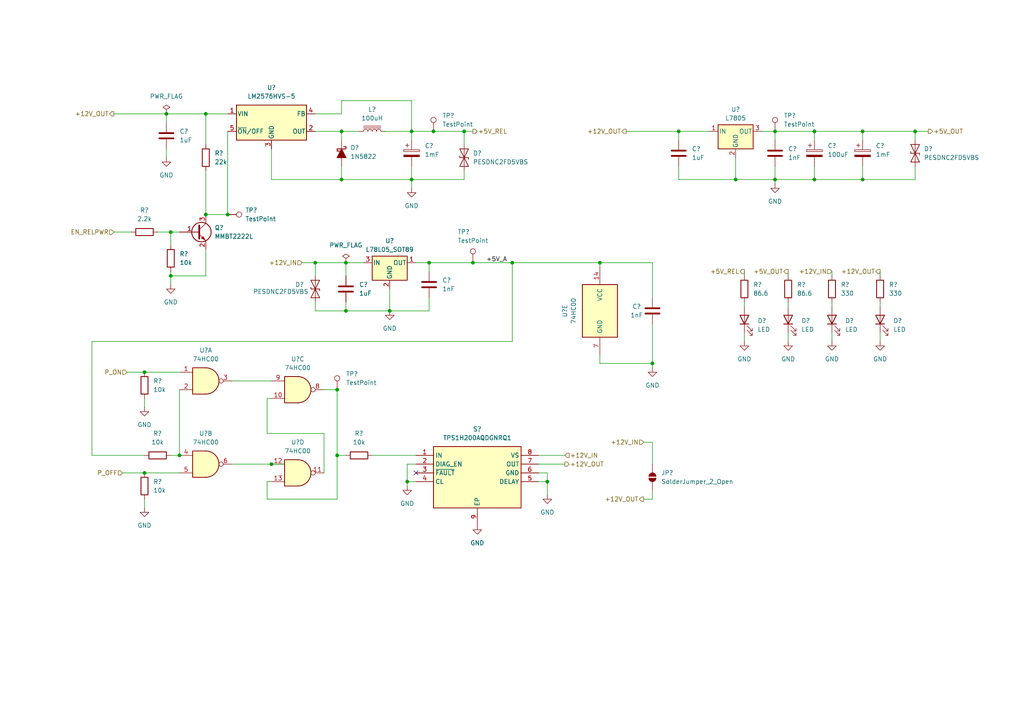
<source format=kicad_sch>
(kicad_sch
	(version 20231120)
	(generator "eeschema")
	(generator_version "8.0")
	(uuid "db0ba0d4-4c8d-4ed7-84b9-32ef3bf02305")
	(paper "A4")
	(lib_symbols
		(symbol "74xx:74HC00"
			(pin_names
				(offset 1.016)
			)
			(exclude_from_sim no)
			(in_bom yes)
			(on_board yes)
			(property "Reference" "U"
				(at 0 1.27 0)
				(effects
					(font
						(size 1.27 1.27)
					)
				)
			)
			(property "Value" "74HC00"
				(at 0 -1.27 0)
				(effects
					(font
						(size 1.27 1.27)
					)
				)
			)
			(property "Footprint" ""
				(at 0 0 0)
				(effects
					(font
						(size 1.27 1.27)
					)
					(hide yes)
				)
			)
			(property "Datasheet" "http://www.ti.com/lit/gpn/sn74hc00"
				(at 0 0 0)
				(effects
					(font
						(size 1.27 1.27)
					)
					(hide yes)
				)
			)
			(property "Description" "quad 2-input NAND gate"
				(at 0 0 0)
				(effects
					(font
						(size 1.27 1.27)
					)
					(hide yes)
				)
			)
			(property "ki_locked" ""
				(at 0 0 0)
				(effects
					(font
						(size 1.27 1.27)
					)
				)
			)
			(property "ki_keywords" "HCMOS nand 2-input"
				(at 0 0 0)
				(effects
					(font
						(size 1.27 1.27)
					)
					(hide yes)
				)
			)
			(property "ki_fp_filters" "DIP*W7.62mm* SO14*"
				(at 0 0 0)
				(effects
					(font
						(size 1.27 1.27)
					)
					(hide yes)
				)
			)
			(symbol "74HC00_1_1"
				(arc
					(start 0 -3.81)
					(mid 3.7934 0)
					(end 0 3.81)
					(stroke
						(width 0.254)
						(type default)
					)
					(fill
						(type background)
					)
				)
				(polyline
					(pts
						(xy 0 3.81) (xy -3.81 3.81) (xy -3.81 -3.81) (xy 0 -3.81)
					)
					(stroke
						(width 0.254)
						(type default)
					)
					(fill
						(type background)
					)
				)
				(pin input line
					(at -7.62 2.54 0)
					(length 3.81)
					(name "~"
						(effects
							(font
								(size 1.27 1.27)
							)
						)
					)
					(number "1"
						(effects
							(font
								(size 1.27 1.27)
							)
						)
					)
				)
				(pin input line
					(at -7.62 -2.54 0)
					(length 3.81)
					(name "~"
						(effects
							(font
								(size 1.27 1.27)
							)
						)
					)
					(number "2"
						(effects
							(font
								(size 1.27 1.27)
							)
						)
					)
				)
				(pin output inverted
					(at 7.62 0 180)
					(length 3.81)
					(name "~"
						(effects
							(font
								(size 1.27 1.27)
							)
						)
					)
					(number "3"
						(effects
							(font
								(size 1.27 1.27)
							)
						)
					)
				)
			)
			(symbol "74HC00_1_2"
				(arc
					(start -3.81 -3.81)
					(mid -2.589 0)
					(end -3.81 3.81)
					(stroke
						(width 0.254)
						(type default)
					)
					(fill
						(type none)
					)
				)
				(arc
					(start -0.6096 -3.81)
					(mid 2.1842 -2.5851)
					(end 3.81 0)
					(stroke
						(width 0.254)
						(type default)
					)
					(fill
						(type background)
					)
				)
				(polyline
					(pts
						(xy -3.81 -3.81) (xy -0.635 -3.81)
					)
					(stroke
						(width 0.254)
						(type default)
					)
					(fill
						(type background)
					)
				)
				(polyline
					(pts
						(xy -3.81 3.81) (xy -0.635 3.81)
					)
					(stroke
						(width 0.254)
						(type default)
					)
					(fill
						(type background)
					)
				)
				(polyline
					(pts
						(xy -0.635 3.81) (xy -3.81 3.81) (xy -3.81 3.81) (xy -3.556 3.4036) (xy -3.0226 2.2606) (xy -2.6924 1.0414)
						(xy -2.6162 -0.254) (xy -2.7686 -1.4986) (xy -3.175 -2.7178) (xy -3.81 -3.81) (xy -3.81 -3.81)
						(xy -0.635 -3.81)
					)
					(stroke
						(width -25.4)
						(type default)
					)
					(fill
						(type background)
					)
				)
				(arc
					(start 3.81 0)
					(mid 2.1915 2.5936)
					(end -0.6096 3.81)
					(stroke
						(width 0.254)
						(type default)
					)
					(fill
						(type background)
					)
				)
				(pin input inverted
					(at -7.62 2.54 0)
					(length 4.318)
					(name "~"
						(effects
							(font
								(size 1.27 1.27)
							)
						)
					)
					(number "1"
						(effects
							(font
								(size 1.27 1.27)
							)
						)
					)
				)
				(pin input inverted
					(at -7.62 -2.54 0)
					(length 4.318)
					(name "~"
						(effects
							(font
								(size 1.27 1.27)
							)
						)
					)
					(number "2"
						(effects
							(font
								(size 1.27 1.27)
							)
						)
					)
				)
				(pin output line
					(at 7.62 0 180)
					(length 3.81)
					(name "~"
						(effects
							(font
								(size 1.27 1.27)
							)
						)
					)
					(number "3"
						(effects
							(font
								(size 1.27 1.27)
							)
						)
					)
				)
			)
			(symbol "74HC00_2_1"
				(arc
					(start 0 -3.81)
					(mid 3.7934 0)
					(end 0 3.81)
					(stroke
						(width 0.254)
						(type default)
					)
					(fill
						(type background)
					)
				)
				(polyline
					(pts
						(xy 0 3.81) (xy -3.81 3.81) (xy -3.81 -3.81) (xy 0 -3.81)
					)
					(stroke
						(width 0.254)
						(type default)
					)
					(fill
						(type background)
					)
				)
				(pin input line
					(at -7.62 2.54 0)
					(length 3.81)
					(name "~"
						(effects
							(font
								(size 1.27 1.27)
							)
						)
					)
					(number "4"
						(effects
							(font
								(size 1.27 1.27)
							)
						)
					)
				)
				(pin input line
					(at -7.62 -2.54 0)
					(length 3.81)
					(name "~"
						(effects
							(font
								(size 1.27 1.27)
							)
						)
					)
					(number "5"
						(effects
							(font
								(size 1.27 1.27)
							)
						)
					)
				)
				(pin output inverted
					(at 7.62 0 180)
					(length 3.81)
					(name "~"
						(effects
							(font
								(size 1.27 1.27)
							)
						)
					)
					(number "6"
						(effects
							(font
								(size 1.27 1.27)
							)
						)
					)
				)
			)
			(symbol "74HC00_2_2"
				(arc
					(start -3.81 -3.81)
					(mid -2.589 0)
					(end -3.81 3.81)
					(stroke
						(width 0.254)
						(type default)
					)
					(fill
						(type none)
					)
				)
				(arc
					(start -0.6096 -3.81)
					(mid 2.1842 -2.5851)
					(end 3.81 0)
					(stroke
						(width 0.254)
						(type default)
					)
					(fill
						(type background)
					)
				)
				(polyline
					(pts
						(xy -3.81 -3.81) (xy -0.635 -3.81)
					)
					(stroke
						(width 0.254)
						(type default)
					)
					(fill
						(type background)
					)
				)
				(polyline
					(pts
						(xy -3.81 3.81) (xy -0.635 3.81)
					)
					(stroke
						(width 0.254)
						(type default)
					)
					(fill
						(type background)
					)
				)
				(polyline
					(pts
						(xy -0.635 3.81) (xy -3.81 3.81) (xy -3.81 3.81) (xy -3.556 3.4036) (xy -3.0226 2.2606) (xy -2.6924 1.0414)
						(xy -2.6162 -0.254) (xy -2.7686 -1.4986) (xy -3.175 -2.7178) (xy -3.81 -3.81) (xy -3.81 -3.81)
						(xy -0.635 -3.81)
					)
					(stroke
						(width -25.4)
						(type default)
					)
					(fill
						(type background)
					)
				)
				(arc
					(start 3.81 0)
					(mid 2.1915 2.5936)
					(end -0.6096 3.81)
					(stroke
						(width 0.254)
						(type default)
					)
					(fill
						(type background)
					)
				)
				(pin input inverted
					(at -7.62 2.54 0)
					(length 4.318)
					(name "~"
						(effects
							(font
								(size 1.27 1.27)
							)
						)
					)
					(number "4"
						(effects
							(font
								(size 1.27 1.27)
							)
						)
					)
				)
				(pin input inverted
					(at -7.62 -2.54 0)
					(length 4.318)
					(name "~"
						(effects
							(font
								(size 1.27 1.27)
							)
						)
					)
					(number "5"
						(effects
							(font
								(size 1.27 1.27)
							)
						)
					)
				)
				(pin output line
					(at 7.62 0 180)
					(length 3.81)
					(name "~"
						(effects
							(font
								(size 1.27 1.27)
							)
						)
					)
					(number "6"
						(effects
							(font
								(size 1.27 1.27)
							)
						)
					)
				)
			)
			(symbol "74HC00_3_1"
				(arc
					(start 0 -3.81)
					(mid 3.7934 0)
					(end 0 3.81)
					(stroke
						(width 0.254)
						(type default)
					)
					(fill
						(type background)
					)
				)
				(polyline
					(pts
						(xy 0 3.81) (xy -3.81 3.81) (xy -3.81 -3.81) (xy 0 -3.81)
					)
					(stroke
						(width 0.254)
						(type default)
					)
					(fill
						(type background)
					)
				)
				(pin input line
					(at -7.62 -2.54 0)
					(length 3.81)
					(name "~"
						(effects
							(font
								(size 1.27 1.27)
							)
						)
					)
					(number "10"
						(effects
							(font
								(size 1.27 1.27)
							)
						)
					)
				)
				(pin output inverted
					(at 7.62 0 180)
					(length 3.81)
					(name "~"
						(effects
							(font
								(size 1.27 1.27)
							)
						)
					)
					(number "8"
						(effects
							(font
								(size 1.27 1.27)
							)
						)
					)
				)
				(pin input line
					(at -7.62 2.54 0)
					(length 3.81)
					(name "~"
						(effects
							(font
								(size 1.27 1.27)
							)
						)
					)
					(number "9"
						(effects
							(font
								(size 1.27 1.27)
							)
						)
					)
				)
			)
			(symbol "74HC00_3_2"
				(arc
					(start -3.81 -3.81)
					(mid -2.589 0)
					(end -3.81 3.81)
					(stroke
						(width 0.254)
						(type default)
					)
					(fill
						(type none)
					)
				)
				(arc
					(start -0.6096 -3.81)
					(mid 2.1842 -2.5851)
					(end 3.81 0)
					(stroke
						(width 0.254)
						(type default)
					)
					(fill
						(type background)
					)
				)
				(polyline
					(pts
						(xy -3.81 -3.81) (xy -0.635 -3.81)
					)
					(stroke
						(width 0.254)
						(type default)
					)
					(fill
						(type background)
					)
				)
				(polyline
					(pts
						(xy -3.81 3.81) (xy -0.635 3.81)
					)
					(stroke
						(width 0.254)
						(type default)
					)
					(fill
						(type background)
					)
				)
				(polyline
					(pts
						(xy -0.635 3.81) (xy -3.81 3.81) (xy -3.81 3.81) (xy -3.556 3.4036) (xy -3.0226 2.2606) (xy -2.6924 1.0414)
						(xy -2.6162 -0.254) (xy -2.7686 -1.4986) (xy -3.175 -2.7178) (xy -3.81 -3.81) (xy -3.81 -3.81)
						(xy -0.635 -3.81)
					)
					(stroke
						(width -25.4)
						(type default)
					)
					(fill
						(type background)
					)
				)
				(arc
					(start 3.81 0)
					(mid 2.1915 2.5936)
					(end -0.6096 3.81)
					(stroke
						(width 0.254)
						(type default)
					)
					(fill
						(type background)
					)
				)
				(pin input inverted
					(at -7.62 -2.54 0)
					(length 4.318)
					(name "~"
						(effects
							(font
								(size 1.27 1.27)
							)
						)
					)
					(number "10"
						(effects
							(font
								(size 1.27 1.27)
							)
						)
					)
				)
				(pin output line
					(at 7.62 0 180)
					(length 3.81)
					(name "~"
						(effects
							(font
								(size 1.27 1.27)
							)
						)
					)
					(number "8"
						(effects
							(font
								(size 1.27 1.27)
							)
						)
					)
				)
				(pin input inverted
					(at -7.62 2.54 0)
					(length 4.318)
					(name "~"
						(effects
							(font
								(size 1.27 1.27)
							)
						)
					)
					(number "9"
						(effects
							(font
								(size 1.27 1.27)
							)
						)
					)
				)
			)
			(symbol "74HC00_4_1"
				(arc
					(start 0 -3.81)
					(mid 3.7934 0)
					(end 0 3.81)
					(stroke
						(width 0.254)
						(type default)
					)
					(fill
						(type background)
					)
				)
				(polyline
					(pts
						(xy 0 3.81) (xy -3.81 3.81) (xy -3.81 -3.81) (xy 0 -3.81)
					)
					(stroke
						(width 0.254)
						(type default)
					)
					(fill
						(type background)
					)
				)
				(pin output inverted
					(at 7.62 0 180)
					(length 3.81)
					(name "~"
						(effects
							(font
								(size 1.27 1.27)
							)
						)
					)
					(number "11"
						(effects
							(font
								(size 1.27 1.27)
							)
						)
					)
				)
				(pin input line
					(at -7.62 2.54 0)
					(length 3.81)
					(name "~"
						(effects
							(font
								(size 1.27 1.27)
							)
						)
					)
					(number "12"
						(effects
							(font
								(size 1.27 1.27)
							)
						)
					)
				)
				(pin input line
					(at -7.62 -2.54 0)
					(length 3.81)
					(name "~"
						(effects
							(font
								(size 1.27 1.27)
							)
						)
					)
					(number "13"
						(effects
							(font
								(size 1.27 1.27)
							)
						)
					)
				)
			)
			(symbol "74HC00_4_2"
				(arc
					(start -3.81 -3.81)
					(mid -2.589 0)
					(end -3.81 3.81)
					(stroke
						(width 0.254)
						(type default)
					)
					(fill
						(type none)
					)
				)
				(arc
					(start -0.6096 -3.81)
					(mid 2.1842 -2.5851)
					(end 3.81 0)
					(stroke
						(width 0.254)
						(type default)
					)
					(fill
						(type background)
					)
				)
				(polyline
					(pts
						(xy -3.81 -3.81) (xy -0.635 -3.81)
					)
					(stroke
						(width 0.254)
						(type default)
					)
					(fill
						(type background)
					)
				)
				(polyline
					(pts
						(xy -3.81 3.81) (xy -0.635 3.81)
					)
					(stroke
						(width 0.254)
						(type default)
					)
					(fill
						(type background)
					)
				)
				(polyline
					(pts
						(xy -0.635 3.81) (xy -3.81 3.81) (xy -3.81 3.81) (xy -3.556 3.4036) (xy -3.0226 2.2606) (xy -2.6924 1.0414)
						(xy -2.6162 -0.254) (xy -2.7686 -1.4986) (xy -3.175 -2.7178) (xy -3.81 -3.81) (xy -3.81 -3.81)
						(xy -0.635 -3.81)
					)
					(stroke
						(width -25.4)
						(type default)
					)
					(fill
						(type background)
					)
				)
				(arc
					(start 3.81 0)
					(mid 2.1915 2.5936)
					(end -0.6096 3.81)
					(stroke
						(width 0.254)
						(type default)
					)
					(fill
						(type background)
					)
				)
				(pin output line
					(at 7.62 0 180)
					(length 3.81)
					(name "~"
						(effects
							(font
								(size 1.27 1.27)
							)
						)
					)
					(number "11"
						(effects
							(font
								(size 1.27 1.27)
							)
						)
					)
				)
				(pin input inverted
					(at -7.62 2.54 0)
					(length 4.318)
					(name "~"
						(effects
							(font
								(size 1.27 1.27)
							)
						)
					)
					(number "12"
						(effects
							(font
								(size 1.27 1.27)
							)
						)
					)
				)
				(pin input inverted
					(at -7.62 -2.54 0)
					(length 4.318)
					(name "~"
						(effects
							(font
								(size 1.27 1.27)
							)
						)
					)
					(number "13"
						(effects
							(font
								(size 1.27 1.27)
							)
						)
					)
				)
			)
			(symbol "74HC00_5_0"
				(pin power_in line
					(at 0 12.7 270)
					(length 5.08)
					(name "VCC"
						(effects
							(font
								(size 1.27 1.27)
							)
						)
					)
					(number "14"
						(effects
							(font
								(size 1.27 1.27)
							)
						)
					)
				)
				(pin power_in line
					(at 0 -12.7 90)
					(length 5.08)
					(name "GND"
						(effects
							(font
								(size 1.27 1.27)
							)
						)
					)
					(number "7"
						(effects
							(font
								(size 1.27 1.27)
							)
						)
					)
				)
			)
			(symbol "74HC00_5_1"
				(rectangle
					(start -5.08 7.62)
					(end 5.08 -7.62)
					(stroke
						(width 0.254)
						(type default)
					)
					(fill
						(type background)
					)
				)
			)
		)
		(symbol "Connector:TestPoint"
			(pin_numbers hide)
			(pin_names
				(offset 0.762) hide)
			(exclude_from_sim no)
			(in_bom yes)
			(on_board yes)
			(property "Reference" "TP"
				(at 0 6.858 0)
				(effects
					(font
						(size 1.27 1.27)
					)
				)
			)
			(property "Value" "TestPoint"
				(at 0 5.08 0)
				(effects
					(font
						(size 1.27 1.27)
					)
				)
			)
			(property "Footprint" ""
				(at 5.08 0 0)
				(effects
					(font
						(size 1.27 1.27)
					)
					(hide yes)
				)
			)
			(property "Datasheet" "~"
				(at 5.08 0 0)
				(effects
					(font
						(size 1.27 1.27)
					)
					(hide yes)
				)
			)
			(property "Description" "test point"
				(at 0 0 0)
				(effects
					(font
						(size 1.27 1.27)
					)
					(hide yes)
				)
			)
			(property "ki_keywords" "test point tp"
				(at 0 0 0)
				(effects
					(font
						(size 1.27 1.27)
					)
					(hide yes)
				)
			)
			(property "ki_fp_filters" "Pin* Test*"
				(at 0 0 0)
				(effects
					(font
						(size 1.27 1.27)
					)
					(hide yes)
				)
			)
			(symbol "TestPoint_0_1"
				(circle
					(center 0 3.302)
					(radius 0.762)
					(stroke
						(width 0)
						(type default)
					)
					(fill
						(type none)
					)
				)
			)
			(symbol "TestPoint_1_1"
				(pin passive line
					(at 0 0 90)
					(length 2.54)
					(name "1"
						(effects
							(font
								(size 1.27 1.27)
							)
						)
					)
					(number "1"
						(effects
							(font
								(size 1.27 1.27)
							)
						)
					)
				)
			)
		)
		(symbol "Device:C"
			(pin_numbers hide)
			(pin_names
				(offset 0.254)
			)
			(exclude_from_sim no)
			(in_bom yes)
			(on_board yes)
			(property "Reference" "C"
				(at 0.635 2.54 0)
				(effects
					(font
						(size 1.27 1.27)
					)
					(justify left)
				)
			)
			(property "Value" "C"
				(at 0.635 -2.54 0)
				(effects
					(font
						(size 1.27 1.27)
					)
					(justify left)
				)
			)
			(property "Footprint" ""
				(at 0.9652 -3.81 0)
				(effects
					(font
						(size 1.27 1.27)
					)
					(hide yes)
				)
			)
			(property "Datasheet" "~"
				(at 0 0 0)
				(effects
					(font
						(size 1.27 1.27)
					)
					(hide yes)
				)
			)
			(property "Description" "Unpolarized capacitor"
				(at 0 0 0)
				(effects
					(font
						(size 1.27 1.27)
					)
					(hide yes)
				)
			)
			(property "ki_keywords" "cap capacitor"
				(at 0 0 0)
				(effects
					(font
						(size 1.27 1.27)
					)
					(hide yes)
				)
			)
			(property "ki_fp_filters" "C_*"
				(at 0 0 0)
				(effects
					(font
						(size 1.27 1.27)
					)
					(hide yes)
				)
			)
			(symbol "C_0_1"
				(polyline
					(pts
						(xy -2.032 -0.762) (xy 2.032 -0.762)
					)
					(stroke
						(width 0.508)
						(type default)
					)
					(fill
						(type none)
					)
				)
				(polyline
					(pts
						(xy -2.032 0.762) (xy 2.032 0.762)
					)
					(stroke
						(width 0.508)
						(type default)
					)
					(fill
						(type none)
					)
				)
			)
			(symbol "C_1_1"
				(pin passive line
					(at 0 3.81 270)
					(length 2.794)
					(name "~"
						(effects
							(font
								(size 1.27 1.27)
							)
						)
					)
					(number "1"
						(effects
							(font
								(size 1.27 1.27)
							)
						)
					)
				)
				(pin passive line
					(at 0 -3.81 90)
					(length 2.794)
					(name "~"
						(effects
							(font
								(size 1.27 1.27)
							)
						)
					)
					(number "2"
						(effects
							(font
								(size 1.27 1.27)
							)
						)
					)
				)
			)
		)
		(symbol "Device:C_Polarized"
			(pin_numbers hide)
			(pin_names
				(offset 0.254)
			)
			(exclude_from_sim no)
			(in_bom yes)
			(on_board yes)
			(property "Reference" "C"
				(at 0.635 2.54 0)
				(effects
					(font
						(size 1.27 1.27)
					)
					(justify left)
				)
			)
			(property "Value" "C_Polarized"
				(at 0.635 -2.54 0)
				(effects
					(font
						(size 1.27 1.27)
					)
					(justify left)
				)
			)
			(property "Footprint" ""
				(at 0.9652 -3.81 0)
				(effects
					(font
						(size 1.27 1.27)
					)
					(hide yes)
				)
			)
			(property "Datasheet" "~"
				(at 0 0 0)
				(effects
					(font
						(size 1.27 1.27)
					)
					(hide yes)
				)
			)
			(property "Description" "Polarized capacitor"
				(at 0 0 0)
				(effects
					(font
						(size 1.27 1.27)
					)
					(hide yes)
				)
			)
			(property "ki_keywords" "cap capacitor"
				(at 0 0 0)
				(effects
					(font
						(size 1.27 1.27)
					)
					(hide yes)
				)
			)
			(property "ki_fp_filters" "CP_*"
				(at 0 0 0)
				(effects
					(font
						(size 1.27 1.27)
					)
					(hide yes)
				)
			)
			(symbol "C_Polarized_0_1"
				(rectangle
					(start -2.286 0.508)
					(end 2.286 1.016)
					(stroke
						(width 0)
						(type default)
					)
					(fill
						(type none)
					)
				)
				(polyline
					(pts
						(xy -1.778 2.286) (xy -0.762 2.286)
					)
					(stroke
						(width 0)
						(type default)
					)
					(fill
						(type none)
					)
				)
				(polyline
					(pts
						(xy -1.27 2.794) (xy -1.27 1.778)
					)
					(stroke
						(width 0)
						(type default)
					)
					(fill
						(type none)
					)
				)
				(rectangle
					(start 2.286 -0.508)
					(end -2.286 -1.016)
					(stroke
						(width 0)
						(type default)
					)
					(fill
						(type outline)
					)
				)
			)
			(symbol "C_Polarized_1_1"
				(pin passive line
					(at 0 3.81 270)
					(length 2.794)
					(name "~"
						(effects
							(font
								(size 1.27 1.27)
							)
						)
					)
					(number "1"
						(effects
							(font
								(size 1.27 1.27)
							)
						)
					)
				)
				(pin passive line
					(at 0 -3.81 90)
					(length 2.794)
					(name "~"
						(effects
							(font
								(size 1.27 1.27)
							)
						)
					)
					(number "2"
						(effects
							(font
								(size 1.27 1.27)
							)
						)
					)
				)
			)
		)
		(symbol "Device:LED"
			(pin_numbers hide)
			(pin_names
				(offset 1.016) hide)
			(exclude_from_sim no)
			(in_bom yes)
			(on_board yes)
			(property "Reference" "D"
				(at 0 2.54 0)
				(effects
					(font
						(size 1.27 1.27)
					)
				)
			)
			(property "Value" "LED"
				(at 0 -2.54 0)
				(effects
					(font
						(size 1.27 1.27)
					)
				)
			)
			(property "Footprint" ""
				(at 0 0 0)
				(effects
					(font
						(size 1.27 1.27)
					)
					(hide yes)
				)
			)
			(property "Datasheet" "~"
				(at 0 0 0)
				(effects
					(font
						(size 1.27 1.27)
					)
					(hide yes)
				)
			)
			(property "Description" "Light emitting diode"
				(at 0 0 0)
				(effects
					(font
						(size 1.27 1.27)
					)
					(hide yes)
				)
			)
			(property "ki_keywords" "LED diode"
				(at 0 0 0)
				(effects
					(font
						(size 1.27 1.27)
					)
					(hide yes)
				)
			)
			(property "ki_fp_filters" "LED* LED_SMD:* LED_THT:*"
				(at 0 0 0)
				(effects
					(font
						(size 1.27 1.27)
					)
					(hide yes)
				)
			)
			(symbol "LED_0_1"
				(polyline
					(pts
						(xy -1.27 -1.27) (xy -1.27 1.27)
					)
					(stroke
						(width 0.254)
						(type default)
					)
					(fill
						(type none)
					)
				)
				(polyline
					(pts
						(xy -1.27 0) (xy 1.27 0)
					)
					(stroke
						(width 0)
						(type default)
					)
					(fill
						(type none)
					)
				)
				(polyline
					(pts
						(xy 1.27 -1.27) (xy 1.27 1.27) (xy -1.27 0) (xy 1.27 -1.27)
					)
					(stroke
						(width 0.254)
						(type default)
					)
					(fill
						(type none)
					)
				)
				(polyline
					(pts
						(xy -3.048 -0.762) (xy -4.572 -2.286) (xy -3.81 -2.286) (xy -4.572 -2.286) (xy -4.572 -1.524)
					)
					(stroke
						(width 0)
						(type default)
					)
					(fill
						(type none)
					)
				)
				(polyline
					(pts
						(xy -1.778 -0.762) (xy -3.302 -2.286) (xy -2.54 -2.286) (xy -3.302 -2.286) (xy -3.302 -1.524)
					)
					(stroke
						(width 0)
						(type default)
					)
					(fill
						(type none)
					)
				)
			)
			(symbol "LED_1_1"
				(pin passive line
					(at -3.81 0 0)
					(length 2.54)
					(name "K"
						(effects
							(font
								(size 1.27 1.27)
							)
						)
					)
					(number "1"
						(effects
							(font
								(size 1.27 1.27)
							)
						)
					)
				)
				(pin passive line
					(at 3.81 0 180)
					(length 2.54)
					(name "A"
						(effects
							(font
								(size 1.27 1.27)
							)
						)
					)
					(number "2"
						(effects
							(font
								(size 1.27 1.27)
							)
						)
					)
				)
			)
		)
		(symbol "Device:L_Iron"
			(pin_numbers hide)
			(pin_names
				(offset 1.016) hide)
			(exclude_from_sim no)
			(in_bom yes)
			(on_board yes)
			(property "Reference" "L"
				(at -1.27 0 90)
				(effects
					(font
						(size 1.27 1.27)
					)
				)
			)
			(property "Value" "L_Iron"
				(at 2.794 0 90)
				(effects
					(font
						(size 1.27 1.27)
					)
				)
			)
			(property "Footprint" ""
				(at 0 0 0)
				(effects
					(font
						(size 1.27 1.27)
					)
					(hide yes)
				)
			)
			(property "Datasheet" "~"
				(at 0 0 0)
				(effects
					(font
						(size 1.27 1.27)
					)
					(hide yes)
				)
			)
			(property "Description" "Inductor with iron core"
				(at 0 0 0)
				(effects
					(font
						(size 1.27 1.27)
					)
					(hide yes)
				)
			)
			(property "ki_keywords" "inductor choke coil reactor magnetic"
				(at 0 0 0)
				(effects
					(font
						(size 1.27 1.27)
					)
					(hide yes)
				)
			)
			(property "ki_fp_filters" "Choke_* *Coil* Inductor_* L_*"
				(at 0 0 0)
				(effects
					(font
						(size 1.27 1.27)
					)
					(hide yes)
				)
			)
			(symbol "L_Iron_0_1"
				(arc
					(start 0 -2.54)
					(mid 0.6323 -1.905)
					(end 0 -1.27)
					(stroke
						(width 0)
						(type default)
					)
					(fill
						(type none)
					)
				)
				(arc
					(start 0 -1.27)
					(mid 0.6323 -0.635)
					(end 0 0)
					(stroke
						(width 0)
						(type default)
					)
					(fill
						(type none)
					)
				)
				(polyline
					(pts
						(xy 1.016 2.54) (xy 1.016 -2.54)
					)
					(stroke
						(width 0)
						(type default)
					)
					(fill
						(type none)
					)
				)
				(polyline
					(pts
						(xy 1.524 -2.54) (xy 1.524 2.54)
					)
					(stroke
						(width 0)
						(type default)
					)
					(fill
						(type none)
					)
				)
				(arc
					(start 0 0)
					(mid 0.6323 0.635)
					(end 0 1.27)
					(stroke
						(width 0)
						(type default)
					)
					(fill
						(type none)
					)
				)
				(arc
					(start 0 1.27)
					(mid 0.6323 1.905)
					(end 0 2.54)
					(stroke
						(width 0)
						(type default)
					)
					(fill
						(type none)
					)
				)
			)
			(symbol "L_Iron_1_1"
				(pin passive line
					(at 0 3.81 270)
					(length 1.27)
					(name "1"
						(effects
							(font
								(size 1.27 1.27)
							)
						)
					)
					(number "1"
						(effects
							(font
								(size 1.27 1.27)
							)
						)
					)
				)
				(pin passive line
					(at 0 -3.81 90)
					(length 1.27)
					(name "2"
						(effects
							(font
								(size 1.27 1.27)
							)
						)
					)
					(number "2"
						(effects
							(font
								(size 1.27 1.27)
							)
						)
					)
				)
			)
		)
		(symbol "Device:R"
			(pin_numbers hide)
			(pin_names
				(offset 0)
			)
			(exclude_from_sim no)
			(in_bom yes)
			(on_board yes)
			(property "Reference" "R"
				(at 2.032 0 90)
				(effects
					(font
						(size 1.27 1.27)
					)
				)
			)
			(property "Value" "R"
				(at 0 0 90)
				(effects
					(font
						(size 1.27 1.27)
					)
				)
			)
			(property "Footprint" ""
				(at -1.778 0 90)
				(effects
					(font
						(size 1.27 1.27)
					)
					(hide yes)
				)
			)
			(property "Datasheet" "~"
				(at 0 0 0)
				(effects
					(font
						(size 1.27 1.27)
					)
					(hide yes)
				)
			)
			(property "Description" "Resistor"
				(at 0 0 0)
				(effects
					(font
						(size 1.27 1.27)
					)
					(hide yes)
				)
			)
			(property "ki_keywords" "R res resistor"
				(at 0 0 0)
				(effects
					(font
						(size 1.27 1.27)
					)
					(hide yes)
				)
			)
			(property "ki_fp_filters" "R_*"
				(at 0 0 0)
				(effects
					(font
						(size 1.27 1.27)
					)
					(hide yes)
				)
			)
			(symbol "R_0_1"
				(rectangle
					(start -1.016 -2.54)
					(end 1.016 2.54)
					(stroke
						(width 0.254)
						(type default)
					)
					(fill
						(type none)
					)
				)
			)
			(symbol "R_1_1"
				(pin passive line
					(at 0 3.81 270)
					(length 1.27)
					(name "~"
						(effects
							(font
								(size 1.27 1.27)
							)
						)
					)
					(number "1"
						(effects
							(font
								(size 1.27 1.27)
							)
						)
					)
				)
				(pin passive line
					(at 0 -3.81 90)
					(length 1.27)
					(name "~"
						(effects
							(font
								(size 1.27 1.27)
							)
						)
					)
					(number "2"
						(effects
							(font
								(size 1.27 1.27)
							)
						)
					)
				)
			)
		)
		(symbol "Diode:ESD9B3.3ST5G"
			(pin_numbers hide)
			(pin_names
				(offset 1.016) hide)
			(exclude_from_sim no)
			(in_bom yes)
			(on_board yes)
			(property "Reference" "D"
				(at 0 2.54 0)
				(effects
					(font
						(size 1.27 1.27)
					)
				)
			)
			(property "Value" "ESD9B3.3ST5G"
				(at 0 -2.54 0)
				(effects
					(font
						(size 1.27 1.27)
					)
				)
			)
			(property "Footprint" "Diode_SMD:D_SOD-923"
				(at 0 0 0)
				(effects
					(font
						(size 1.27 1.27)
					)
					(hide yes)
				)
			)
			(property "Datasheet" "https://www.onsemi.com/pub/Collateral/ESD9B-D.PDF"
				(at 0 0 0)
				(effects
					(font
						(size 1.27 1.27)
					)
					(hide yes)
				)
			)
			(property "Description" "ESD protection diode, 3.3Vrwm, SOD-923"
				(at 0 0 0)
				(effects
					(font
						(size 1.27 1.27)
					)
					(hide yes)
				)
			)
			(property "ki_keywords" "diode TVS ESD"
				(at 0 0 0)
				(effects
					(font
						(size 1.27 1.27)
					)
					(hide yes)
				)
			)
			(property "ki_fp_filters" "D*SOD?923*"
				(at 0 0 0)
				(effects
					(font
						(size 1.27 1.27)
					)
					(hide yes)
				)
			)
			(symbol "ESD9B3.3ST5G_0_1"
				(polyline
					(pts
						(xy 1.27 0) (xy -1.27 0)
					)
					(stroke
						(width 0)
						(type default)
					)
					(fill
						(type none)
					)
				)
				(polyline
					(pts
						(xy -2.54 -1.27) (xy 0 0) (xy -2.54 1.27) (xy -2.54 -1.27)
					)
					(stroke
						(width 0.2032)
						(type default)
					)
					(fill
						(type none)
					)
				)
				(polyline
					(pts
						(xy 0.508 1.27) (xy 0 1.27) (xy 0 -1.27) (xy -0.508 -1.27)
					)
					(stroke
						(width 0.2032)
						(type default)
					)
					(fill
						(type none)
					)
				)
				(polyline
					(pts
						(xy 2.54 1.27) (xy 2.54 -1.27) (xy 0 0) (xy 2.54 1.27)
					)
					(stroke
						(width 0.2032)
						(type default)
					)
					(fill
						(type none)
					)
				)
			)
			(symbol "ESD9B3.3ST5G_1_1"
				(pin passive line
					(at -3.81 0 0)
					(length 2.54)
					(name "A1"
						(effects
							(font
								(size 1.27 1.27)
							)
						)
					)
					(number "1"
						(effects
							(font
								(size 1.27 1.27)
							)
						)
					)
				)
				(pin passive line
					(at 3.81 0 180)
					(length 2.54)
					(name "A2"
						(effects
							(font
								(size 1.27 1.27)
							)
						)
					)
					(number "2"
						(effects
							(font
								(size 1.27 1.27)
							)
						)
					)
				)
			)
		)
		(symbol "Jumper:SolderJumper_2_Open"
			(pin_numbers hide)
			(pin_names
				(offset 0) hide)
			(exclude_from_sim yes)
			(in_bom no)
			(on_board yes)
			(property "Reference" "JP"
				(at 0 2.032 0)
				(effects
					(font
						(size 1.27 1.27)
					)
				)
			)
			(property "Value" "SolderJumper_2_Open"
				(at 0 -2.54 0)
				(effects
					(font
						(size 1.27 1.27)
					)
				)
			)
			(property "Footprint" ""
				(at 0 0 0)
				(effects
					(font
						(size 1.27 1.27)
					)
					(hide yes)
				)
			)
			(property "Datasheet" "~"
				(at 0 0 0)
				(effects
					(font
						(size 1.27 1.27)
					)
					(hide yes)
				)
			)
			(property "Description" "Solder Jumper, 2-pole, open"
				(at 0 0 0)
				(effects
					(font
						(size 1.27 1.27)
					)
					(hide yes)
				)
			)
			(property "ki_keywords" "solder jumper SPST"
				(at 0 0 0)
				(effects
					(font
						(size 1.27 1.27)
					)
					(hide yes)
				)
			)
			(property "ki_fp_filters" "SolderJumper*Open*"
				(at 0 0 0)
				(effects
					(font
						(size 1.27 1.27)
					)
					(hide yes)
				)
			)
			(symbol "SolderJumper_2_Open_0_1"
				(arc
					(start -0.254 1.016)
					(mid -1.2656 0)
					(end -0.254 -1.016)
					(stroke
						(width 0)
						(type default)
					)
					(fill
						(type none)
					)
				)
				(arc
					(start -0.254 1.016)
					(mid -1.2656 0)
					(end -0.254 -1.016)
					(stroke
						(width 0)
						(type default)
					)
					(fill
						(type outline)
					)
				)
				(polyline
					(pts
						(xy -0.254 1.016) (xy -0.254 -1.016)
					)
					(stroke
						(width 0)
						(type default)
					)
					(fill
						(type none)
					)
				)
				(polyline
					(pts
						(xy 0.254 1.016) (xy 0.254 -1.016)
					)
					(stroke
						(width 0)
						(type default)
					)
					(fill
						(type none)
					)
				)
				(arc
					(start 0.254 -1.016)
					(mid 1.2656 0)
					(end 0.254 1.016)
					(stroke
						(width 0)
						(type default)
					)
					(fill
						(type none)
					)
				)
				(arc
					(start 0.254 -1.016)
					(mid 1.2656 0)
					(end 0.254 1.016)
					(stroke
						(width 0)
						(type default)
					)
					(fill
						(type outline)
					)
				)
			)
			(symbol "SolderJumper_2_Open_1_1"
				(pin passive line
					(at -3.81 0 0)
					(length 2.54)
					(name "A"
						(effects
							(font
								(size 1.27 1.27)
							)
						)
					)
					(number "1"
						(effects
							(font
								(size 1.27 1.27)
							)
						)
					)
				)
				(pin passive line
					(at 3.81 0 180)
					(length 2.54)
					(name "B"
						(effects
							(font
								(size 1.27 1.27)
							)
						)
					)
					(number "2"
						(effects
							(font
								(size 1.27 1.27)
							)
						)
					)
				)
			)
		)
		(symbol "PCM_Diode_Schottky_AKL:1N5822"
			(pin_numbers hide)
			(pin_names
				(offset 1.016) hide)
			(exclude_from_sim no)
			(in_bom yes)
			(on_board yes)
			(property "Reference" "D"
				(at 0 5.08 0)
				(effects
					(font
						(size 1.27 1.27)
					)
				)
			)
			(property "Value" "1N5822"
				(at 0 2.54 0)
				(effects
					(font
						(size 1.27 1.27)
					)
				)
			)
			(property "Footprint" "Diode_THT_AKL:D_DO-201AD_P12.70mm_Horizontal"
				(at 0 0 0)
				(effects
					(font
						(size 1.27 1.27)
					)
					(hide yes)
				)
			)
			(property "Datasheet" "https://www.tme.eu/Document/0e3ba29986d8cf49f92da19e697f30fa/1n5820-22.pdf"
				(at 0 0 0)
				(effects
					(font
						(size 1.27 1.27)
					)
					(hide yes)
				)
			)
			(property "Description" "DO-201AD Schottky diode, 40V, 3A, Alternate KiCAD Library"
				(at 0 0 0)
				(effects
					(font
						(size 1.27 1.27)
					)
					(hide yes)
				)
			)
			(property "ki_keywords" "diode Schottky 1N5822"
				(at 0 0 0)
				(effects
					(font
						(size 1.27 1.27)
					)
					(hide yes)
				)
			)
			(property "ki_fp_filters" "TO-???* *_Diode_* *SingleDiode* D_*"
				(at 0 0 0)
				(effects
					(font
						(size 1.27 1.27)
					)
					(hide yes)
				)
			)
			(symbol "1N5822_0_1"
				(polyline
					(pts
						(xy -1.27 0) (xy 1.27 0)
					)
					(stroke
						(width 0)
						(type default)
					)
					(fill
						(type none)
					)
				)
				(polyline
					(pts
						(xy -1.27 -1.27) (xy -1.27 1.27) (xy 1.27 0) (xy -1.27 -1.27)
					)
					(stroke
						(width 0.254)
						(type default)
					)
					(fill
						(type outline)
					)
				)
				(polyline
					(pts
						(xy 1.905 -0.635) (xy 1.905 -1.27) (xy 1.27 -1.27) (xy 1.27 1.27) (xy 0.635 1.27) (xy 0.635 0.635)
					)
					(stroke
						(width 0.254)
						(type default)
					)
					(fill
						(type none)
					)
				)
			)
			(symbol "1N5822_1_1"
				(pin passive line
					(at 3.81 0 180)
					(length 2.54)
					(name "K"
						(effects
							(font
								(size 1.27 1.27)
							)
						)
					)
					(number "1"
						(effects
							(font
								(size 1.27 1.27)
							)
						)
					)
				)
				(pin passive line
					(at -3.81 0 0)
					(length 2.54)
					(name "A"
						(effects
							(font
								(size 1.27 1.27)
							)
						)
					)
					(number "2"
						(effects
							(font
								(size 1.27 1.27)
							)
						)
					)
				)
			)
		)
		(symbol "Regulator_Linear:L7805"
			(pin_names
				(offset 0.254)
			)
			(exclude_from_sim no)
			(in_bom yes)
			(on_board yes)
			(property "Reference" "U"
				(at -3.81 3.175 0)
				(effects
					(font
						(size 1.27 1.27)
					)
				)
			)
			(property "Value" "L7805"
				(at 0 3.175 0)
				(effects
					(font
						(size 1.27 1.27)
					)
					(justify left)
				)
			)
			(property "Footprint" ""
				(at 0.635 -3.81 0)
				(effects
					(font
						(size 1.27 1.27)
						(italic yes)
					)
					(justify left)
					(hide yes)
				)
			)
			(property "Datasheet" "http://www.st.com/content/ccc/resource/technical/document/datasheet/41/4f/b3/b0/12/d4/47/88/CD00000444.pdf/files/CD00000444.pdf/jcr:content/translations/en.CD00000444.pdf"
				(at 0 -1.27 0)
				(effects
					(font
						(size 1.27 1.27)
					)
					(hide yes)
				)
			)
			(property "Description" "Positive 1.5A 35V Linear Regulator, Fixed Output 5V, TO-220/TO-263/TO-252"
				(at 0 0 0)
				(effects
					(font
						(size 1.27 1.27)
					)
					(hide yes)
				)
			)
			(property "ki_keywords" "Voltage Regulator 1.5A Positive"
				(at 0 0 0)
				(effects
					(font
						(size 1.27 1.27)
					)
					(hide yes)
				)
			)
			(property "ki_fp_filters" "TO?252* TO?263* TO?220*"
				(at 0 0 0)
				(effects
					(font
						(size 1.27 1.27)
					)
					(hide yes)
				)
			)
			(symbol "L7805_0_1"
				(rectangle
					(start -5.08 1.905)
					(end 5.08 -5.08)
					(stroke
						(width 0.254)
						(type default)
					)
					(fill
						(type background)
					)
				)
			)
			(symbol "L7805_1_1"
				(pin power_in line
					(at -7.62 0 0)
					(length 2.54)
					(name "IN"
						(effects
							(font
								(size 1.27 1.27)
							)
						)
					)
					(number "1"
						(effects
							(font
								(size 1.27 1.27)
							)
						)
					)
				)
				(pin power_in line
					(at 0 -7.62 90)
					(length 2.54)
					(name "GND"
						(effects
							(font
								(size 1.27 1.27)
							)
						)
					)
					(number "2"
						(effects
							(font
								(size 1.27 1.27)
							)
						)
					)
				)
				(pin power_out line
					(at 7.62 0 180)
					(length 2.54)
					(name "OUT"
						(effects
							(font
								(size 1.27 1.27)
							)
						)
					)
					(number "3"
						(effects
							(font
								(size 1.27 1.27)
							)
						)
					)
				)
			)
		)
		(symbol "Regulator_Linear:L78L05_SOT89"
			(pin_names
				(offset 0.254)
			)
			(exclude_from_sim no)
			(in_bom yes)
			(on_board yes)
			(property "Reference" "U"
				(at -3.81 3.175 0)
				(effects
					(font
						(size 1.27 1.27)
					)
				)
			)
			(property "Value" "L78L05_SOT89"
				(at -0.635 3.175 0)
				(effects
					(font
						(size 1.27 1.27)
					)
					(justify left)
				)
			)
			(property "Footprint" "Package_TO_SOT_SMD:SOT-89-3"
				(at 0 5.08 0)
				(effects
					(font
						(size 1.27 1.27)
						(italic yes)
					)
					(hide yes)
				)
			)
			(property "Datasheet" "http://www.st.com/content/ccc/resource/technical/document/datasheet/15/55/e5/aa/23/5b/43/fd/CD00000446.pdf/files/CD00000446.pdf/jcr:content/translations/en.CD00000446.pdf"
				(at 0 -1.27 0)
				(effects
					(font
						(size 1.27 1.27)
					)
					(hide yes)
				)
			)
			(property "Description" "Positive 100mA 30V Linear Regulator, Fixed Output 5V, SOT-89"
				(at 0 0 0)
				(effects
					(font
						(size 1.27 1.27)
					)
					(hide yes)
				)
			)
			(property "ki_keywords" "Voltage Regulator 100mA Positive"
				(at 0 0 0)
				(effects
					(font
						(size 1.27 1.27)
					)
					(hide yes)
				)
			)
			(property "ki_fp_filters" "SOT?89*"
				(at 0 0 0)
				(effects
					(font
						(size 1.27 1.27)
					)
					(hide yes)
				)
			)
			(symbol "L78L05_SOT89_0_1"
				(rectangle
					(start -5.08 1.905)
					(end 5.08 -5.08)
					(stroke
						(width 0.254)
						(type default)
					)
					(fill
						(type background)
					)
				)
			)
			(symbol "L78L05_SOT89_1_1"
				(pin power_out line
					(at 7.62 0 180)
					(length 2.54)
					(name "OUT"
						(effects
							(font
								(size 1.27 1.27)
							)
						)
					)
					(number "1"
						(effects
							(font
								(size 1.27 1.27)
							)
						)
					)
				)
				(pin power_in line
					(at 0 -7.62 90)
					(length 2.54)
					(name "GND"
						(effects
							(font
								(size 1.27 1.27)
							)
						)
					)
					(number "2"
						(effects
							(font
								(size 1.27 1.27)
							)
						)
					)
				)
				(pin power_in line
					(at -7.62 0 0)
					(length 2.54)
					(name "IN"
						(effects
							(font
								(size 1.27 1.27)
							)
						)
					)
					(number "3"
						(effects
							(font
								(size 1.27 1.27)
							)
						)
					)
				)
			)
		)
		(symbol "Regulator_Switching:LM2576HVS-5"
			(pin_names
				(offset 0.254)
			)
			(exclude_from_sim no)
			(in_bom yes)
			(on_board yes)
			(property "Reference" "U"
				(at -10.16 6.35 0)
				(effects
					(font
						(size 1.27 1.27)
					)
					(justify left)
				)
			)
			(property "Value" "LM2576HVS-5"
				(at 0 6.35 0)
				(effects
					(font
						(size 1.27 1.27)
					)
					(justify left)
				)
			)
			(property "Footprint" "Package_TO_SOT_SMD:TO-263-5_TabPin3"
				(at 0 -6.35 0)
				(effects
					(font
						(size 1.27 1.27)
						(italic yes)
					)
					(justify left)
					(hide yes)
				)
			)
			(property "Datasheet" "http://www.ti.com/lit/ds/symlink/lm2576.pdf"
				(at 0 0 0)
				(effects
					(font
						(size 1.27 1.27)
					)
					(hide yes)
				)
			)
			(property "Description" "5V 3A, SIMPLE SWITCHER® Step-Down Voltage Regulator, High Voltage Input, TO-263"
				(at 0 0 0)
				(effects
					(font
						(size 1.27 1.27)
					)
					(hide yes)
				)
			)
			(property "ki_keywords" "Step-Down Voltage Regulator 5V 3A High Voltage"
				(at 0 0 0)
				(effects
					(font
						(size 1.27 1.27)
					)
					(hide yes)
				)
			)
			(property "ki_fp_filters" "TO?263*"
				(at 0 0 0)
				(effects
					(font
						(size 1.27 1.27)
					)
					(hide yes)
				)
			)
			(symbol "LM2576HVS-5_0_1"
				(rectangle
					(start -10.16 5.08)
					(end 10.16 -5.08)
					(stroke
						(width 0.254)
						(type default)
					)
					(fill
						(type background)
					)
				)
			)
			(symbol "LM2576HVS-5_1_1"
				(pin power_in line
					(at -12.7 2.54 0)
					(length 2.54)
					(name "VIN"
						(effects
							(font
								(size 1.27 1.27)
							)
						)
					)
					(number "1"
						(effects
							(font
								(size 1.27 1.27)
							)
						)
					)
				)
				(pin output line
					(at 12.7 -2.54 180)
					(length 2.54)
					(name "OUT"
						(effects
							(font
								(size 1.27 1.27)
							)
						)
					)
					(number "2"
						(effects
							(font
								(size 1.27 1.27)
							)
						)
					)
				)
				(pin power_in line
					(at 0 -7.62 90)
					(length 2.54)
					(name "GND"
						(effects
							(font
								(size 1.27 1.27)
							)
						)
					)
					(number "3"
						(effects
							(font
								(size 1.27 1.27)
							)
						)
					)
				)
				(pin input line
					(at 12.7 2.54 180)
					(length 2.54)
					(name "FB"
						(effects
							(font
								(size 1.27 1.27)
							)
						)
					)
					(number "4"
						(effects
							(font
								(size 1.27 1.27)
							)
						)
					)
				)
				(pin input line
					(at -12.7 -2.54 0)
					(length 2.54)
					(name "~{ON}/OFF"
						(effects
							(font
								(size 1.27 1.27)
							)
						)
					)
					(number "5"
						(effects
							(font
								(size 1.27 1.27)
							)
						)
					)
				)
			)
		)
		(symbol "TPS1H200AQDGNRQ1:TPS1H200AQDGNRQ1"
			(exclude_from_sim no)
			(in_bom yes)
			(on_board yes)
			(property "Reference" "S"
				(at 31.75 7.62 0)
				(effects
					(font
						(size 1.27 1.27)
					)
					(justify left top)
				)
			)
			(property "Value" "TPS1H200AQDGNRQ1"
				(at 31.75 5.08 0)
				(effects
					(font
						(size 1.27 1.27)
					)
					(justify left top)
				)
			)
			(property "Footprint" "SOP65P490X110-9N"
				(at 31.75 -94.92 0)
				(effects
					(font
						(size 1.27 1.27)
					)
					(justify left top)
					(hide yes)
				)
			)
			(property "Datasheet" "http://www.ti.com/lit/gpn/tps1h200a-q1"
				(at 31.75 -194.92 0)
				(effects
					(font
						(size 1.27 1.27)
					)
					(justify left top)
					(hide yes)
				)
			)
			(property "Description" "40V, 200 mOhm, Single-Channel Smart High-Side Switch"
				(at 0 0 0)
				(effects
					(font
						(size 1.27 1.27)
					)
					(hide yes)
				)
			)
			(property "Height" "1.1"
				(at 31.75 -394.92 0)
				(effects
					(font
						(size 1.27 1.27)
					)
					(justify left top)
					(hide yes)
				)
			)
			(property "Mouser Part Number" "595-TPS1H200AQDGNRQ1"
				(at 31.75 -494.92 0)
				(effects
					(font
						(size 1.27 1.27)
					)
					(justify left top)
					(hide yes)
				)
			)
			(property "Mouser Price/Stock" "https://www.mouser.co.uk/ProductDetail/Texas-Instruments/TPS1H200AQDGNRQ1?qs=F5EMLAvA7IDNvXmqHu%252BVIg%3D%3D"
				(at 31.75 -594.92 0)
				(effects
					(font
						(size 1.27 1.27)
					)
					(justify left top)
					(hide yes)
				)
			)
			(property "Manufacturer_Name" "Texas Instruments"
				(at 31.75 -694.92 0)
				(effects
					(font
						(size 1.27 1.27)
					)
					(justify left top)
					(hide yes)
				)
			)
			(property "Manufacturer_Part_Number" "TPS1H200AQDGNRQ1"
				(at 31.75 -794.92 0)
				(effects
					(font
						(size 1.27 1.27)
					)
					(justify left top)
					(hide yes)
				)
			)
			(symbol "TPS1H200AQDGNRQ1_1_1"
				(rectangle
					(start 5.08 2.54)
					(end 30.48 -15.24)
					(stroke
						(width 0.254)
						(type default)
					)
					(fill
						(type background)
					)
				)
				(pin passive line
					(at 0 0 0)
					(length 5.08)
					(name "IN"
						(effects
							(font
								(size 1.27 1.27)
							)
						)
					)
					(number "1"
						(effects
							(font
								(size 1.27 1.27)
							)
						)
					)
				)
				(pin passive line
					(at 0 -2.54 0)
					(length 5.08)
					(name "DIAG_EN"
						(effects
							(font
								(size 1.27 1.27)
							)
						)
					)
					(number "2"
						(effects
							(font
								(size 1.27 1.27)
							)
						)
					)
				)
				(pin passive line
					(at 0 -5.08 0)
					(length 5.08)
					(name "~{FAULT}"
						(effects
							(font
								(size 1.27 1.27)
							)
						)
					)
					(number "3"
						(effects
							(font
								(size 1.27 1.27)
							)
						)
					)
				)
				(pin passive line
					(at 0 -7.62 0)
					(length 5.08)
					(name "CL"
						(effects
							(font
								(size 1.27 1.27)
							)
						)
					)
					(number "4"
						(effects
							(font
								(size 1.27 1.27)
							)
						)
					)
				)
				(pin passive line
					(at 35.56 -7.62 180)
					(length 5.08)
					(name "DELAY"
						(effects
							(font
								(size 1.27 1.27)
							)
						)
					)
					(number "5"
						(effects
							(font
								(size 1.27 1.27)
							)
						)
					)
				)
				(pin passive line
					(at 35.56 -5.08 180)
					(length 5.08)
					(name "GND"
						(effects
							(font
								(size 1.27 1.27)
							)
						)
					)
					(number "6"
						(effects
							(font
								(size 1.27 1.27)
							)
						)
					)
				)
				(pin passive line
					(at 35.56 -2.54 180)
					(length 5.08)
					(name "OUT"
						(effects
							(font
								(size 1.27 1.27)
							)
						)
					)
					(number "7"
						(effects
							(font
								(size 1.27 1.27)
							)
						)
					)
				)
				(pin passive line
					(at 35.56 0 180)
					(length 5.08)
					(name "VS"
						(effects
							(font
								(size 1.27 1.27)
							)
						)
					)
					(number "8"
						(effects
							(font
								(size 1.27 1.27)
							)
						)
					)
				)
				(pin passive line
					(at 17.78 -20.32 90)
					(length 5.08)
					(name "EP"
						(effects
							(font
								(size 1.27 1.27)
							)
						)
					)
					(number "9"
						(effects
							(font
								(size 1.27 1.27)
							)
						)
					)
				)
			)
		)
		(symbol "Transistor_BJT_SOT-23:2N2219"
			(pin_names
				(offset 0) hide)
			(exclude_from_sim no)
			(in_bom yes)
			(on_board yes)
			(property "Reference" "Q"
				(at 5.08 1.905 0)
				(effects
					(font
						(size 1.27 1.27)
					)
					(justify left)
				)
			)
			(property "Value" "2N2219"
				(at 5.08 0 0)
				(effects
					(font
						(size 1.27 1.27)
					)
					(justify left)
				)
			)
			(property "Footprint" "Package_TO_SOT_THT:TO-39-3"
				(at 5.08 -1.905 0)
				(effects
					(font
						(size 1.27 1.27)
						(italic yes)
					)
					(justify left)
					(hide yes)
				)
			)
			(property "Datasheet" "http://www.onsemi.com/pub_link/Collateral/2N2219-D.PDF"
				(at 0 0 0)
				(effects
					(font
						(size 1.27 1.27)
					)
					(justify left)
					(hide yes)
				)
			)
			(property "Description" "800mA Ic, 50V Vce, NPN Transistor, TO-39"
				(at 0 0 0)
				(effects
					(font
						(size 1.27 1.27)
					)
					(hide yes)
				)
			)
			(property "ki_keywords" "NPN Transistor"
				(at 0 0 0)
				(effects
					(font
						(size 1.27 1.27)
					)
					(hide yes)
				)
			)
			(property "ki_fp_filters" "TO?39*"
				(at 0 0 0)
				(effects
					(font
						(size 1.27 1.27)
					)
					(hide yes)
				)
			)
			(symbol "2N2219_0_1"
				(polyline
					(pts
						(xy 0.635 0.635) (xy 2.54 2.54)
					)
					(stroke
						(width 0)
						(type default)
					)
					(fill
						(type none)
					)
				)
				(polyline
					(pts
						(xy 0.635 -0.635) (xy 2.54 -2.54) (xy 2.54 -2.54)
					)
					(stroke
						(width 0)
						(type default)
					)
					(fill
						(type none)
					)
				)
				(polyline
					(pts
						(xy 0.635 1.905) (xy 0.635 -1.905) (xy 0.635 -1.905)
					)
					(stroke
						(width 0.508)
						(type default)
					)
					(fill
						(type none)
					)
				)
				(polyline
					(pts
						(xy 1.27 -1.778) (xy 1.778 -1.27) (xy 2.286 -2.286) (xy 1.27 -1.778) (xy 1.27 -1.778)
					)
					(stroke
						(width 0)
						(type default)
					)
					(fill
						(type outline)
					)
				)
				(circle
					(center 1.27 0)
					(radius 2.8194)
					(stroke
						(width 0.254)
						(type default)
					)
					(fill
						(type none)
					)
				)
			)
			(symbol "2N2219_1_1"
				(pin passive line
					(at -5.08 0 0)
					(length 5.715)
					(name "B"
						(effects
							(font
								(size 1.27 1.27)
							)
						)
					)
					(number "1"
						(effects
							(font
								(size 1.27 1.27)
							)
						)
					)
				)
				(pin passive line
					(at 2.54 -5.08 90)
					(length 2.54)
					(name "E"
						(effects
							(font
								(size 1.27 1.27)
							)
						)
					)
					(number "2"
						(effects
							(font
								(size 1.27 1.27)
							)
						)
					)
				)
				(pin passive line
					(at 2.54 5.08 270)
					(length 2.54)
					(name "C"
						(effects
							(font
								(size 1.27 1.27)
							)
						)
					)
					(number "3"
						(effects
							(font
								(size 1.27 1.27)
							)
						)
					)
				)
			)
		)
		(symbol "power:GND"
			(power)
			(pin_numbers hide)
			(pin_names
				(offset 0) hide)
			(exclude_from_sim no)
			(in_bom yes)
			(on_board yes)
			(property "Reference" "#PWR"
				(at 0 -6.35 0)
				(effects
					(font
						(size 1.27 1.27)
					)
					(hide yes)
				)
			)
			(property "Value" "GND"
				(at 0 -3.81 0)
				(effects
					(font
						(size 1.27 1.27)
					)
				)
			)
			(property "Footprint" ""
				(at 0 0 0)
				(effects
					(font
						(size 1.27 1.27)
					)
					(hide yes)
				)
			)
			(property "Datasheet" ""
				(at 0 0 0)
				(effects
					(font
						(size 1.27 1.27)
					)
					(hide yes)
				)
			)
			(property "Description" "Power symbol creates a global label with name \"GND\" , ground"
				(at 0 0 0)
				(effects
					(font
						(size 1.27 1.27)
					)
					(hide yes)
				)
			)
			(property "ki_keywords" "global power"
				(at 0 0 0)
				(effects
					(font
						(size 1.27 1.27)
					)
					(hide yes)
				)
			)
			(symbol "GND_0_1"
				(polyline
					(pts
						(xy 0 0) (xy 0 -1.27) (xy 1.27 -1.27) (xy 0 -2.54) (xy -1.27 -1.27) (xy 0 -1.27)
					)
					(stroke
						(width 0)
						(type default)
					)
					(fill
						(type none)
					)
				)
			)
			(symbol "GND_1_1"
				(pin power_in line
					(at 0 0 270)
					(length 0)
					(name "~"
						(effects
							(font
								(size 1.27 1.27)
							)
						)
					)
					(number "1"
						(effects
							(font
								(size 1.27 1.27)
							)
						)
					)
				)
			)
		)
		(symbol "power:PWR_FLAG"
			(power)
			(pin_numbers hide)
			(pin_names
				(offset 0) hide)
			(exclude_from_sim no)
			(in_bom yes)
			(on_board yes)
			(property "Reference" "#FLG"
				(at 0 1.905 0)
				(effects
					(font
						(size 1.27 1.27)
					)
					(hide yes)
				)
			)
			(property "Value" "PWR_FLAG"
				(at 0 3.81 0)
				(effects
					(font
						(size 1.27 1.27)
					)
				)
			)
			(property "Footprint" ""
				(at 0 0 0)
				(effects
					(font
						(size 1.27 1.27)
					)
					(hide yes)
				)
			)
			(property "Datasheet" "~"
				(at 0 0 0)
				(effects
					(font
						(size 1.27 1.27)
					)
					(hide yes)
				)
			)
			(property "Description" "Special symbol for telling ERC where power comes from"
				(at 0 0 0)
				(effects
					(font
						(size 1.27 1.27)
					)
					(hide yes)
				)
			)
			(property "ki_keywords" "flag power"
				(at 0 0 0)
				(effects
					(font
						(size 1.27 1.27)
					)
					(hide yes)
				)
			)
			(symbol "PWR_FLAG_0_0"
				(pin power_out line
					(at 0 0 90)
					(length 0)
					(name "~"
						(effects
							(font
								(size 1.27 1.27)
							)
						)
					)
					(number "1"
						(effects
							(font
								(size 1.27 1.27)
							)
						)
					)
				)
			)
			(symbol "PWR_FLAG_0_1"
				(polyline
					(pts
						(xy 0 0) (xy 0 1.27) (xy -1.016 1.905) (xy 0 2.54) (xy 1.016 1.905) (xy 0 1.27)
					)
					(stroke
						(width 0)
						(type default)
					)
					(fill
						(type none)
					)
				)
			)
		)
	)
	(junction
		(at 148.59 76.2)
		(diameter 0)
		(color 0 0 0 0)
		(uuid "0bba6e2f-faf4-42d8-ad70-0e120d4ff233")
	)
	(junction
		(at 224.79 52.07)
		(diameter 0)
		(color 0 0 0 0)
		(uuid "11780324-3e14-4de2-bccc-7e28772aa726")
	)
	(junction
		(at 118.11 139.7)
		(diameter 0)
		(color 0 0 0 0)
		(uuid "1a9ec344-dc5d-48f8-973f-8058743f7e0a")
	)
	(junction
		(at 41.91 137.16)
		(diameter 0)
		(color 0 0 0 0)
		(uuid "1dc697d8-afc6-42d3-8384-18cc053bd36d")
	)
	(junction
		(at 137.16 76.2)
		(diameter 0)
		(color 0 0 0 0)
		(uuid "20f09f39-64e7-4ff6-8995-e612941fa2f7")
	)
	(junction
		(at 158.75 139.7)
		(diameter 0)
		(color 0 0 0 0)
		(uuid "221a11e6-7365-4df3-a1db-a86d9eb9dec1")
	)
	(junction
		(at 97.79 113.03)
		(diameter 0)
		(color 0 0 0 0)
		(uuid "282f822f-cd13-4b5b-825f-ef72b51d4ef6")
	)
	(junction
		(at 119.38 38.1)
		(diameter 0)
		(color 0 0 0 0)
		(uuid "2b7cb0f1-89d1-42c8-8ff6-3fcc472a0ce6")
	)
	(junction
		(at 224.79 38.1)
		(diameter 0)
		(color 0 0 0 0)
		(uuid "2ba6a55f-f702-4fed-b77e-67b58139680b")
	)
	(junction
		(at 99.06 52.07)
		(diameter 0)
		(color 0 0 0 0)
		(uuid "2be5d096-04b6-464b-8d17-023fb253ea93")
	)
	(junction
		(at 250.19 38.1)
		(diameter 0)
		(color 0 0 0 0)
		(uuid "30ddb0e7-da37-43c4-8c06-60462b61d54e")
	)
	(junction
		(at 189.23 105.41)
		(diameter 0)
		(color 0 0 0 0)
		(uuid "31067f23-feb8-4b52-851d-e359a9187e1e")
	)
	(junction
		(at 100.33 76.2)
		(diameter 0)
		(color 0 0 0 0)
		(uuid "32196115-9b77-4368-ac59-76908e2db429")
	)
	(junction
		(at 119.38 52.07)
		(diameter 0)
		(color 0 0 0 0)
		(uuid "32f8cfa3-3a0a-490b-b3fb-d9384e5193cf")
	)
	(junction
		(at 196.85 38.1)
		(diameter 0)
		(color 0 0 0 0)
		(uuid "334a090f-5052-477c-b775-f9303bb9a4de")
	)
	(junction
		(at 125.73 38.1)
		(diameter 0)
		(color 0 0 0 0)
		(uuid "34b72c20-b60f-4dc5-806f-25a1897c6ab7")
	)
	(junction
		(at 66.04 62.23)
		(diameter 0)
		(color 0 0 0 0)
		(uuid "3575aba5-d2a7-40ee-b7cb-6b420420df37")
	)
	(junction
		(at 49.53 67.31)
		(diameter 0)
		(color 0 0 0 0)
		(uuid "37a62716-1afb-43fa-8aa3-b110687c30bc")
	)
	(junction
		(at 49.53 80.01)
		(diameter 0)
		(color 0 0 0 0)
		(uuid "432255c8-bb9c-4082-8860-c77e277c511b")
	)
	(junction
		(at 59.69 62.23)
		(diameter 0)
		(color 0 0 0 0)
		(uuid "56cd838f-2490-429b-b354-92c4bd5681b7")
	)
	(junction
		(at 52.07 132.08)
		(diameter 0)
		(color 0 0 0 0)
		(uuid "59281b35-53af-4f37-a510-a40f42598ff5")
	)
	(junction
		(at 78.74 134.62)
		(diameter 0)
		(color 0 0 0 0)
		(uuid "60de0e29-66b0-4647-8af5-936603add7a1")
	)
	(junction
		(at 134.62 38.1)
		(diameter 0)
		(color 0 0 0 0)
		(uuid "67d06726-eb0b-4496-8470-56e3a770504b")
	)
	(junction
		(at 173.99 76.2)
		(diameter 0)
		(color 0 0 0 0)
		(uuid "772259a5-e177-4ea9-b16c-8f7583d35765")
	)
	(junction
		(at 48.26 33.02)
		(diameter 0)
		(color 0 0 0 0)
		(uuid "7dfc6a1a-5420-4519-a4e3-2e597b959b96")
	)
	(junction
		(at 236.22 52.07)
		(diameter 0)
		(color 0 0 0 0)
		(uuid "8725a9fa-c4e8-4bcc-861a-3cac9334eb68")
	)
	(junction
		(at 97.79 132.08)
		(diameter 0)
		(color 0 0 0 0)
		(uuid "9a4d2164-602e-4690-a073-511c83b7b972")
	)
	(junction
		(at 213.36 52.07)
		(diameter 0)
		(color 0 0 0 0)
		(uuid "9e37f0c8-8e96-41a9-8f5c-3dbb808df9c7")
	)
	(junction
		(at 250.19 52.07)
		(diameter 0)
		(color 0 0 0 0)
		(uuid "a0047971-e209-4ada-ac63-d4e8909dd1f0")
	)
	(junction
		(at 99.06 38.1)
		(diameter 0)
		(color 0 0 0 0)
		(uuid "ab32ae3e-7752-43b2-b832-f7b84ac1bb9e")
	)
	(junction
		(at 113.03 90.17)
		(diameter 0)
		(color 0 0 0 0)
		(uuid "af1e7531-19d6-4313-b4e2-86e090483914")
	)
	(junction
		(at 236.22 38.1)
		(diameter 0)
		(color 0 0 0 0)
		(uuid "bff4a875-54ed-49c6-836a-62ed94aae328")
	)
	(junction
		(at 265.43 38.1)
		(diameter 0)
		(color 0 0 0 0)
		(uuid "cceee7c3-b842-4221-b64f-8df5c4e261f5")
	)
	(junction
		(at 124.46 76.2)
		(diameter 0)
		(color 0 0 0 0)
		(uuid "cd734c2e-a2a6-4771-be37-ab29dcab6e73")
	)
	(junction
		(at 91.44 76.2)
		(diameter 0)
		(color 0 0 0 0)
		(uuid "e779644b-22dc-476e-bd69-558174e68458")
	)
	(junction
		(at 59.69 33.02)
		(diameter 0)
		(color 0 0 0 0)
		(uuid "eb55d414-222b-452b-88f4-231b9399b03f")
	)
	(junction
		(at 41.91 107.95)
		(diameter 0)
		(color 0 0 0 0)
		(uuid "ed47d251-efb5-4ac6-a72f-0de619872565")
	)
	(junction
		(at 100.33 90.17)
		(diameter 0)
		(color 0 0 0 0)
		(uuid "f8f2b92d-2842-4372-84e1-0175b7505a25")
	)
	(no_connect
		(at 120.65 137.16)
		(uuid "3a375139-8691-4d46-bc90-53bb15d59fb4")
	)
	(wire
		(pts
			(xy 78.74 52.07) (xy 99.06 52.07)
		)
		(stroke
			(width 0)
			(type default)
		)
		(uuid "0118d76e-5dc0-459b-80b5-0a63e2e4754d")
	)
	(wire
		(pts
			(xy 134.62 52.07) (xy 119.38 52.07)
		)
		(stroke
			(width 0)
			(type default)
		)
		(uuid "06d62cc8-a4f2-4d65-a47b-07cbf9762cb6")
	)
	(wire
		(pts
			(xy 119.38 38.1) (xy 125.73 38.1)
		)
		(stroke
			(width 0)
			(type default)
		)
		(uuid "0815cc42-49e1-498a-b668-164a98b19c58")
	)
	(wire
		(pts
			(xy 26.67 132.08) (xy 41.91 132.08)
		)
		(stroke
			(width 0)
			(type default)
		)
		(uuid "0b491a3d-db02-49b3-ae66-64fb2dfbad23")
	)
	(wire
		(pts
			(xy 250.19 52.07) (xy 265.43 52.07)
		)
		(stroke
			(width 0)
			(type default)
		)
		(uuid "0b756cac-d90e-4db0-9579-a3988b29ac1a")
	)
	(wire
		(pts
			(xy 66.04 62.23) (xy 59.69 62.23)
		)
		(stroke
			(width 0)
			(type default)
		)
		(uuid "0c9a91ec-afd0-4923-9faf-a5ab5cd43dcf")
	)
	(wire
		(pts
			(xy 189.23 106.68) (xy 189.23 105.41)
		)
		(stroke
			(width 0)
			(type default)
		)
		(uuid "11d259e9-a95c-4788-b89b-5ac844733912")
	)
	(wire
		(pts
			(xy 241.3 78.74) (xy 241.3 80.01)
		)
		(stroke
			(width 0)
			(type default)
		)
		(uuid "13345961-4247-458b-bd99-bfd6055733f3")
	)
	(wire
		(pts
			(xy 59.69 33.02) (xy 59.69 41.91)
		)
		(stroke
			(width 0)
			(type default)
		)
		(uuid "14df8187-886a-4fd2-abb6-178a58f44d03")
	)
	(wire
		(pts
			(xy 49.53 80.01) (xy 59.69 80.01)
		)
		(stroke
			(width 0)
			(type default)
		)
		(uuid "197c327c-c6d1-4d9a-8445-6b03752082a1")
	)
	(wire
		(pts
			(xy 134.62 38.1) (xy 134.62 41.91)
		)
		(stroke
			(width 0)
			(type default)
		)
		(uuid "1aa02707-d4b1-42b8-a734-f24a3a404592")
	)
	(wire
		(pts
			(xy 118.11 139.7) (xy 120.65 139.7)
		)
		(stroke
			(width 0)
			(type default)
		)
		(uuid "1ae55fb3-1a3f-4792-9afe-5a31defe038a")
	)
	(wire
		(pts
			(xy 241.3 87.63) (xy 241.3 88.9)
		)
		(stroke
			(width 0)
			(type default)
		)
		(uuid "1cb8ba8b-bf0d-4cbb-949e-bb5836037efb")
	)
	(wire
		(pts
			(xy 59.69 49.53) (xy 59.69 62.23)
		)
		(stroke
			(width 0)
			(type default)
		)
		(uuid "1d8dca9f-cd94-4ff9-a5f4-23462f224176")
	)
	(wire
		(pts
			(xy 173.99 105.41) (xy 189.23 105.41)
		)
		(stroke
			(width 0)
			(type default)
		)
		(uuid "1ee01cce-aa0a-46e1-a558-9bf9feced46c")
	)
	(wire
		(pts
			(xy 224.79 53.34) (xy 224.79 52.07)
		)
		(stroke
			(width 0)
			(type default)
		)
		(uuid "204e0f05-27d5-4329-ae76-2242fcfbf870")
	)
	(wire
		(pts
			(xy 59.69 72.39) (xy 59.69 80.01)
		)
		(stroke
			(width 0)
			(type default)
		)
		(uuid "20dfafc3-168a-45e1-8c83-987c6a3f88fe")
	)
	(wire
		(pts
			(xy 236.22 48.26) (xy 236.22 52.07)
		)
		(stroke
			(width 0)
			(type default)
		)
		(uuid "23f4ad49-b767-472a-83b1-d0fd410f3d62")
	)
	(wire
		(pts
			(xy 49.53 132.08) (xy 52.07 132.08)
		)
		(stroke
			(width 0)
			(type default)
		)
		(uuid "2626dafa-e426-4f64-b41f-6c81fe81e114")
	)
	(wire
		(pts
			(xy 93.98 137.16) (xy 93.98 125.73)
		)
		(stroke
			(width 0)
			(type default)
		)
		(uuid "2a3de2b5-a940-4b78-a9e3-d9e77ec1f52b")
	)
	(wire
		(pts
			(xy 82.55 134.62) (xy 78.74 134.62)
		)
		(stroke
			(width 0)
			(type default)
		)
		(uuid "2b1656f7-c778-43a3-9d4f-d13ce976521b")
	)
	(wire
		(pts
			(xy 99.06 29.21) (xy 119.38 29.21)
		)
		(stroke
			(width 0)
			(type default)
		)
		(uuid "2cf166e1-9320-4a24-9900-f31a6431a767")
	)
	(wire
		(pts
			(xy 134.62 49.53) (xy 134.62 52.07)
		)
		(stroke
			(width 0)
			(type default)
		)
		(uuid "2e905288-1461-47a4-9054-fc5f7d40336d")
	)
	(wire
		(pts
			(xy 241.3 96.52) (xy 241.3 99.06)
		)
		(stroke
			(width 0)
			(type default)
		)
		(uuid "334fe6ac-0244-45d7-9de3-80c354c98ca2")
	)
	(wire
		(pts
			(xy 100.33 76.2) (xy 100.33 80.01)
		)
		(stroke
			(width 0)
			(type default)
		)
		(uuid "35a3bf21-4439-4c66-9591-5625a4634c9a")
	)
	(wire
		(pts
			(xy 49.53 67.31) (xy 49.53 71.12)
		)
		(stroke
			(width 0)
			(type default)
		)
		(uuid "36b4262d-5171-4fe6-92a5-9ad0c0fb1b88")
	)
	(wire
		(pts
			(xy 156.21 137.16) (xy 158.75 137.16)
		)
		(stroke
			(width 0)
			(type default)
		)
		(uuid "36c4ecaa-d949-478f-9187-aa9c79554d5b")
	)
	(wire
		(pts
			(xy 99.06 33.02) (xy 99.06 29.21)
		)
		(stroke
			(width 0)
			(type default)
		)
		(uuid "39946796-dda1-4030-aca7-dff76a92045d")
	)
	(wire
		(pts
			(xy 148.59 76.2) (xy 173.99 76.2)
		)
		(stroke
			(width 0)
			(type default)
		)
		(uuid "3a517866-30df-4037-85d4-520485d31261")
	)
	(wire
		(pts
			(xy 78.74 43.18) (xy 78.74 52.07)
		)
		(stroke
			(width 0)
			(type default)
		)
		(uuid "3b989a5a-dd68-4313-9efd-7d13cbddca51")
	)
	(wire
		(pts
			(xy 228.6 96.52) (xy 228.6 99.06)
		)
		(stroke
			(width 0)
			(type default)
		)
		(uuid "3d4aa41d-72fc-426a-b45c-3194014a0397")
	)
	(wire
		(pts
			(xy 77.47 115.57) (xy 78.74 115.57)
		)
		(stroke
			(width 0)
			(type default)
		)
		(uuid "4002fe36-72a3-447c-b776-5cdb31516154")
	)
	(wire
		(pts
			(xy 236.22 38.1) (xy 236.22 40.64)
		)
		(stroke
			(width 0)
			(type default)
		)
		(uuid "41af77ab-2bab-463f-8c36-f905aad00b05")
	)
	(wire
		(pts
			(xy 49.53 78.74) (xy 49.53 80.01)
		)
		(stroke
			(width 0)
			(type default)
		)
		(uuid "41f0f465-2071-4ebd-98ea-d5f07bcaafff")
	)
	(wire
		(pts
			(xy 77.47 115.57) (xy 77.47 125.73)
		)
		(stroke
			(width 0)
			(type default)
		)
		(uuid "4276ee6a-7906-4d18-8f22-27868adf945a")
	)
	(wire
		(pts
			(xy 66.04 38.1) (xy 66.04 62.23)
		)
		(stroke
			(width 0)
			(type default)
		)
		(uuid "44936ee9-6a76-462b-8a0a-523bfa16d6ec")
	)
	(wire
		(pts
			(xy 97.79 144.78) (xy 77.47 144.78)
		)
		(stroke
			(width 0)
			(type default)
		)
		(uuid "454a22c0-ea60-405f-8738-ef786e731f70")
	)
	(wire
		(pts
			(xy 215.9 96.52) (xy 215.9 99.06)
		)
		(stroke
			(width 0)
			(type default)
		)
		(uuid "465c500d-89c7-4349-a338-d252c58b5f3c")
	)
	(wire
		(pts
			(xy 100.33 87.63) (xy 100.33 90.17)
		)
		(stroke
			(width 0)
			(type default)
		)
		(uuid "46a882a7-c2c8-4737-8ac9-7bcb049f0577")
	)
	(wire
		(pts
			(xy 67.31 110.49) (xy 78.74 110.49)
		)
		(stroke
			(width 0)
			(type default)
		)
		(uuid "4843c618-6c32-4d10-bbd5-20c15ad1f2fe")
	)
	(wire
		(pts
			(xy 49.53 80.01) (xy 49.53 82.55)
		)
		(stroke
			(width 0)
			(type default)
		)
		(uuid "49338c8e-c8f1-40c0-9374-eca0e2b428e1")
	)
	(wire
		(pts
			(xy 52.07 113.03) (xy 52.07 132.08)
		)
		(stroke
			(width 0)
			(type default)
		)
		(uuid "49ddcd77-cf38-4ace-aa13-fe13f9da03f3")
	)
	(wire
		(pts
			(xy 124.46 76.2) (xy 137.16 76.2)
		)
		(stroke
			(width 0)
			(type default)
		)
		(uuid "4ed0277b-1d67-49d3-af6e-6f652fc8baf2")
	)
	(wire
		(pts
			(xy 250.19 38.1) (xy 265.43 38.1)
		)
		(stroke
			(width 0)
			(type default)
		)
		(uuid "4f336e3c-d3fb-4cf1-9ce3-31b25960e038")
	)
	(wire
		(pts
			(xy 148.59 99.06) (xy 148.59 76.2)
		)
		(stroke
			(width 0)
			(type default)
		)
		(uuid "4ff9f3ca-1e54-4cb5-a5c0-df9ceabc5b5a")
	)
	(wire
		(pts
			(xy 113.03 90.17) (xy 124.46 90.17)
		)
		(stroke
			(width 0)
			(type default)
		)
		(uuid "5191acbc-ad50-46f2-bb2b-cd967a50013a")
	)
	(wire
		(pts
			(xy 67.31 134.62) (xy 78.74 134.62)
		)
		(stroke
			(width 0)
			(type default)
		)
		(uuid "53664070-6afd-455c-95bd-495050e9d2ad")
	)
	(wire
		(pts
			(xy 213.36 52.07) (xy 224.79 52.07)
		)
		(stroke
			(width 0)
			(type default)
		)
		(uuid "596014de-057a-4997-9103-01225b0115f6")
	)
	(wire
		(pts
			(xy 220.98 38.1) (xy 224.79 38.1)
		)
		(stroke
			(width 0)
			(type default)
		)
		(uuid "5bf11c12-a6e0-48d9-bfdb-a943d9fe46f1")
	)
	(wire
		(pts
			(xy 26.67 99.06) (xy 26.67 132.08)
		)
		(stroke
			(width 0)
			(type default)
		)
		(uuid "5d30bc2e-7e58-4e2a-9921-009031019a9f")
	)
	(wire
		(pts
			(xy 118.11 139.7) (xy 118.11 140.97)
		)
		(stroke
			(width 0)
			(type default)
		)
		(uuid "6108607a-cbea-48c0-8cca-128ac27ed568")
	)
	(wire
		(pts
			(xy 87.63 76.2) (xy 91.44 76.2)
		)
		(stroke
			(width 0)
			(type default)
		)
		(uuid "61ee610e-7f8d-4286-9f85-70a7944a1ec5")
	)
	(wire
		(pts
			(xy 119.38 48.26) (xy 119.38 52.07)
		)
		(stroke
			(width 0)
			(type default)
		)
		(uuid "65e59c1f-8bdd-4796-aa43-22d0d91e2f44")
	)
	(wire
		(pts
			(xy 41.91 137.16) (xy 52.07 137.16)
		)
		(stroke
			(width 0)
			(type default)
		)
		(uuid "6687b363-d2f7-45f9-95b4-2f21aa3f9017")
	)
	(wire
		(pts
			(xy 236.22 52.07) (xy 250.19 52.07)
		)
		(stroke
			(width 0)
			(type default)
		)
		(uuid "670a192d-6bb6-48f8-aab0-6896fbd24d94")
	)
	(wire
		(pts
			(xy 99.06 52.07) (xy 119.38 52.07)
		)
		(stroke
			(width 0)
			(type default)
		)
		(uuid "671eb147-8650-4dc1-bccd-e02081e5a440")
	)
	(wire
		(pts
			(xy 224.79 52.07) (xy 224.79 48.26)
		)
		(stroke
			(width 0)
			(type default)
		)
		(uuid "67c0a09c-7364-424a-8c0f-a6a4f7f2e427")
	)
	(wire
		(pts
			(xy 186.69 144.78) (xy 189.23 144.78)
		)
		(stroke
			(width 0)
			(type default)
		)
		(uuid "698d501e-14b9-4872-b33a-0a6775a23c55")
	)
	(wire
		(pts
			(xy 224.79 38.1) (xy 224.79 40.64)
		)
		(stroke
			(width 0)
			(type default)
		)
		(uuid "69b5fbdb-898f-4626-92b1-99b97cc34d9c")
	)
	(wire
		(pts
			(xy 125.73 38.1) (xy 134.62 38.1)
		)
		(stroke
			(width 0)
			(type default)
		)
		(uuid "6e0bdfce-2902-46da-a609-5193d8b47fe7")
	)
	(wire
		(pts
			(xy 189.23 128.27) (xy 189.23 134.62)
		)
		(stroke
			(width 0)
			(type default)
		)
		(uuid "6e72ed11-94a3-463e-9e81-f2ea9f6f417f")
	)
	(wire
		(pts
			(xy 111.76 38.1) (xy 119.38 38.1)
		)
		(stroke
			(width 0)
			(type default)
		)
		(uuid "6f5e01da-400a-44d2-96bc-355e7a6a14bd")
	)
	(wire
		(pts
			(xy 265.43 48.26) (xy 265.43 52.07)
		)
		(stroke
			(width 0)
			(type default)
		)
		(uuid "715a6190-0a18-4358-ad78-5858f30eb174")
	)
	(wire
		(pts
			(xy 224.79 52.07) (xy 236.22 52.07)
		)
		(stroke
			(width 0)
			(type default)
		)
		(uuid "71646fa1-fb6f-4fea-b43e-192befa94ca0")
	)
	(wire
		(pts
			(xy 163.83 132.08) (xy 156.21 132.08)
		)
		(stroke
			(width 0)
			(type default)
		)
		(uuid "71c24749-1366-4bc1-a5b7-31b77c4d641f")
	)
	(wire
		(pts
			(xy 99.06 48.26) (xy 99.06 52.07)
		)
		(stroke
			(width 0)
			(type default)
		)
		(uuid "76450cbd-3c0b-4d46-97d4-32a1a9f9b77f")
	)
	(wire
		(pts
			(xy 41.91 144.78) (xy 41.91 147.32)
		)
		(stroke
			(width 0)
			(type default)
		)
		(uuid "76a8d1d7-01c8-4b4c-83c1-80a4acfc69cb")
	)
	(wire
		(pts
			(xy 189.23 144.78) (xy 189.23 142.24)
		)
		(stroke
			(width 0)
			(type default)
		)
		(uuid "7762fb8a-6c76-4984-a3a5-a6161ad96559")
	)
	(wire
		(pts
			(xy 173.99 76.2) (xy 189.23 76.2)
		)
		(stroke
			(width 0)
			(type default)
		)
		(uuid "7ab5b3ed-4724-4fca-a3d8-bfdf89a0f37e")
	)
	(wire
		(pts
			(xy 255.27 96.52) (xy 255.27 99.06)
		)
		(stroke
			(width 0)
			(type default)
		)
		(uuid "7edd1f55-798e-4783-89c7-7e1463d3a189")
	)
	(wire
		(pts
			(xy 250.19 48.26) (xy 250.19 52.07)
		)
		(stroke
			(width 0)
			(type default)
		)
		(uuid "80a7f6e9-f7ce-433f-ae40-43ac5317e63d")
	)
	(wire
		(pts
			(xy 250.19 38.1) (xy 250.19 40.64)
		)
		(stroke
			(width 0)
			(type default)
		)
		(uuid "81f51fe3-b91f-46c3-a52d-6adf9fb373a4")
	)
	(wire
		(pts
			(xy 48.26 43.18) (xy 48.26 45.72)
		)
		(stroke
			(width 0)
			(type default)
		)
		(uuid "8610ee5c-f128-45d7-ae6d-26a1ac78e156")
	)
	(wire
		(pts
			(xy 97.79 132.08) (xy 97.79 144.78)
		)
		(stroke
			(width 0)
			(type default)
		)
		(uuid "874501bc-b998-4dbb-a02b-9946db4eb3a1")
	)
	(wire
		(pts
			(xy 97.79 113.03) (xy 93.98 113.03)
		)
		(stroke
			(width 0)
			(type default)
		)
		(uuid "8a0e1540-45b9-4431-8700-52b3d8e1b956")
	)
	(wire
		(pts
			(xy 213.36 52.07) (xy 196.85 52.07)
		)
		(stroke
			(width 0)
			(type default)
		)
		(uuid "8be49ce6-74e0-43cc-9a3f-8421a59cd84e")
	)
	(wire
		(pts
			(xy 196.85 48.26) (xy 196.85 52.07)
		)
		(stroke
			(width 0)
			(type default)
		)
		(uuid "8d972380-db00-4b2d-b5a1-ff25b624da0d")
	)
	(wire
		(pts
			(xy 119.38 54.61) (xy 119.38 52.07)
		)
		(stroke
			(width 0)
			(type default)
		)
		(uuid "91700fc3-2f62-47f6-a269-af5d9b70e157")
	)
	(wire
		(pts
			(xy 119.38 40.64) (xy 119.38 38.1)
		)
		(stroke
			(width 0)
			(type default)
		)
		(uuid "91cb1897-39fe-4317-9d18-dc9f067d2f93")
	)
	(wire
		(pts
			(xy 255.27 78.74) (xy 255.27 80.01)
		)
		(stroke
			(width 0)
			(type default)
		)
		(uuid "92802d10-c69c-4918-bb2c-d4c6570884bd")
	)
	(wire
		(pts
			(xy 205.74 38.1) (xy 196.85 38.1)
		)
		(stroke
			(width 0)
			(type default)
		)
		(uuid "92cd1f88-34d8-42bf-9afc-80669e1571e3")
	)
	(wire
		(pts
			(xy 91.44 87.63) (xy 91.44 90.17)
		)
		(stroke
			(width 0)
			(type default)
		)
		(uuid "95be3feb-4580-41b6-93eb-6bee953f95b5")
	)
	(wire
		(pts
			(xy 48.26 35.56) (xy 48.26 33.02)
		)
		(stroke
			(width 0)
			(type default)
		)
		(uuid "95f7abbf-fe6c-4e99-95c1-35fed7a40691")
	)
	(wire
		(pts
			(xy 228.6 78.74) (xy 228.6 80.01)
		)
		(stroke
			(width 0)
			(type default)
		)
		(uuid "96ba4ae6-d00a-4939-8ff1-331286631056")
	)
	(wire
		(pts
			(xy 213.36 45.72) (xy 213.36 52.07)
		)
		(stroke
			(width 0)
			(type default)
		)
		(uuid "9747a9d8-1144-4496-8ec5-e8249f399472")
	)
	(wire
		(pts
			(xy 49.53 67.31) (xy 52.07 67.31)
		)
		(stroke
			(width 0)
			(type default)
		)
		(uuid "9a79bdbb-8d84-4d43-aae1-1f7a2ef2439f")
	)
	(wire
		(pts
			(xy 113.03 83.82) (xy 113.03 90.17)
		)
		(stroke
			(width 0)
			(type default)
		)
		(uuid "9ca394a0-6f01-41de-9bdb-50cc798f37f2")
	)
	(wire
		(pts
			(xy 41.91 107.95) (xy 52.07 107.95)
		)
		(stroke
			(width 0)
			(type default)
		)
		(uuid "9d64d687-9b40-4773-96be-1f3820631389")
	)
	(wire
		(pts
			(xy 33.02 33.02) (xy 48.26 33.02)
		)
		(stroke
			(width 0)
			(type default)
		)
		(uuid "a1b9ff29-93de-4aa5-8d35-50478adac859")
	)
	(wire
		(pts
			(xy 124.46 90.17) (xy 124.46 86.36)
		)
		(stroke
			(width 0)
			(type default)
		)
		(uuid "a37eeebc-1c07-4106-bad7-4462fe98d792")
	)
	(wire
		(pts
			(xy 100.33 90.17) (xy 113.03 90.17)
		)
		(stroke
			(width 0)
			(type default)
		)
		(uuid "a87b92b7-8ee5-40f4-ab52-c59a0b444f6b")
	)
	(wire
		(pts
			(xy 48.26 33.02) (xy 59.69 33.02)
		)
		(stroke
			(width 0)
			(type default)
		)
		(uuid "aa7a775b-1bb9-49e9-a7be-b93f8c80849a")
	)
	(wire
		(pts
			(xy 93.98 125.73) (xy 77.47 125.73)
		)
		(stroke
			(width 0)
			(type default)
		)
		(uuid "ab5b81d0-3ddf-4555-a6e8-03c002582674")
	)
	(wire
		(pts
			(xy 91.44 76.2) (xy 91.44 80.01)
		)
		(stroke
			(width 0)
			(type default)
		)
		(uuid "ad6e3158-2b42-400e-a1a4-d04aa52a0cb3")
	)
	(wire
		(pts
			(xy 77.47 139.7) (xy 78.74 139.7)
		)
		(stroke
			(width 0)
			(type default)
		)
		(uuid "af1daa43-31c5-4622-9bf3-df0c48bdc803")
	)
	(wire
		(pts
			(xy 158.75 137.16) (xy 158.75 139.7)
		)
		(stroke
			(width 0)
			(type default)
		)
		(uuid "b3050cdf-189a-46c6-adae-581d0db910cc")
	)
	(wire
		(pts
			(xy 41.91 115.57) (xy 41.91 118.11)
		)
		(stroke
			(width 0)
			(type default)
		)
		(uuid "b4c5accd-7d64-4fa3-a3cc-fb68f4f6cedd")
	)
	(wire
		(pts
			(xy 236.22 38.1) (xy 250.19 38.1)
		)
		(stroke
			(width 0)
			(type default)
		)
		(uuid "b514f8f8-1395-4df1-92af-86a8dcbf62d8")
	)
	(wire
		(pts
			(xy 215.9 78.74) (xy 215.9 80.01)
		)
		(stroke
			(width 0)
			(type default)
		)
		(uuid "b515bfc2-f13b-4835-9f6f-ed0f15a5712c")
	)
	(wire
		(pts
			(xy 173.99 102.87) (xy 173.99 105.41)
		)
		(stroke
			(width 0)
			(type default)
		)
		(uuid "b6ccecbe-46c7-46a8-88fd-ea6f528d2d2d")
	)
	(wire
		(pts
			(xy 26.67 99.06) (xy 148.59 99.06)
		)
		(stroke
			(width 0)
			(type default)
		)
		(uuid "b732e0a8-9258-44ff-91d2-30b9505d2702")
	)
	(wire
		(pts
			(xy 99.06 40.64) (xy 99.06 38.1)
		)
		(stroke
			(width 0)
			(type default)
		)
		(uuid "b90177a0-f7ec-4f0b-957d-8640712f6e6a")
	)
	(wire
		(pts
			(xy 99.06 33.02) (xy 91.44 33.02)
		)
		(stroke
			(width 0)
			(type default)
		)
		(uuid "b945987f-64ef-4d89-ba24-e501eb6ceb9b")
	)
	(wire
		(pts
			(xy 189.23 93.98) (xy 189.23 105.41)
		)
		(stroke
			(width 0)
			(type default)
		)
		(uuid "b98aae39-0908-4fd3-bcd1-73faf22c04fb")
	)
	(wire
		(pts
			(xy 99.06 38.1) (xy 104.14 38.1)
		)
		(stroke
			(width 0)
			(type default)
		)
		(uuid "ba30eaaa-27bb-4f8a-8c24-6fe91cd1526c")
	)
	(wire
		(pts
			(xy 189.23 86.36) (xy 189.23 76.2)
		)
		(stroke
			(width 0)
			(type default)
		)
		(uuid "baab0f20-7d72-41f9-a2ff-5b7e08e98698")
	)
	(wire
		(pts
			(xy 134.62 38.1) (xy 137.16 38.1)
		)
		(stroke
			(width 0)
			(type default)
		)
		(uuid "bd26307b-61fd-438f-81aa-5be410ba2256")
	)
	(wire
		(pts
			(xy 158.75 139.7) (xy 158.75 143.51)
		)
		(stroke
			(width 0)
			(type default)
		)
		(uuid "bd61a81e-0e91-4fca-aa8f-c3af531d3c30")
	)
	(wire
		(pts
			(xy 156.21 139.7) (xy 158.75 139.7)
		)
		(stroke
			(width 0)
			(type default)
		)
		(uuid "bdff73cb-d9d9-40a6-a68a-a06741c22e55")
	)
	(wire
		(pts
			(xy 91.44 76.2) (xy 100.33 76.2)
		)
		(stroke
			(width 0)
			(type default)
		)
		(uuid "be7dec1f-4532-401e-bb9a-324cfaf492a2")
	)
	(wire
		(pts
			(xy 255.27 87.63) (xy 255.27 88.9)
		)
		(stroke
			(width 0)
			(type default)
		)
		(uuid "c187dc64-125e-47c3-ab1f-00ac30c966b7")
	)
	(wire
		(pts
			(xy 118.11 134.62) (xy 118.11 139.7)
		)
		(stroke
			(width 0)
			(type default)
		)
		(uuid "c5552c50-8ab5-4989-9c66-31ea8a93e0b8")
	)
	(wire
		(pts
			(xy 77.47 144.78) (xy 77.47 139.7)
		)
		(stroke
			(width 0)
			(type default)
		)
		(uuid "c689bae5-39c2-4c17-ac11-e5c6136127d1")
	)
	(wire
		(pts
			(xy 148.59 76.2) (xy 137.16 76.2)
		)
		(stroke
			(width 0)
			(type default)
		)
		(uuid "c6e33508-3810-4b7e-9051-0b044b502abf")
	)
	(wire
		(pts
			(xy 228.6 87.63) (xy 228.6 88.9)
		)
		(stroke
			(width 0)
			(type default)
		)
		(uuid "ca8f4791-6fe6-422e-aace-cae4493faeed")
	)
	(wire
		(pts
			(xy 35.56 137.16) (xy 41.91 137.16)
		)
		(stroke
			(width 0)
			(type default)
		)
		(uuid "cb1480bc-d21b-4c89-8406-6b00a5fb50d8")
	)
	(wire
		(pts
			(xy 36.83 107.95) (xy 41.91 107.95)
		)
		(stroke
			(width 0)
			(type default)
		)
		(uuid "cd32bfbc-5b76-4d77-89a1-4d071f4cc18e")
	)
	(wire
		(pts
			(xy 59.69 33.02) (xy 66.04 33.02)
		)
		(stroke
			(width 0)
			(type default)
		)
		(uuid "d3a85a1a-7803-47e5-b3f6-0a0e3c17dc1e")
	)
	(wire
		(pts
			(xy 173.99 76.2) (xy 173.99 77.47)
		)
		(stroke
			(width 0)
			(type default)
		)
		(uuid "dbbb2ad9-f7d0-4860-9742-305ad0ffacca")
	)
	(wire
		(pts
			(xy 91.44 90.17) (xy 100.33 90.17)
		)
		(stroke
			(width 0)
			(type default)
		)
		(uuid "ddf7b485-02d7-40fd-ba5a-820151c2bd76")
	)
	(wire
		(pts
			(xy 186.69 128.27) (xy 189.23 128.27)
		)
		(stroke
			(width 0)
			(type default)
		)
		(uuid "dec631af-6472-483c-8548-2522986fa07e")
	)
	(wire
		(pts
			(xy 120.65 134.62) (xy 118.11 134.62)
		)
		(stroke
			(width 0)
			(type default)
		)
		(uuid "e0634638-ec62-472e-8ac7-b4329841275f")
	)
	(wire
		(pts
			(xy 91.44 38.1) (xy 99.06 38.1)
		)
		(stroke
			(width 0)
			(type default)
		)
		(uuid "e18799a6-ebc6-44bd-9b8d-7480bc207c90")
	)
	(wire
		(pts
			(xy 124.46 76.2) (xy 124.46 78.74)
		)
		(stroke
			(width 0)
			(type default)
		)
		(uuid "e2745ac1-0050-434b-9c34-f20524c3f7ab")
	)
	(wire
		(pts
			(xy 33.02 67.31) (xy 38.1 67.31)
		)
		(stroke
			(width 0)
			(type default)
		)
		(uuid "eaccb846-2e14-439f-b96e-10709061ceae")
	)
	(wire
		(pts
			(xy 119.38 29.21) (xy 119.38 38.1)
		)
		(stroke
			(width 0)
			(type default)
		)
		(uuid "ebdc50f9-c132-4250-a4e2-05bf745a4cb9")
	)
	(wire
		(pts
			(xy 265.43 38.1) (xy 269.24 38.1)
		)
		(stroke
			(width 0)
			(type default)
		)
		(uuid "ec5a8ae4-9896-43ac-9a39-32239d4e3cf0")
	)
	(wire
		(pts
			(xy 224.79 38.1) (xy 236.22 38.1)
		)
		(stroke
			(width 0)
			(type default)
		)
		(uuid "ee4aa21d-e720-4736-a851-c6c662d40e84")
	)
	(wire
		(pts
			(xy 107.95 132.08) (xy 120.65 132.08)
		)
		(stroke
			(width 0)
			(type default)
		)
		(uuid "f053c8ae-44e4-4474-acc5-b69fccd1adb7")
	)
	(wire
		(pts
			(xy 120.65 76.2) (xy 124.46 76.2)
		)
		(stroke
			(width 0)
			(type default)
		)
		(uuid "f281cc1f-e5b0-4940-b5fe-88a770bf6a56")
	)
	(wire
		(pts
			(xy 97.79 113.03) (xy 97.79 132.08)
		)
		(stroke
			(width 0)
			(type default)
		)
		(uuid "f3ecb4ef-15ec-48c7-8bc8-d24004708d7d")
	)
	(wire
		(pts
			(xy 105.41 76.2) (xy 100.33 76.2)
		)
		(stroke
			(width 0)
			(type default)
		)
		(uuid "f3ff9cad-0350-467c-b427-c9ef0fe9c0f0")
	)
	(wire
		(pts
			(xy 265.43 38.1) (xy 265.43 40.64)
		)
		(stroke
			(width 0)
			(type default)
		)
		(uuid "f40f9796-b9d5-46a6-8ecb-092cac32888f")
	)
	(wire
		(pts
			(xy 45.72 67.31) (xy 49.53 67.31)
		)
		(stroke
			(width 0)
			(type default)
		)
		(uuid "f54d2d2a-aa0b-4719-8fa9-902b27421259")
	)
	(wire
		(pts
			(xy 215.9 87.63) (xy 215.9 88.9)
		)
		(stroke
			(width 0)
			(type default)
		)
		(uuid "f8777ff4-98b4-4641-b3c3-71694b9ed9a5")
	)
	(wire
		(pts
			(xy 97.79 132.08) (xy 100.33 132.08)
		)
		(stroke
			(width 0)
			(type default)
		)
		(uuid "f8d0f0f8-2ed8-47c8-b9b7-e9970a585ad3")
	)
	(wire
		(pts
			(xy 196.85 38.1) (xy 196.85 40.64)
		)
		(stroke
			(width 0)
			(type default)
		)
		(uuid "fa8ccec8-e6d4-474c-b192-c97546655883")
	)
	(wire
		(pts
			(xy 156.21 134.62) (xy 163.83 134.62)
		)
		(stroke
			(width 0)
			(type default)
		)
		(uuid "fc4d0641-4fba-4f3f-bb87-4b0687ed3091")
	)
	(wire
		(pts
			(xy 181.61 38.1) (xy 196.85 38.1)
		)
		(stroke
			(width 0)
			(type default)
		)
		(uuid "ffd3aed5-dc61-4cc5-a774-e5397aa4f6b8")
	)
	(label "+5V_A"
		(at 140.97 76.2 0)
		(fields_autoplaced yes)
		(effects
			(font
				(size 1.27 1.27)
			)
			(justify left bottom)
		)
		(uuid "70dc763b-0d6d-409f-a742-b4dbb40d9d79")
	)
	(hierarchical_label "+12V_OUT"
		(shape output)
		(at 181.61 38.1 180)
		(fields_autoplaced yes)
		(effects
			(font
				(size 1.27 1.27)
			)
			(justify right)
		)
		(uuid "09ca6fb6-4161-4c2b-99a1-fe99b576f7f5")
	)
	(hierarchical_label "+5V_REL"
		(shape output)
		(at 137.16 38.1 0)
		(fields_autoplaced yes)
		(effects
			(font
				(size 1.27 1.27)
			)
			(justify left)
		)
		(uuid "0d43e37c-b348-44d3-b668-dce3b22622a7")
	)
	(hierarchical_label "+5V_OUT"
		(shape output)
		(at 269.24 38.1 0)
		(fields_autoplaced yes)
		(effects
			(font
				(size 1.27 1.27)
			)
			(justify left)
		)
		(uuid "213db391-27cf-4fa3-9e5a-4ce25f32045d")
	)
	(hierarchical_label "P_ON"
		(shape input)
		(at 36.83 107.95 180)
		(fields_autoplaced yes)
		(effects
			(font
				(size 1.27 1.27)
			)
			(justify right)
		)
		(uuid "26564ac5-be6e-44a3-92b5-dc3025e19af2")
	)
	(hierarchical_label "+12V_OUT"
		(shape output)
		(at 186.69 144.78 180)
		(fields_autoplaced yes)
		(effects
			(font
				(size 1.27 1.27)
			)
			(justify right)
		)
		(uuid "28c3a400-26d8-436b-9a5f-4a5444dd0279")
	)
	(hierarchical_label "+12V_IN"
		(shape input)
		(at 87.63 76.2 180)
		(fields_autoplaced yes)
		(effects
			(font
				(size 1.27 1.27)
			)
			(justify right)
		)
		(uuid "2f5ec5a5-0dfd-4e34-8570-646fae060c84")
	)
	(hierarchical_label "+12V_IN"
		(shape input)
		(at 186.69 128.27 180)
		(fields_autoplaced yes)
		(effects
			(font
				(size 1.27 1.27)
			)
			(justify right)
		)
		(uuid "409d433e-676a-4ea2-98bf-7ba0679aedd9")
	)
	(hierarchical_label "+5V_OUT"
		(shape output)
		(at 228.6 78.74 180)
		(fields_autoplaced yes)
		(effects
			(font
				(size 1.27 1.27)
			)
			(justify right)
		)
		(uuid "46420002-07e3-4de5-b2f4-2d16c2b59efe")
	)
	(hierarchical_label "+12V_OUT"
		(shape output)
		(at 33.02 33.02 180)
		(fields_autoplaced yes)
		(effects
			(font
				(size 1.27 1.27)
			)
			(justify right)
		)
		(uuid "64a91915-f1fa-47c5-82ed-a3aaa0c09cea")
	)
	(hierarchical_label "+12V_OUT"
		(shape output)
		(at 163.83 134.62 0)
		(fields_autoplaced yes)
		(effects
			(font
				(size 1.27 1.27)
			)
			(justify left)
		)
		(uuid "70ce6176-77a5-4e6f-9de6-f579c3958466")
	)
	(hierarchical_label "+5V_REL"
		(shape output)
		(at 215.9 78.74 180)
		(fields_autoplaced yes)
		(effects
			(font
				(size 1.27 1.27)
			)
			(justify right)
		)
		(uuid "84073988-ca5c-43e9-8e22-8ec01645d9df")
	)
	(hierarchical_label "+12V_OUT"
		(shape output)
		(at 255.27 78.74 180)
		(fields_autoplaced yes)
		(effects
			(font
				(size 1.27 1.27)
			)
			(justify right)
		)
		(uuid "b41aa094-35ed-4030-8f89-3da45300d8f3")
	)
	(hierarchical_label "+12V_IN"
		(shape input)
		(at 163.83 132.08 0)
		(fields_autoplaced yes)
		(effects
			(font
				(size 1.27 1.27)
			)
			(justify left)
		)
		(uuid "d7f6be67-3917-4fb9-b41e-8ecea3a79682")
	)
	(hierarchical_label "P_OFF"
		(shape input)
		(at 35.56 137.16 180)
		(fields_autoplaced yes)
		(effects
			(font
				(size 1.27 1.27)
			)
			(justify right)
		)
		(uuid "defa9e85-66f8-4a2b-a3ac-3cdccf1247a9")
	)
	(hierarchical_label "EN_RELPWR"
		(shape input)
		(at 33.02 67.31 180)
		(fields_autoplaced yes)
		(effects
			(font
				(size 1.27 1.27)
			)
			(justify right)
		)
		(uuid "ea722a06-99af-49a3-af68-9798d9df93a1")
	)
	(hierarchical_label "+12V_IN"
		(shape input)
		(at 241.3 78.74 180)
		(fields_autoplaced yes)
		(effects
			(font
				(size 1.27 1.27)
			)
			(justify right)
		)
		(uuid "f892afdf-19c7-4c7e-87c1-3853b9a8703b")
	)
	(symbol
		(lib_id "power:GND")
		(at 158.75 143.51 0)
		(unit 1)
		(exclude_from_sim no)
		(in_bom yes)
		(on_board yes)
		(dnp no)
		(fields_autoplaced yes)
		(uuid "00949cab-25de-4c05-bc39-8424083382dc")
		(property "Reference" "#PWR09"
			(at 158.75 149.86 0)
			(effects
				(font
					(size 1.27 1.27)
				)
				(hide yes)
			)
		)
		(property "Value" "GND"
			(at 158.75 148.59 0)
			(effects
				(font
					(size 1.27 1.27)
				)
			)
		)
		(property "Footprint" ""
			(at 158.75 143.51 0)
			(effects
				(font
					(size 1.27 1.27)
				)
				(hide yes)
			)
		)
		(property "Datasheet" ""
			(at 158.75 143.51 0)
			(effects
				(font
					(size 1.27 1.27)
				)
				(hide yes)
			)
		)
		(property "Description" "Power symbol creates a global label with name \"GND\" , ground"
			(at 158.75 143.51 0)
			(effects
				(font
					(size 1.27 1.27)
				)
				(hide yes)
			)
		)
		(pin "1"
			(uuid "d3cde780-d804-4657-b982-12421bc67d1c")
		)
		(instances
			(project "Modulo_Alimentazione"
				(path "/db0ba0d4-4c8d-4ed7-84b9-32ef3bf02305"
					(reference "#PWR09")
					(unit 1)
				)
			)
		)
	)
	(symbol
		(lib_id "power:GND")
		(at 41.91 118.11 0)
		(unit 1)
		(exclude_from_sim no)
		(in_bom yes)
		(on_board yes)
		(dnp no)
		(fields_autoplaced yes)
		(uuid "01bc1a52-800a-4b1a-b072-ba27f21d4135")
		(property "Reference" "#PWR01"
			(at 41.91 124.46 0)
			(effects
				(font
					(size 1.27 1.27)
				)
				(hide yes)
			)
		)
		(property "Value" "GND"
			(at 41.91 123.19 0)
			(effects
				(font
					(size 1.27 1.27)
				)
			)
		)
		(property "Footprint" ""
			(at 41.91 118.11 0)
			(effects
				(font
					(size 1.27 1.27)
				)
				(hide yes)
			)
		)
		(property "Datasheet" ""
			(at 41.91 118.11 0)
			(effects
				(font
					(size 1.27 1.27)
				)
				(hide yes)
			)
		)
		(property "Description" "Power symbol creates a global label with name \"GND\" , ground"
			(at 41.91 118.11 0)
			(effects
				(font
					(size 1.27 1.27)
				)
				(hide yes)
			)
		)
		(pin "1"
			(uuid "fc5066a9-54d2-4a00-886a-611b9f8b4558")
		)
		(instances
			(project "Modulo_Alimentazione"
				(path "/db0ba0d4-4c8d-4ed7-84b9-32ef3bf02305"
					(reference "#PWR01")
					(unit 1)
				)
			)
		)
	)
	(symbol
		(lib_id "Device:LED")
		(at 255.27 92.71 90)
		(unit 1)
		(exclude_from_sim no)
		(in_bom yes)
		(on_board yes)
		(dnp no)
		(fields_autoplaced yes)
		(uuid "060c1913-58b3-497e-b88c-68626c63e46f")
		(property "Reference" "D?"
			(at 259.08 93.0274 90)
			(effects
				(font
					(size 1.27 1.27)
				)
				(justify right)
			)
		)
		(property "Value" "LED"
			(at 259.08 95.5674 90)
			(effects
				(font
					(size 1.27 1.27)
				)
				(justify right)
			)
		)
		(property "Footprint" "LED_SMD:LED_0805_2012Metric"
			(at 255.27 92.71 0)
			(effects
				(font
					(size 1.27 1.27)
				)
				(hide yes)
			)
		)
		(property "Datasheet" "https://wmsc.lcsc.com/wmsc/upload/file/pdf/v2/lcsc/2102221739_Yongyu-Photoelectric-SZYY0402YG_C434449.pdf"
			(at 255.27 92.71 0)
			(effects
				(font
					(size 1.27 1.27)
				)
				(hide yes)
			)
		)
		(property "Description" "Light emitting diode"
			(at 255.27 92.71 0)
			(effects
				(font
					(size 1.27 1.27)
				)
				(hide yes)
			)
		)
		(property "REF" "C2297"
			(at 255.27 92.71 90)
			(effects
				(font
					(size 1.27 1.27)
				)
				(hide yes)
			)
		)
		(pin "1"
			(uuid "352f2ca8-7203-44fa-9bac-6b059345e5fe")
		)
		(pin "2"
			(uuid "51cee586-95c7-43a5-84a9-f63046078e74")
		)
		(instances
			(project "Modulo_Alimentazione"
				(path "/db0ba0d4-4c8d-4ed7-84b9-32ef3bf02305"
					(reference "D?")
					(unit 1)
				)
			)
		)
	)
	(symbol
		(lib_id "power:GND")
		(at 228.6 99.06 0)
		(mirror y)
		(unit 1)
		(exclude_from_sim no)
		(in_bom yes)
		(on_board yes)
		(dnp no)
		(fields_autoplaced yes)
		(uuid "09ec7dab-f0d8-4fcd-82b9-537e40ce42b1")
		(property "Reference" "#PWR013"
			(at 228.6 105.41 0)
			(effects
				(font
					(size 1.27 1.27)
				)
				(hide yes)
			)
		)
		(property "Value" "GND"
			(at 228.6 104.14 0)
			(effects
				(font
					(size 1.27 1.27)
				)
			)
		)
		(property "Footprint" ""
			(at 228.6 99.06 0)
			(effects
				(font
					(size 1.27 1.27)
				)
				(hide yes)
			)
		)
		(property "Datasheet" ""
			(at 228.6 99.06 0)
			(effects
				(font
					(size 1.27 1.27)
				)
				(hide yes)
			)
		)
		(property "Description" "Power symbol creates a global label with name \"GND\" , ground"
			(at 228.6 99.06 0)
			(effects
				(font
					(size 1.27 1.27)
				)
				(hide yes)
			)
		)
		(pin "1"
			(uuid "98ac5d88-0ae2-4f53-9172-a40c15d01b78")
		)
		(instances
			(project "Modulo_Alimentazione"
				(path "/db0ba0d4-4c8d-4ed7-84b9-32ef3bf02305"
					(reference "#PWR013")
					(unit 1)
				)
			)
		)
	)
	(symbol
		(lib_id "power:GND")
		(at 41.91 147.32 0)
		(unit 1)
		(exclude_from_sim no)
		(in_bom yes)
		(on_board yes)
		(dnp no)
		(fields_autoplaced yes)
		(uuid "0ce750bb-508d-40b7-b430-a6893ba47d95")
		(property "Reference" "#PWR02"
			(at 41.91 153.67 0)
			(effects
				(font
					(size 1.27 1.27)
				)
				(hide yes)
			)
		)
		(property "Value" "GND"
			(at 41.91 152.4 0)
			(effects
				(font
					(size 1.27 1.27)
				)
			)
		)
		(property "Footprint" ""
			(at 41.91 147.32 0)
			(effects
				(font
					(size 1.27 1.27)
				)
				(hide yes)
			)
		)
		(property "Datasheet" ""
			(at 41.91 147.32 0)
			(effects
				(font
					(size 1.27 1.27)
				)
				(hide yes)
			)
		)
		(property "Description" "Power symbol creates a global label with name \"GND\" , ground"
			(at 41.91 147.32 0)
			(effects
				(font
					(size 1.27 1.27)
				)
				(hide yes)
			)
		)
		(pin "1"
			(uuid "397aff1e-5841-4cdc-b9c1-a9feacd6cc3f")
		)
		(instances
			(project "Modulo_Alimentazione"
				(path "/db0ba0d4-4c8d-4ed7-84b9-32ef3bf02305"
					(reference "#PWR02")
					(unit 1)
				)
			)
		)
	)
	(symbol
		(lib_id "Device:LED")
		(at 228.6 92.71 90)
		(unit 1)
		(exclude_from_sim no)
		(in_bom yes)
		(on_board yes)
		(dnp no)
		(fields_autoplaced yes)
		(uuid "0df5b7f5-21ee-4424-a6a5-f3e00e49ee56")
		(property "Reference" "D?"
			(at 232.41 93.0274 90)
			(effects
				(font
					(size 1.27 1.27)
				)
				(justify right)
			)
		)
		(property "Value" "LED"
			(at 232.41 95.5674 90)
			(effects
				(font
					(size 1.27 1.27)
				)
				(justify right)
			)
		)
		(property "Footprint" "LED_SMD:LED_0805_2012Metric"
			(at 228.6 92.71 0)
			(effects
				(font
					(size 1.27 1.27)
				)
				(hide yes)
			)
		)
		(property "Datasheet" "https://wmsc.lcsc.com/wmsc/upload/file/pdf/v2/lcsc/2102221739_Yongyu-Photoelectric-SZYY0402YG_C434449.pdf"
			(at 228.6 92.71 0)
			(effects
				(font
					(size 1.27 1.27)
				)
				(hide yes)
			)
		)
		(property "Description" "Light emitting diode"
			(at 228.6 92.71 0)
			(effects
				(font
					(size 1.27 1.27)
				)
				(hide yes)
			)
		)
		(property "REF" "C2297"
			(at 228.6 92.71 90)
			(effects
				(font
					(size 1.27 1.27)
				)
				(hide yes)
			)
		)
		(pin "1"
			(uuid "2f58bc6a-5b17-4520-8c04-2326cc9c193e")
		)
		(pin "2"
			(uuid "347a66d3-be20-4663-88b3-75b63bd0fbf7")
		)
		(instances
			(project "Modulo_Alimentazione"
				(path "/db0ba0d4-4c8d-4ed7-84b9-32ef3bf02305"
					(reference "D?")
					(unit 1)
				)
			)
		)
	)
	(symbol
		(lib_id "power:GND")
		(at 138.43 152.4 0)
		(unit 1)
		(exclude_from_sim no)
		(in_bom yes)
		(on_board yes)
		(dnp no)
		(fields_autoplaced yes)
		(uuid "0fb572ff-dd9a-4c9c-a5cb-1bd164832501")
		(property "Reference" "#PWR08"
			(at 138.43 158.75 0)
			(effects
				(font
					(size 1.27 1.27)
				)
				(hide yes)
			)
		)
		(property "Value" "GND"
			(at 138.43 157.48 0)
			(effects
				(font
					(size 1.27 1.27)
				)
			)
		)
		(property "Footprint" ""
			(at 138.43 152.4 0)
			(effects
				(font
					(size 1.27 1.27)
				)
				(hide yes)
			)
		)
		(property "Datasheet" ""
			(at 138.43 152.4 0)
			(effects
				(font
					(size 1.27 1.27)
				)
				(hide yes)
			)
		)
		(property "Description" "Power symbol creates a global label with name \"GND\" , ground"
			(at 138.43 152.4 0)
			(effects
				(font
					(size 1.27 1.27)
				)
				(hide yes)
			)
		)
		(pin "1"
			(uuid "72010454-10cd-4031-95fb-e8b72934170a")
		)
		(instances
			(project "Modulo_Alimentazione"
				(path "/db0ba0d4-4c8d-4ed7-84b9-32ef3bf02305"
					(reference "#PWR08")
					(unit 1)
				)
			)
		)
	)
	(symbol
		(lib_id "power:GND")
		(at 118.11 140.97 0)
		(unit 1)
		(exclude_from_sim no)
		(in_bom yes)
		(on_board yes)
		(dnp no)
		(fields_autoplaced yes)
		(uuid "13fc2161-e1ce-4782-86f4-481c49242183")
		(property "Reference" "#PWR06"
			(at 118.11 147.32 0)
			(effects
				(font
					(size 1.27 1.27)
				)
				(hide yes)
			)
		)
		(property "Value" "GND"
			(at 118.11 146.05 0)
			(effects
				(font
					(size 1.27 1.27)
				)
			)
		)
		(property "Footprint" ""
			(at 118.11 140.97 0)
			(effects
				(font
					(size 1.27 1.27)
				)
				(hide yes)
			)
		)
		(property "Datasheet" ""
			(at 118.11 140.97 0)
			(effects
				(font
					(size 1.27 1.27)
				)
				(hide yes)
			)
		)
		(property "Description" "Power symbol creates a global label with name \"GND\" , ground"
			(at 118.11 140.97 0)
			(effects
				(font
					(size 1.27 1.27)
				)
				(hide yes)
			)
		)
		(pin "1"
			(uuid "c8fff7ac-ef59-40ba-9a48-8a61271f8eef")
		)
		(instances
			(project "Modulo_Alimentazione"
				(path "/db0ba0d4-4c8d-4ed7-84b9-32ef3bf02305"
					(reference "#PWR06")
					(unit 1)
				)
			)
		)
	)
	(symbol
		(lib_id "Device:R")
		(at 59.69 45.72 0)
		(unit 1)
		(exclude_from_sim no)
		(in_bom yes)
		(on_board yes)
		(dnp no)
		(fields_autoplaced yes)
		(uuid "169166e9-98ca-4ccb-b105-8b7cf00b6cc0")
		(property "Reference" "R?"
			(at 62.23 44.4499 0)
			(effects
				(font
					(size 1.27 1.27)
				)
				(justify left)
			)
		)
		(property "Value" "22k"
			(at 62.23 46.9899 0)
			(effects
				(font
					(size 1.27 1.27)
				)
				(justify left)
			)
		)
		(property "Footprint" "Resistor_SMD:R_0805_2012Metric"
			(at 57.912 45.72 90)
			(effects
				(font
					(size 1.27 1.27)
				)
				(hide yes)
			)
		)
		(property "Datasheet" "~"
			(at 59.69 45.72 0)
			(effects
				(font
					(size 1.27 1.27)
				)
				(hide yes)
			)
		)
		(property "Description" "Resistor"
			(at 59.69 45.72 0)
			(effects
				(font
					(size 1.27 1.27)
				)
				(hide yes)
			)
		)
		(property "REF" "C17560"
			(at 59.69 45.72 0)
			(effects
				(font
					(size 1.27 1.27)
				)
				(hide yes)
			)
		)
		(pin "1"
			(uuid "bc9f4fd5-0f36-4fb2-8e26-d1f742df6be1")
		)
		(pin "2"
			(uuid "968853e2-a020-4484-8be1-dd87e05b2b42")
		)
		(instances
			(project "Modulo_Alimentazione"
				(path "/db0ba0d4-4c8d-4ed7-84b9-32ef3bf02305"
					(reference "R?")
					(unit 1)
				)
			)
		)
	)
	(symbol
		(lib_id "Device:C")
		(at 48.26 39.37 0)
		(unit 1)
		(exclude_from_sim no)
		(in_bom yes)
		(on_board yes)
		(dnp no)
		(fields_autoplaced yes)
		(uuid "1b648d60-1fee-4fef-846b-a03d60a97cd9")
		(property "Reference" "C?"
			(at 52.07 38.0999 0)
			(effects
				(font
					(size 1.27 1.27)
				)
				(justify left)
			)
		)
		(property "Value" "1uF"
			(at 52.07 40.6399 0)
			(effects
				(font
					(size 1.27 1.27)
				)
				(justify left)
			)
		)
		(property "Footprint" "Capacitor_SMD:C_0805_2012Metric"
			(at 49.2252 43.18 0)
			(effects
				(font
					(size 1.27 1.27)
				)
				(hide yes)
			)
		)
		(property "Datasheet" "~"
			(at 48.26 39.37 0)
			(effects
				(font
					(size 1.27 1.27)
				)
				(hide yes)
			)
		)
		(property "Description" "Unpolarized capacitor"
			(at 48.26 39.37 0)
			(effects
				(font
					(size 1.27 1.27)
				)
				(hide yes)
			)
		)
		(property "REF" "C28323"
			(at 48.26 39.37 0)
			(effects
				(font
					(size 1.27 1.27)
				)
				(hide yes)
			)
		)
		(pin "2"
			(uuid "68ab6507-5c39-4c73-89ba-c5e5ece0a610")
		)
		(pin "1"
			(uuid "ff827cf4-b482-4502-8214-9e7c325d7126")
		)
		(instances
			(project "Modulo_Alimentazione"
				(path "/db0ba0d4-4c8d-4ed7-84b9-32ef3bf02305"
					(reference "C?")
					(unit 1)
				)
			)
		)
	)
	(symbol
		(lib_id "Connector:TestPoint")
		(at 97.79 113.03 0)
		(unit 1)
		(exclude_from_sim no)
		(in_bom yes)
		(on_board yes)
		(dnp no)
		(fields_autoplaced yes)
		(uuid "21b8400d-dae3-447b-84ba-fd0507c3191e")
		(property "Reference" "TP?"
			(at 100.33 108.4579 0)
			(effects
				(font
					(size 1.27 1.27)
				)
				(justify left)
			)
		)
		(property "Value" "TestPoint"
			(at 100.33 110.9979 0)
			(effects
				(font
					(size 1.27 1.27)
				)
				(justify left)
			)
		)
		(property "Footprint" "TestPoint:TestPoint_Pad_D1.0mm"
			(at 102.87 113.03 0)
			(effects
				(font
					(size 1.27 1.27)
				)
				(hide yes)
			)
		)
		(property "Datasheet" "~"
			(at 102.87 113.03 0)
			(effects
				(font
					(size 1.27 1.27)
				)
				(hide yes)
			)
		)
		(property "Description" "test point"
			(at 97.79 113.03 0)
			(effects
				(font
					(size 1.27 1.27)
				)
				(hide yes)
			)
		)
		(pin "1"
			(uuid "b36ce4be-2b5b-414f-a579-ffae6c35df07")
		)
		(instances
			(project "Modulo_Alimentazione"
				(path "/db0ba0d4-4c8d-4ed7-84b9-32ef3bf02305"
					(reference "TP?")
					(unit 1)
				)
			)
		)
	)
	(symbol
		(lib_id "Jumper:SolderJumper_2_Open")
		(at 189.23 138.43 90)
		(unit 1)
		(exclude_from_sim yes)
		(in_bom no)
		(on_board yes)
		(dnp no)
		(fields_autoplaced yes)
		(uuid "248d4efb-5762-487e-9321-350d677d461e")
		(property "Reference" "JP?"
			(at 191.77 137.1599 90)
			(effects
				(font
					(size 1.27 1.27)
				)
				(justify right)
			)
		)
		(property "Value" "SolderJumper_2_Open"
			(at 191.77 139.6999 90)
			(effects
				(font
					(size 1.27 1.27)
				)
				(justify right)
			)
		)
		(property "Footprint" "Jumper:SolderJumper-2_P1.3mm_Open_RoundedPad1.0x1.5mm"
			(at 189.23 138.43 0)
			(effects
				(font
					(size 1.27 1.27)
				)
				(hide yes)
			)
		)
		(property "Datasheet" "~"
			(at 189.23 138.43 0)
			(effects
				(font
					(size 1.27 1.27)
				)
				(hide yes)
			)
		)
		(property "Description" "Solder Jumper, 2-pole, open"
			(at 189.23 138.43 0)
			(effects
				(font
					(size 1.27 1.27)
				)
				(hide yes)
			)
		)
		(pin "1"
			(uuid "0077692b-c346-41ed-aeab-c19b9739c026")
		)
		(pin "2"
			(uuid "167c5c33-5354-4f30-96a3-acf2606a151a")
		)
		(instances
			(project "Modulo_Alimentazione"
				(path "/db0ba0d4-4c8d-4ed7-84b9-32ef3bf02305"
					(reference "JP?")
					(unit 1)
				)
			)
		)
	)
	(symbol
		(lib_id "Device:C_Polarized")
		(at 119.38 44.45 0)
		(unit 1)
		(exclude_from_sim no)
		(in_bom yes)
		(on_board yes)
		(dnp no)
		(fields_autoplaced yes)
		(uuid "249c8866-5c5d-4839-8944-bf2c4c026f96")
		(property "Reference" "C?"
			(at 123.19 42.2909 0)
			(effects
				(font
					(size 1.27 1.27)
				)
				(justify left)
			)
		)
		(property "Value" "1mF"
			(at 123.19 44.8309 0)
			(effects
				(font
					(size 1.27 1.27)
				)
				(justify left)
			)
		)
		(property "Footprint" "Capacitor_THT:CP_Radial_D10.0mm_P5.00mm"
			(at 120.3452 48.26 0)
			(effects
				(font
					(size 1.27 1.27)
				)
				(hide yes)
			)
		)
		(property "Datasheet" "~"
			(at 119.38 44.45 0)
			(effects
				(font
					(size 1.27 1.27)
				)
				(hide yes)
			)
		)
		(property "Description" "Polarized capacitor"
			(at 119.38 44.45 0)
			(effects
				(font
					(size 1.27 1.27)
				)
				(hide yes)
			)
		)
		(property "REF" "C88751"
			(at 119.38 44.45 0)
			(effects
				(font
					(size 1.27 1.27)
				)
				(hide yes)
			)
		)
		(pin "1"
			(uuid "9a49d88c-49e9-4283-b0a5-7187dae4d719")
		)
		(pin "2"
			(uuid "425292df-cd88-4730-9696-09136ec577c9")
		)
		(instances
			(project "Modulo_Alimentazione"
				(path "/db0ba0d4-4c8d-4ed7-84b9-32ef3bf02305"
					(reference "C?")
					(unit 1)
				)
			)
		)
	)
	(symbol
		(lib_id "Device:R")
		(at 215.9 83.82 0)
		(unit 1)
		(exclude_from_sim no)
		(in_bom yes)
		(on_board yes)
		(dnp no)
		(fields_autoplaced yes)
		(uuid "2532dbf9-d7ee-4d18-a675-0e5005fdca2b")
		(property "Reference" "R?"
			(at 218.44 82.5499 0)
			(effects
				(font
					(size 1.27 1.27)
				)
				(justify left)
			)
		)
		(property "Value" "86.6"
			(at 218.44 85.0899 0)
			(effects
				(font
					(size 1.27 1.27)
				)
				(justify left)
			)
		)
		(property "Footprint" "Resistor_SMD:R_0805_2012Metric"
			(at 214.122 83.82 90)
			(effects
				(font
					(size 1.27 1.27)
				)
				(hide yes)
			)
		)
		(property "Datasheet" "~"
			(at 215.9 83.82 0)
			(effects
				(font
					(size 1.27 1.27)
				)
				(hide yes)
			)
		)
		(property "Description" "Resistor"
			(at 215.9 83.82 0)
			(effects
				(font
					(size 1.27 1.27)
				)
				(hide yes)
			)
		)
		(property "REF" "C305264"
			(at 215.9 83.82 0)
			(effects
				(font
					(size 1.27 1.27)
				)
				(hide yes)
			)
		)
		(pin "1"
			(uuid "ba97c177-34d6-4769-8731-10e76c1deaa4")
		)
		(pin "2"
			(uuid "03c6306c-57d0-4e5c-a497-827066e6f4fb")
		)
		(instances
			(project "Modulo_Alimentazione"
				(path "/db0ba0d4-4c8d-4ed7-84b9-32ef3bf02305"
					(reference "R?")
					(unit 1)
				)
			)
		)
	)
	(symbol
		(lib_id "Device:R")
		(at 104.14 132.08 90)
		(unit 1)
		(exclude_from_sim no)
		(in_bom yes)
		(on_board yes)
		(dnp no)
		(fields_autoplaced yes)
		(uuid "260844c6-ae24-4530-b4a3-4614ebd53ca1")
		(property "Reference" "R?"
			(at 104.14 125.73 90)
			(effects
				(font
					(size 1.27 1.27)
				)
			)
		)
		(property "Value" "10k"
			(at 104.14 128.27 90)
			(effects
				(font
					(size 1.27 1.27)
				)
			)
		)
		(property "Footprint" "Resistor_SMD:R_0805_2012Metric"
			(at 104.14 133.858 90)
			(effects
				(font
					(size 1.27 1.27)
				)
				(hide yes)
			)
		)
		(property "Datasheet" "~"
			(at 104.14 132.08 0)
			(effects
				(font
					(size 1.27 1.27)
				)
				(hide yes)
			)
		)
		(property "Description" "Resistor"
			(at 104.14 132.08 0)
			(effects
				(font
					(size 1.27 1.27)
				)
				(hide yes)
			)
		)
		(property "REF" "C17414"
			(at 104.14 132.08 0)
			(effects
				(font
					(size 1.27 1.27)
				)
				(hide yes)
			)
		)
		(pin "2"
			(uuid "58154f6d-455c-434a-951c-333d2271bad0")
		)
		(pin "1"
			(uuid "de2f0692-cc12-4b8c-babe-eca40511e1b9")
		)
		(instances
			(project "Modulo_Alimentazione"
				(path "/db0ba0d4-4c8d-4ed7-84b9-32ef3bf02305"
					(reference "R?")
					(unit 1)
				)
			)
		)
	)
	(symbol
		(lib_id "Device:C_Polarized")
		(at 250.19 44.45 0)
		(unit 1)
		(exclude_from_sim no)
		(in_bom yes)
		(on_board yes)
		(dnp no)
		(fields_autoplaced yes)
		(uuid "272ae7d8-661f-4fd5-989a-b1d230492195")
		(property "Reference" "C?"
			(at 254 42.2909 0)
			(effects
				(font
					(size 1.27 1.27)
				)
				(justify left)
			)
		)
		(property "Value" "1mF"
			(at 254 44.8309 0)
			(effects
				(font
					(size 1.27 1.27)
				)
				(justify left)
			)
		)
		(property "Footprint" "Capacitor_THT:CP_Radial_D10.0mm_P5.00mm"
			(at 251.1552 48.26 0)
			(effects
				(font
					(size 1.27 1.27)
				)
				(hide yes)
			)
		)
		(property "Datasheet" "~"
			(at 250.19 44.45 0)
			(effects
				(font
					(size 1.27 1.27)
				)
				(hide yes)
			)
		)
		(property "Description" "Polarized capacitor"
			(at 250.19 44.45 0)
			(effects
				(font
					(size 1.27 1.27)
				)
				(hide yes)
			)
		)
		(property "REF" "C88751"
			(at 250.19 44.45 0)
			(effects
				(font
					(size 1.27 1.27)
				)
				(hide yes)
			)
		)
		(pin "1"
			(uuid "e6136610-6c2b-4d45-ae50-ab4a67060b98")
		)
		(pin "2"
			(uuid "a87b231a-6412-432f-9f91-28ca083f9b50")
		)
		(instances
			(project "Modulo_Alimentazione"
				(path "/db0ba0d4-4c8d-4ed7-84b9-32ef3bf02305"
					(reference "C?")
					(unit 1)
				)
			)
		)
	)
	(symbol
		(lib_id "power:GND")
		(at 241.3 99.06 0)
		(mirror y)
		(unit 1)
		(exclude_from_sim no)
		(in_bom yes)
		(on_board yes)
		(dnp no)
		(fields_autoplaced yes)
		(uuid "2c3f671b-a150-4eec-b16d-72e55091eb03")
		(property "Reference" "#PWR014"
			(at 241.3 105.41 0)
			(effects
				(font
					(size 1.27 1.27)
				)
				(hide yes)
			)
		)
		(property "Value" "GND"
			(at 241.3 104.14 0)
			(effects
				(font
					(size 1.27 1.27)
				)
			)
		)
		(property "Footprint" ""
			(at 241.3 99.06 0)
			(effects
				(font
					(size 1.27 1.27)
				)
				(hide yes)
			)
		)
		(property "Datasheet" ""
			(at 241.3 99.06 0)
			(effects
				(font
					(size 1.27 1.27)
				)
				(hide yes)
			)
		)
		(property "Description" "Power symbol creates a global label with name \"GND\" , ground"
			(at 241.3 99.06 0)
			(effects
				(font
					(size 1.27 1.27)
				)
				(hide yes)
			)
		)
		(pin "1"
			(uuid "4e50b2de-cc74-46ed-9ecc-10f1a5d132ea")
		)
		(instances
			(project "Modulo_Alimentazione"
				(path "/db0ba0d4-4c8d-4ed7-84b9-32ef3bf02305"
					(reference "#PWR014")
					(unit 1)
				)
			)
		)
	)
	(symbol
		(lib_id "Connector:TestPoint")
		(at 66.04 62.23 270)
		(unit 1)
		(exclude_from_sim no)
		(in_bom yes)
		(on_board yes)
		(dnp no)
		(fields_autoplaced yes)
		(uuid "2c43ec9f-fce9-4df9-9a86-9fb608ba527b")
		(property "Reference" "TP?"
			(at 71.12 60.9599 90)
			(effects
				(font
					(size 1.27 1.27)
				)
				(justify left)
			)
		)
		(property "Value" "TestPoint"
			(at 71.12 63.4999 90)
			(effects
				(font
					(size 1.27 1.27)
				)
				(justify left)
			)
		)
		(property "Footprint" "TestPoint:TestPoint_Pad_D1.0mm"
			(at 66.04 67.31 0)
			(effects
				(font
					(size 1.27 1.27)
				)
				(hide yes)
			)
		)
		(property "Datasheet" "~"
			(at 66.04 67.31 0)
			(effects
				(font
					(size 1.27 1.27)
				)
				(hide yes)
			)
		)
		(property "Description" "test point"
			(at 66.04 62.23 0)
			(effects
				(font
					(size 1.27 1.27)
				)
				(hide yes)
			)
		)
		(pin "1"
			(uuid "18b41e68-02b6-4216-9e6c-05473b470ecd")
		)
		(instances
			(project "Modulo_Alimentazione"
				(path "/db0ba0d4-4c8d-4ed7-84b9-32ef3bf02305"
					(reference "TP?")
					(unit 1)
				)
			)
		)
	)
	(symbol
		(lib_id "Regulator_Switching:LM2576HVS-5")
		(at 78.74 35.56 0)
		(unit 1)
		(exclude_from_sim no)
		(in_bom yes)
		(on_board yes)
		(dnp no)
		(fields_autoplaced yes)
		(uuid "34dd1039-197a-4363-8b0a-f3a530f4979c")
		(property "Reference" "U?"
			(at 78.74 25.4 0)
			(effects
				(font
					(size 1.27 1.27)
				)
			)
		)
		(property "Value" "LM2576HVS-5"
			(at 78.74 27.94 0)
			(effects
				(font
					(size 1.27 1.27)
				)
			)
		)
		(property "Footprint" "Package_TO_SOT_SMD:TO-263-5_TabPin3"
			(at 78.74 41.91 0)
			(effects
				(font
					(size 1.27 1.27)
					(italic yes)
				)
				(justify left)
				(hide yes)
			)
		)
		(property "Datasheet" "http://www.ti.com/lit/ds/symlink/lm2576.pdf"
			(at 78.74 35.56 0)
			(effects
				(font
					(size 1.27 1.27)
				)
				(hide yes)
			)
		)
		(property "Description" "5V 3A, SIMPLE SWITCHER® Step-Down Voltage Regulator, High Voltage Input, TO-263"
			(at 78.74 35.56 0)
			(effects
				(font
					(size 1.27 1.27)
				)
				(hide yes)
			)
		)
		(property "REF" "C347437"
			(at 78.74 35.56 0)
			(effects
				(font
					(size 1.27 1.27)
				)
				(hide yes)
			)
		)
		(pin "3"
			(uuid "d4ac94fe-3ae0-4dc8-8da5-b02e33379b7a")
		)
		(pin "2"
			(uuid "2650b4d4-e31f-4925-aa5c-201571ba8be1")
		)
		(pin "4"
			(uuid "261aaa75-31e5-4c62-8d60-9527c571bece")
		)
		(pin "1"
			(uuid "3aee24f9-054b-4158-8c31-5b02fd4982b1")
		)
		(pin "5"
			(uuid "6506c399-a64b-4280-a00d-e10879648b53")
		)
		(instances
			(project "Modulo_Alimentazione"
				(path "/db0ba0d4-4c8d-4ed7-84b9-32ef3bf02305"
					(reference "U?")
					(unit 1)
				)
			)
		)
	)
	(symbol
		(lib_id "Device:C")
		(at 124.46 82.55 0)
		(unit 1)
		(exclude_from_sim no)
		(in_bom yes)
		(on_board yes)
		(dnp no)
		(fields_autoplaced yes)
		(uuid "37823e63-3e8c-4bd2-85ec-e6c1ab5ee64c")
		(property "Reference" "C?"
			(at 128.27 81.2799 0)
			(effects
				(font
					(size 1.27 1.27)
				)
				(justify left)
			)
		)
		(property "Value" "1nF"
			(at 128.27 83.8199 0)
			(effects
				(font
					(size 1.27 1.27)
				)
				(justify left)
			)
		)
		(property "Footprint" "Capacitor_SMD:C_0805_2012Metric"
			(at 125.4252 86.36 0)
			(effects
				(font
					(size 1.27 1.27)
				)
				(hide yes)
			)
		)
		(property "Datasheet" "~"
			(at 124.46 82.55 0)
			(effects
				(font
					(size 1.27 1.27)
				)
				(hide yes)
			)
		)
		(property "Description" "Unpolarized capacitor"
			(at 124.46 82.55 0)
			(effects
				(font
					(size 1.27 1.27)
				)
				(hide yes)
			)
		)
		(property "REF" "C46553"
			(at 124.46 82.55 0)
			(effects
				(font
					(size 1.27 1.27)
				)
				(hide yes)
			)
		)
		(pin "1"
			(uuid "b96b9ec3-4bef-48a7-bd12-51a50c333b0d")
		)
		(pin "2"
			(uuid "cecc3dfb-6fa0-42d2-a6ec-c5fc2be92739")
		)
		(instances
			(project "Modulo_Alimentazione"
				(path "/db0ba0d4-4c8d-4ed7-84b9-32ef3bf02305"
					(reference "C?")
					(unit 1)
				)
			)
		)
	)
	(symbol
		(lib_id "Device:LED")
		(at 241.3 92.71 90)
		(unit 1)
		(exclude_from_sim no)
		(in_bom yes)
		(on_board yes)
		(dnp no)
		(fields_autoplaced yes)
		(uuid "3b2bf44e-9d17-4063-b5ea-6d92ac3a9467")
		(property "Reference" "D?"
			(at 245.11 93.0274 90)
			(effects
				(font
					(size 1.27 1.27)
				)
				(justify right)
			)
		)
		(property "Value" "LED"
			(at 245.11 95.5674 90)
			(effects
				(font
					(size 1.27 1.27)
				)
				(justify right)
			)
		)
		(property "Footprint" "LED_SMD:LED_0805_2012Metric"
			(at 241.3 92.71 0)
			(effects
				(font
					(size 1.27 1.27)
				)
				(hide yes)
			)
		)
		(property "Datasheet" "https://wmsc.lcsc.com/wmsc/upload/file/pdf/v2/lcsc/2102221739_Yongyu-Photoelectric-SZYY0402YG_C434449.pdf"
			(at 241.3 92.71 0)
			(effects
				(font
					(size 1.27 1.27)
				)
				(hide yes)
			)
		)
		(property "Description" "Light emitting diode"
			(at 241.3 92.71 0)
			(effects
				(font
					(size 1.27 1.27)
				)
				(hide yes)
			)
		)
		(property "REF" "C2297"
			(at 241.3 92.71 90)
			(effects
				(font
					(size 1.27 1.27)
				)
				(hide yes)
			)
		)
		(pin "1"
			(uuid "8697de58-4abc-47f1-baf1-24d6c53d9440")
		)
		(pin "2"
			(uuid "f974caa9-9c74-4cc1-8c48-f17c7383489d")
		)
		(instances
			(project "Modulo_Alimentazione"
				(path "/db0ba0d4-4c8d-4ed7-84b9-32ef3bf02305"
					(reference "D?")
					(unit 1)
				)
			)
		)
	)
	(symbol
		(lib_id "74xx:74HC00")
		(at 86.36 113.03 0)
		(unit 3)
		(exclude_from_sim no)
		(in_bom yes)
		(on_board yes)
		(dnp no)
		(fields_autoplaced yes)
		(uuid "3b41d242-94cd-4e98-856e-93fc43b1af1a")
		(property "Reference" "U?"
			(at 86.3517 104.14 0)
			(effects
				(font
					(size 1.27 1.27)
				)
			)
		)
		(property "Value" "74HC00"
			(at 86.3517 106.68 0)
			(effects
				(font
					(size 1.27 1.27)
				)
			)
		)
		(property "Footprint" "Package_SO:SOIC-14_3.9x8.7mm_P1.27mm"
			(at 86.36 113.03 0)
			(effects
				(font
					(size 1.27 1.27)
				)
				(hide yes)
			)
		)
		(property "Datasheet" "http://www.ti.com/lit/gpn/sn74hc00"
			(at 86.36 113.03 0)
			(effects
				(font
					(size 1.27 1.27)
				)
				(hide yes)
			)
		)
		(property "Description" "quad 2-input NAND gate"
			(at 86.36 113.03 0)
			(effects
				(font
					(size 1.27 1.27)
				)
				(hide yes)
			)
		)
		(property "REF" "C10090"
			(at 86.36 113.03 0)
			(effects
				(font
					(size 1.27 1.27)
				)
				(hide yes)
			)
		)
		(pin "8"
			(uuid "d015f778-2de4-40e9-8194-140f1052da53")
		)
		(pin "6"
			(uuid "20c17ad9-172f-42aa-8e0d-15b94b9d91cb")
		)
		(pin "1"
			(uuid "864fa39a-6104-43c6-8f74-1fb13ee6d783")
		)
		(pin "3"
			(uuid "134bcbe0-a61e-483d-a9e4-b7961053f355")
		)
		(pin "7"
			(uuid "01b10454-01c7-4d14-8429-f0638612d3a7")
		)
		(pin "9"
			(uuid "cefb9c55-8c41-43bb-a7a7-2a52f34e2cbe")
		)
		(pin "2"
			(uuid "5434f8a3-f425-4c81-94ac-b398e3d0f942")
		)
		(pin "5"
			(uuid "12198aec-8ecf-4e88-8fd0-e0db0d739d7c")
		)
		(pin "13"
			(uuid "e7eaeb6f-488a-44f1-8fa2-5d17829c42c0")
		)
		(pin "10"
			(uuid "529ba74e-4d93-4277-89be-a1d2f419ce14")
		)
		(pin "11"
			(uuid "9f6d14f1-a4bc-4e01-8e6c-e81dbd1e4932")
		)
		(pin "12"
			(uuid "bcd724e1-4ae0-46ef-932a-683b5c738756")
		)
		(pin "14"
			(uuid "3f0863e5-f253-4fff-b21d-fb3d0c936d9c")
		)
		(pin "4"
			(uuid "13333397-d8b9-46d2-ad5e-f986798429b2")
		)
		(instances
			(project "Modulo_Alimentazione"
				(path "/db0ba0d4-4c8d-4ed7-84b9-32ef3bf02305"
					(reference "U?")
					(unit 3)
				)
			)
		)
	)
	(symbol
		(lib_id "Device:R")
		(at 255.27 83.82 0)
		(unit 1)
		(exclude_from_sim no)
		(in_bom yes)
		(on_board yes)
		(dnp no)
		(fields_autoplaced yes)
		(uuid "44ec7621-e0e3-4f7e-84a3-d50a03a27b8f")
		(property "Reference" "R?"
			(at 257.81 82.5499 0)
			(effects
				(font
					(size 1.27 1.27)
				)
				(justify left)
			)
		)
		(property "Value" "330"
			(at 257.81 85.0899 0)
			(effects
				(font
					(size 1.27 1.27)
				)
				(justify left)
			)
		)
		(property "Footprint" "Resistor_SMD:R_0805_2012Metric"
			(at 253.492 83.82 90)
			(effects
				(font
					(size 1.27 1.27)
				)
				(hide yes)
			)
		)
		(property "Datasheet" "~"
			(at 255.27 83.82 0)
			(effects
				(font
					(size 1.27 1.27)
				)
				(hide yes)
			)
		)
		(property "Description" "Resistor"
			(at 255.27 83.82 0)
			(effects
				(font
					(size 1.27 1.27)
				)
				(hide yes)
			)
		)
		(property "REF" "C966120"
			(at 255.27 83.82 0)
			(effects
				(font
					(size 1.27 1.27)
				)
				(hide yes)
			)
		)
		(pin "1"
			(uuid "61b85dd9-b661-4190-9d05-943ce0573ee5")
		)
		(pin "2"
			(uuid "bec5b856-1a0f-41b9-bb26-841cc72b6a56")
		)
		(instances
			(project "Modulo_Alimentazione"
				(path "/db0ba0d4-4c8d-4ed7-84b9-32ef3bf02305"
					(reference "R?")
					(unit 1)
				)
			)
		)
	)
	(symbol
		(lib_id "Device:R")
		(at 241.3 83.82 0)
		(unit 1)
		(exclude_from_sim no)
		(in_bom yes)
		(on_board yes)
		(dnp no)
		(fields_autoplaced yes)
		(uuid "482a8478-2fad-4236-b426-89fe9e98cc1e")
		(property "Reference" "R?"
			(at 243.84 82.5499 0)
			(effects
				(font
					(size 1.27 1.27)
				)
				(justify left)
			)
		)
		(property "Value" "330"
			(at 243.84 85.0899 0)
			(effects
				(font
					(size 1.27 1.27)
				)
				(justify left)
			)
		)
		(property "Footprint" "Resistor_SMD:R_0805_2012Metric"
			(at 239.522 83.82 90)
			(effects
				(font
					(size 1.27 1.27)
				)
				(hide yes)
			)
		)
		(property "Datasheet" "~"
			(at 241.3 83.82 0)
			(effects
				(font
					(size 1.27 1.27)
				)
				(hide yes)
			)
		)
		(property "Description" "Resistor"
			(at 241.3 83.82 0)
			(effects
				(font
					(size 1.27 1.27)
				)
				(hide yes)
			)
		)
		(property "REF" "C966120"
			(at 241.3 83.82 0)
			(effects
				(font
					(size 1.27 1.27)
				)
				(hide yes)
			)
		)
		(pin "1"
			(uuid "245a34d9-fd39-4547-a2b9-037b8dddc929")
		)
		(pin "2"
			(uuid "1b449098-2079-4dfe-b5e7-0c58c7ce67df")
		)
		(instances
			(project "Modulo_Alimentazione"
				(path "/db0ba0d4-4c8d-4ed7-84b9-32ef3bf02305"
					(reference "R?")
					(unit 1)
				)
			)
		)
	)
	(symbol
		(lib_id "Device:C")
		(at 196.85 44.45 0)
		(unit 1)
		(exclude_from_sim no)
		(in_bom yes)
		(on_board yes)
		(dnp no)
		(fields_autoplaced yes)
		(uuid "500c6d66-d915-4dfe-b7db-2750809aa42a")
		(property "Reference" "C?"
			(at 200.66 43.1799 0)
			(effects
				(font
					(size 1.27 1.27)
				)
				(justify left)
			)
		)
		(property "Value" "1uF"
			(at 200.66 45.7199 0)
			(effects
				(font
					(size 1.27 1.27)
				)
				(justify left)
			)
		)
		(property "Footprint" "Capacitor_SMD:C_0805_2012Metric"
			(at 197.8152 48.26 0)
			(effects
				(font
					(size 1.27 1.27)
				)
				(hide yes)
			)
		)
		(property "Datasheet" "~"
			(at 196.85 44.45 0)
			(effects
				(font
					(size 1.27 1.27)
				)
				(hide yes)
			)
		)
		(property "Description" "Unpolarized capacitor"
			(at 196.85 44.45 0)
			(effects
				(font
					(size 1.27 1.27)
				)
				(hide yes)
			)
		)
		(property "REF" "C28323"
			(at 196.85 44.45 0)
			(effects
				(font
					(size 1.27 1.27)
				)
				(hide yes)
			)
		)
		(pin "2"
			(uuid "91c1636c-d0ce-413c-87f3-3b708d425fda")
		)
		(pin "1"
			(uuid "f5e03808-4e0b-476d-b88b-a6d860c86c72")
		)
		(instances
			(project "Modulo_Alimentazione"
				(path "/db0ba0d4-4c8d-4ed7-84b9-32ef3bf02305"
					(reference "C?")
					(unit 1)
				)
			)
		)
	)
	(symbol
		(lib_id "power:GND")
		(at 255.27 99.06 0)
		(mirror y)
		(unit 1)
		(exclude_from_sim no)
		(in_bom yes)
		(on_board yes)
		(dnp no)
		(fields_autoplaced yes)
		(uuid "56a81c71-80b0-43d6-b3b7-2ff88c8e71b3")
		(property "Reference" "#PWR015"
			(at 255.27 105.41 0)
			(effects
				(font
					(size 1.27 1.27)
				)
				(hide yes)
			)
		)
		(property "Value" "GND"
			(at 255.27 104.14 0)
			(effects
				(font
					(size 1.27 1.27)
				)
			)
		)
		(property "Footprint" ""
			(at 255.27 99.06 0)
			(effects
				(font
					(size 1.27 1.27)
				)
				(hide yes)
			)
		)
		(property "Datasheet" ""
			(at 255.27 99.06 0)
			(effects
				(font
					(size 1.27 1.27)
				)
				(hide yes)
			)
		)
		(property "Description" "Power symbol creates a global label with name \"GND\" , ground"
			(at 255.27 99.06 0)
			(effects
				(font
					(size 1.27 1.27)
				)
				(hide yes)
			)
		)
		(pin "1"
			(uuid "ac366a99-bd92-462b-9a13-17b5cf67cd54")
		)
		(instances
			(project "Modulo_Alimentazione"
				(path "/db0ba0d4-4c8d-4ed7-84b9-32ef3bf02305"
					(reference "#PWR015")
					(unit 1)
				)
			)
		)
	)
	(symbol
		(lib_id "Device:R")
		(at 41.91 111.76 0)
		(unit 1)
		(exclude_from_sim no)
		(in_bom yes)
		(on_board yes)
		(dnp no)
		(fields_autoplaced yes)
		(uuid "6043bb0e-5c05-4bde-9dbe-c1484374d6fd")
		(property "Reference" "R?"
			(at 44.45 110.4899 0)
			(effects
				(font
					(size 1.27 1.27)
				)
				(justify left)
			)
		)
		(property "Value" "10k"
			(at 44.45 113.0299 0)
			(effects
				(font
					(size 1.27 1.27)
				)
				(justify left)
			)
		)
		(property "Footprint" "Resistor_SMD:R_0805_2012Metric"
			(at 40.132 111.76 90)
			(effects
				(font
					(size 1.27 1.27)
				)
				(hide yes)
			)
		)
		(property "Datasheet" "~"
			(at 41.91 111.76 0)
			(effects
				(font
					(size 1.27 1.27)
				)
				(hide yes)
			)
		)
		(property "Description" "Resistor"
			(at 41.91 111.76 0)
			(effects
				(font
					(size 1.27 1.27)
				)
				(hide yes)
			)
		)
		(property "REF" "C17414"
			(at 41.91 111.76 0)
			(effects
				(font
					(size 1.27 1.27)
				)
				(hide yes)
			)
		)
		(pin "2"
			(uuid "4dd8f965-25e3-47d4-b7a5-f4da39b6460c")
		)
		(pin "1"
			(uuid "05881c18-c88b-4207-b276-ade67a3540ce")
		)
		(instances
			(project "Modulo_Alimentazione"
				(path "/db0ba0d4-4c8d-4ed7-84b9-32ef3bf02305"
					(reference "R?")
					(unit 1)
				)
			)
		)
	)
	(symbol
		(lib_id "Device:R")
		(at 228.6 83.82 0)
		(unit 1)
		(exclude_from_sim no)
		(in_bom yes)
		(on_board yes)
		(dnp no)
		(fields_autoplaced yes)
		(uuid "62ed8ac2-3bf9-4592-9de4-8a327fa2dd0f")
		(property "Reference" "R?"
			(at 231.14 82.5499 0)
			(effects
				(font
					(size 1.27 1.27)
				)
				(justify left)
			)
		)
		(property "Value" "86.6"
			(at 231.14 85.0899 0)
			(effects
				(font
					(size 1.27 1.27)
				)
				(justify left)
			)
		)
		(property "Footprint" "Resistor_SMD:R_0805_2012Metric"
			(at 226.822 83.82 90)
			(effects
				(font
					(size 1.27 1.27)
				)
				(hide yes)
			)
		)
		(property "Datasheet" "~"
			(at 228.6 83.82 0)
			(effects
				(font
					(size 1.27 1.27)
				)
				(hide yes)
			)
		)
		(property "Description" "Resistor"
			(at 228.6 83.82 0)
			(effects
				(font
					(size 1.27 1.27)
				)
				(hide yes)
			)
		)
		(property "REF" "C305264"
			(at 228.6 83.82 0)
			(effects
				(font
					(size 1.27 1.27)
				)
				(hide yes)
			)
		)
		(pin "1"
			(uuid "e1f0bc8e-c8fc-4ea3-888a-a38ef8ac5943")
		)
		(pin "2"
			(uuid "5c359376-fa54-4058-84e6-762689a488c6")
		)
		(instances
			(project "Modulo_Alimentazione"
				(path "/db0ba0d4-4c8d-4ed7-84b9-32ef3bf02305"
					(reference "R?")
					(unit 1)
				)
			)
		)
	)
	(symbol
		(lib_id "Connector:TestPoint")
		(at 137.16 76.2 0)
		(unit 1)
		(exclude_from_sim no)
		(in_bom yes)
		(on_board yes)
		(dnp no)
		(uuid "6304df7f-3ebe-4443-b9aa-8cfc10f5fde9")
		(property "Reference" "TP?"
			(at 132.7047 67.2456 0)
			(effects
				(font
					(size 1.27 1.27)
				)
				(justify left)
			)
		)
		(property "Value" "TestPoint"
			(at 132.7047 69.7856 0)
			(effects
				(font
					(size 1.27 1.27)
				)
				(justify left)
			)
		)
		(property "Footprint" "TestPoint:TestPoint_Pad_D1.0mm"
			(at 142.24 76.2 0)
			(effects
				(font
					(size 1.27 1.27)
				)
				(hide yes)
			)
		)
		(property "Datasheet" "~"
			(at 142.24 76.2 0)
			(effects
				(font
					(size 1.27 1.27)
				)
				(hide yes)
			)
		)
		(property "Description" "test point"
			(at 137.16 76.2 0)
			(effects
				(font
					(size 1.27 1.27)
				)
				(hide yes)
			)
		)
		(pin "1"
			(uuid "70531789-6861-45de-8d20-48f0e0e156aa")
		)
		(instances
			(project "Modulo_Alimentazione"
				(path "/db0ba0d4-4c8d-4ed7-84b9-32ef3bf02305"
					(reference "TP?")
					(unit 1)
				)
			)
		)
	)
	(symbol
		(lib_id "Device:L_Iron")
		(at 107.95 38.1 90)
		(unit 1)
		(exclude_from_sim no)
		(in_bom yes)
		(on_board yes)
		(dnp no)
		(fields_autoplaced yes)
		(uuid "6503a13c-dd71-4b05-95d7-06c3dfd8959e")
		(property "Reference" "L?"
			(at 107.95 31.75 90)
			(effects
				(font
					(size 1.27 1.27)
				)
			)
		)
		(property "Value" "100uH"
			(at 107.95 34.29 90)
			(effects
				(font
					(size 1.27 1.27)
				)
			)
		)
		(property "Footprint" "JLCPCB_PART:IND-TH_BD13.0-P6.00-D0.8"
			(at 107.95 38.1 0)
			(effects
				(font
					(size 1.27 1.27)
				)
				(hide yes)
			)
		)
		(property "Datasheet" "~"
			(at 107.95 38.1 0)
			(effects
				(font
					(size 1.27 1.27)
				)
				(hide yes)
			)
		)
		(property "Description" "Inductor with iron core"
			(at 107.95 38.1 0)
			(effects
				(font
					(size 1.27 1.27)
				)
				(hide yes)
			)
		)
		(property "REF" "C5119631"
			(at 107.95 38.1 0)
			(effects
				(font
					(size 1.27 1.27)
				)
				(hide yes)
			)
		)
		(pin "2"
			(uuid "70175f64-6f2f-4cea-ac01-b8e0ee5572d4")
		)
		(pin "1"
			(uuid "4e1e0cdc-cce1-4ef2-b7cd-708f8ca34084")
		)
		(instances
			(project "Modulo_Alimentazione"
				(path "/db0ba0d4-4c8d-4ed7-84b9-32ef3bf02305"
					(reference "L?")
					(unit 1)
				)
			)
		)
	)
	(symbol
		(lib_id "74xx:74HC00")
		(at 173.99 90.17 0)
		(mirror y)
		(unit 5)
		(exclude_from_sim no)
		(in_bom yes)
		(on_board yes)
		(dnp no)
		(fields_autoplaced yes)
		(uuid "78277bf0-979e-43b2-920f-ea631691793b")
		(property "Reference" "U?"
			(at 163.83 90.17 90)
			(effects
				(font
					(size 1.27 1.27)
				)
			)
		)
		(property "Value" "74HC00"
			(at 166.37 90.17 90)
			(effects
				(font
					(size 1.27 1.27)
				)
			)
		)
		(property "Footprint" "Package_SO:SOIC-14_3.9x8.7mm_P1.27mm"
			(at 173.99 90.17 0)
			(effects
				(font
					(size 1.27 1.27)
				)
				(hide yes)
			)
		)
		(property "Datasheet" "http://www.ti.com/lit/gpn/sn74hc00"
			(at 173.99 90.17 0)
			(effects
				(font
					(size 1.27 1.27)
				)
				(hide yes)
			)
		)
		(property "Description" "quad 2-input NAND gate"
			(at 173.99 90.17 0)
			(effects
				(font
					(size 1.27 1.27)
				)
				(hide yes)
			)
		)
		(property "REF" "C10090"
			(at 173.99 90.17 0)
			(effects
				(font
					(size 1.27 1.27)
				)
				(hide yes)
			)
		)
		(pin "8"
			(uuid "8b59c9de-b122-4032-8bad-431b5e557f3f")
		)
		(pin "6"
			(uuid "20c17ad9-172f-42aa-8e0d-15b94b9d91c9")
		)
		(pin "1"
			(uuid "864fa39a-6104-43c6-8f74-1fb13ee6d781")
		)
		(pin "3"
			(uuid "134bcbe0-a61e-483d-a9e4-b7961053f353")
		)
		(pin "7"
			(uuid "f58862f4-ff1d-4828-a051-2592484cb0b1")
		)
		(pin "9"
			(uuid "e8bef0ef-400b-47e6-be9e-c14d9db27338")
		)
		(pin "2"
			(uuid "5434f8a3-f425-4c81-94ac-b398e3d0f940")
		)
		(pin "5"
			(uuid "12198aec-8ecf-4e88-8fd0-e0db0d739d7a")
		)
		(pin "13"
			(uuid "e7eaeb6f-488a-44f1-8fa2-5d17829c42be")
		)
		(pin "10"
			(uuid "846ccbfa-8129-41c6-8e56-04d56fd8ddd1")
		)
		(pin "11"
			(uuid "9f6d14f1-a4bc-4e01-8e6c-e81dbd1e4930")
		)
		(pin "12"
			(uuid "bcd724e1-4ae0-46ef-932a-683b5c738754")
		)
		(pin "14"
			(uuid "d1242169-df47-4a3a-8fd1-67725e110859")
		)
		(pin "4"
			(uuid "13333397-d8b9-46d2-ad5e-f986798429b0")
		)
		(instances
			(project "Modulo_Alimentazione"
				(path "/db0ba0d4-4c8d-4ed7-84b9-32ef3bf02305"
					(reference "U?")
					(unit 5)
				)
			)
		)
	)
	(symbol
		(lib_id "Diode:ESD9B3.3ST5G")
		(at 265.43 44.45 90)
		(unit 1)
		(exclude_from_sim no)
		(in_bom yes)
		(on_board yes)
		(dnp no)
		(fields_autoplaced yes)
		(uuid "782d473a-8fce-49c3-ab18-6192ea8f6550")
		(property "Reference" "D?"
			(at 267.97 43.1799 90)
			(effects
				(font
					(size 1.27 1.27)
				)
				(justify right)
			)
		)
		(property "Value" "PESDNC2FD5VBS"
			(at 267.97 45.7199 90)
			(effects
				(font
					(size 1.27 1.27)
				)
				(justify right)
			)
		)
		(property "Footprint" "D5V0L1B2LP4-7B:DIODFN100X60X40-2N"
			(at 265.43 44.45 0)
			(effects
				(font
					(size 1.27 1.27)
				)
				(hide yes)
			)
		)
		(property "Datasheet" "https://wmsc.lcsc.com/wmsc/upload/file/pdf/v2/lcsc/1810251323_Shanghai-Prisemi-Elec-PESDNC2FD5VBS_C110695.pdf"
			(at 265.43 44.45 0)
			(effects
				(font
					(size 1.27 1.27)
				)
				(hide yes)
			)
		)
		(property "Description" "ESD Protector"
			(at 265.43 44.45 0)
			(effects
				(font
					(size 1.27 1.27)
				)
				(hide yes)
			)
		)
		(property "REF" "C2995284"
			(at 265.43 44.45 0)
			(effects
				(font
					(size 1.27 1.27)
				)
				(hide yes)
			)
		)
		(pin "2"
			(uuid "4d3f9df1-6487-486f-9951-ed3039a9bb87")
		)
		(pin "1"
			(uuid "e433e10d-1335-4366-b525-2205d57c5ffc")
		)
		(instances
			(project "Modulo_Alimentazione"
				(path "/db0ba0d4-4c8d-4ed7-84b9-32ef3bf02305"
					(reference "D?")
					(unit 1)
				)
			)
		)
	)
	(symbol
		(lib_id "Device:R")
		(at 49.53 74.93 0)
		(unit 1)
		(exclude_from_sim no)
		(in_bom yes)
		(on_board yes)
		(dnp no)
		(fields_autoplaced yes)
		(uuid "794dfd09-d77c-4b23-95c0-c61fc9d6de52")
		(property "Reference" "R?"
			(at 52.07 73.6599 0)
			(effects
				(font
					(size 1.27 1.27)
				)
				(justify left)
			)
		)
		(property "Value" "10k"
			(at 52.07 76.1999 0)
			(effects
				(font
					(size 1.27 1.27)
				)
				(justify left)
			)
		)
		(property "Footprint" "Resistor_SMD:R_0805_2012Metric"
			(at 47.752 74.93 90)
			(effects
				(font
					(size 1.27 1.27)
				)
				(hide yes)
			)
		)
		(property "Datasheet" "~"
			(at 49.53 74.93 0)
			(effects
				(font
					(size 1.27 1.27)
				)
				(hide yes)
			)
		)
		(property "Description" "Resistor"
			(at 49.53 74.93 0)
			(effects
				(font
					(size 1.27 1.27)
				)
				(hide yes)
			)
		)
		(property "REF" "C17414"
			(at 49.53 74.93 0)
			(effects
				(font
					(size 1.27 1.27)
				)
				(hide yes)
			)
		)
		(pin "1"
			(uuid "078cbb40-5f2b-421e-aad7-3fe62bdcc4b6")
		)
		(pin "2"
			(uuid "16e15507-c0f8-4171-9f3e-e165d88ad612")
		)
		(instances
			(project "Modulo_Alimentazione"
				(path "/db0ba0d4-4c8d-4ed7-84b9-32ef3bf02305"
					(reference "R?")
					(unit 1)
				)
			)
		)
	)
	(symbol
		(lib_id "power:GND")
		(at 48.26 45.72 0)
		(unit 1)
		(exclude_from_sim no)
		(in_bom yes)
		(on_board yes)
		(dnp no)
		(fields_autoplaced yes)
		(uuid "7b0de46d-90e1-4b94-87c3-16278d4a9e2c")
		(property "Reference" "#PWR03"
			(at 48.26 52.07 0)
			(effects
				(font
					(size 1.27 1.27)
				)
				(hide yes)
			)
		)
		(property "Value" "GND"
			(at 48.26 50.8 0)
			(effects
				(font
					(size 1.27 1.27)
				)
			)
		)
		(property "Footprint" ""
			(at 48.26 45.72 0)
			(effects
				(font
					(size 1.27 1.27)
				)
				(hide yes)
			)
		)
		(property "Datasheet" ""
			(at 48.26 45.72 0)
			(effects
				(font
					(size 1.27 1.27)
				)
				(hide yes)
			)
		)
		(property "Description" "Power symbol creates a global label with name \"GND\" , ground"
			(at 48.26 45.72 0)
			(effects
				(font
					(size 1.27 1.27)
				)
				(hide yes)
			)
		)
		(pin "1"
			(uuid "06e65d35-afc5-4f38-973f-3590516a89c9")
		)
		(instances
			(project "Modulo_Alimentazione"
				(path "/db0ba0d4-4c8d-4ed7-84b9-32ef3bf02305"
					(reference "#PWR03")
					(unit 1)
				)
			)
		)
	)
	(symbol
		(lib_id "power:GND")
		(at 119.38 54.61 0)
		(unit 1)
		(exclude_from_sim no)
		(in_bom yes)
		(on_board yes)
		(dnp no)
		(fields_autoplaced yes)
		(uuid "7f496614-a92d-4399-8222-ed41b2b5bb76")
		(property "Reference" "#PWR07"
			(at 119.38 60.96 0)
			(effects
				(font
					(size 1.27 1.27)
				)
				(hide yes)
			)
		)
		(property "Value" "GND"
			(at 119.38 59.69 0)
			(effects
				(font
					(size 1.27 1.27)
				)
			)
		)
		(property "Footprint" ""
			(at 119.38 54.61 0)
			(effects
				(font
					(size 1.27 1.27)
				)
				(hide yes)
			)
		)
		(property "Datasheet" ""
			(at 119.38 54.61 0)
			(effects
				(font
					(size 1.27 1.27)
				)
				(hide yes)
			)
		)
		(property "Description" "Power symbol creates a global label with name \"GND\" , ground"
			(at 119.38 54.61 0)
			(effects
				(font
					(size 1.27 1.27)
				)
				(hide yes)
			)
		)
		(pin "1"
			(uuid "3a2c58f9-3b8f-493c-bd80-7e318ab8ca2d")
		)
		(instances
			(project "Modulo_Alimentazione"
				(path "/db0ba0d4-4c8d-4ed7-84b9-32ef3bf02305"
					(reference "#PWR07")
					(unit 1)
				)
			)
		)
	)
	(symbol
		(lib_id "74xx:74HC00")
		(at 59.69 110.49 0)
		(unit 1)
		(exclude_from_sim no)
		(in_bom yes)
		(on_board yes)
		(dnp no)
		(fields_autoplaced yes)
		(uuid "88e2135b-932c-495d-81c0-7bdb778d9e24")
		(property "Reference" "U?"
			(at 59.6817 101.6 0)
			(effects
				(font
					(size 1.27 1.27)
				)
			)
		)
		(property "Value" "74HC00"
			(at 59.6817 104.14 0)
			(effects
				(font
					(size 1.27 1.27)
				)
			)
		)
		(property "Footprint" "Package_SO:SOIC-14_3.9x8.7mm_P1.27mm"
			(at 59.69 110.49 0)
			(effects
				(font
					(size 1.27 1.27)
				)
				(hide yes)
			)
		)
		(property "Datasheet" "http://www.ti.com/lit/gpn/sn74hc00"
			(at 59.69 110.49 0)
			(effects
				(font
					(size 1.27 1.27)
				)
				(hide yes)
			)
		)
		(property "Description" "quad 2-input NAND gate"
			(at 59.69 110.49 0)
			(effects
				(font
					(size 1.27 1.27)
				)
				(hide yes)
			)
		)
		(property "REF" "C10090"
			(at 59.69 110.49 0)
			(effects
				(font
					(size 1.27 1.27)
				)
				(hide yes)
			)
		)
		(pin "8"
			(uuid "8b59c9de-b122-4032-8bad-431b5e557f40")
		)
		(pin "6"
			(uuid "20c17ad9-172f-42aa-8e0d-15b94b9d91ca")
		)
		(pin "1"
			(uuid "79f9d53e-baa3-4690-88e6-992ecb789656")
		)
		(pin "3"
			(uuid "f314ea9d-3973-41ce-b8a1-b6f060c632d7")
		)
		(pin "7"
			(uuid "01b10454-01c7-4d14-8429-f0638612d3a6")
		)
		(pin "9"
			(uuid "e8bef0ef-400b-47e6-be9e-c14d9db27339")
		)
		(pin "2"
			(uuid "34c44fd1-e730-4c61-a937-472cf000a705")
		)
		(pin "5"
			(uuid "12198aec-8ecf-4e88-8fd0-e0db0d739d7b")
		)
		(pin "13"
			(uuid "e7eaeb6f-488a-44f1-8fa2-5d17829c42bf")
		)
		(pin "10"
			(uuid "846ccbfa-8129-41c6-8e56-04d56fd8ddd2")
		)
		(pin "11"
			(uuid "9f6d14f1-a4bc-4e01-8e6c-e81dbd1e4931")
		)
		(pin "12"
			(uuid "bcd724e1-4ae0-46ef-932a-683b5c738755")
		)
		(pin "14"
			(uuid "3f0863e5-f253-4fff-b21d-fb3d0c936d9b")
		)
		(pin "4"
			(uuid "13333397-d8b9-46d2-ad5e-f986798429b1")
		)
		(instances
			(project "Modulo_Alimentazione"
				(path "/db0ba0d4-4c8d-4ed7-84b9-32ef3bf02305"
					(reference "U?")
					(unit 1)
				)
			)
		)
	)
	(symbol
		(lib_id "PCM_Diode_Schottky_AKL:1N5822")
		(at 99.06 44.45 90)
		(unit 1)
		(exclude_from_sim no)
		(in_bom yes)
		(on_board yes)
		(dnp no)
		(fields_autoplaced yes)
		(uuid "93e5a328-c5f0-41ec-93ff-a7ebeaad1975")
		(property "Reference" "D?"
			(at 101.6 42.8624 90)
			(effects
				(font
					(size 1.27 1.27)
				)
				(justify right)
			)
		)
		(property "Value" "1N5822"
			(at 101.6 45.4024 90)
			(effects
				(font
					(size 1.27 1.27)
				)
				(justify right)
			)
		)
		(property "Footprint" "Diode_SMD:D_SOD-323"
			(at 99.06 44.45 0)
			(effects
				(font
					(size 1.27 1.27)
				)
				(hide yes)
			)
		)
		(property "Datasheet" "https://www.tme.eu/Document/0e3ba29986d8cf49f92da19e697f30fa/1n5820-22.pdf"
			(at 99.06 44.45 0)
			(effects
				(font
					(size 1.27 1.27)
				)
				(hide yes)
			)
		)
		(property "Description" "DO-201AD Schottky diode, 40V, 3A, Alternate KiCAD Library"
			(at 99.06 44.45 0)
			(effects
				(font
					(size 1.27 1.27)
				)
				(hide yes)
			)
		)
		(property "REF" "C696403"
			(at 99.06 44.45 0)
			(effects
				(font
					(size 1.27 1.27)
				)
				(hide yes)
			)
		)
		(pin "2"
			(uuid "02857795-e782-40cf-927c-05121697e57c")
		)
		(pin "1"
			(uuid "6782f787-8630-4f75-8aa3-477e4ed5b436")
		)
		(instances
			(project "Modulo_Alimentazione"
				(path "/db0ba0d4-4c8d-4ed7-84b9-32ef3bf02305"
					(reference "D?")
					(unit 1)
				)
			)
		)
	)
	(symbol
		(lib_id "power:GND")
		(at 189.23 106.68 0)
		(mirror y)
		(unit 1)
		(exclude_from_sim no)
		(in_bom yes)
		(on_board yes)
		(dnp no)
		(fields_autoplaced yes)
		(uuid "95701748-8534-4839-95a6-ad6e84506af2")
		(property "Reference" "#PWR010"
			(at 189.23 113.03 0)
			(effects
				(font
					(size 1.27 1.27)
				)
				(hide yes)
			)
		)
		(property "Value" "GND"
			(at 189.23 111.76 0)
			(effects
				(font
					(size 1.27 1.27)
				)
			)
		)
		(property "Footprint" ""
			(at 189.23 106.68 0)
			(effects
				(font
					(size 1.27 1.27)
				)
				(hide yes)
			)
		)
		(property "Datasheet" ""
			(at 189.23 106.68 0)
			(effects
				(font
					(size 1.27 1.27)
				)
				(hide yes)
			)
		)
		(property "Description" "Power symbol creates a global label with name \"GND\" , ground"
			(at 189.23 106.68 0)
			(effects
				(font
					(size 1.27 1.27)
				)
				(hide yes)
			)
		)
		(pin "1"
			(uuid "65be0ebb-e4ec-49cc-a167-23a0b6cb65ad")
		)
		(instances
			(project "Modulo_Alimentazione"
				(path "/db0ba0d4-4c8d-4ed7-84b9-32ef3bf02305"
					(reference "#PWR010")
					(unit 1)
				)
			)
		)
	)
	(symbol
		(lib_id "power:GND")
		(at 49.53 82.55 0)
		(unit 1)
		(exclude_from_sim no)
		(in_bom yes)
		(on_board yes)
		(dnp no)
		(fields_autoplaced yes)
		(uuid "a0265ef1-e62b-4315-aabf-3e9476b9830a")
		(property "Reference" "#PWR04"
			(at 49.53 88.9 0)
			(effects
				(font
					(size 1.27 1.27)
				)
				(hide yes)
			)
		)
		(property "Value" "GND"
			(at 49.53 87.63 0)
			(effects
				(font
					(size 1.27 1.27)
				)
			)
		)
		(property "Footprint" ""
			(at 49.53 82.55 0)
			(effects
				(font
					(size 1.27 1.27)
				)
				(hide yes)
			)
		)
		(property "Datasheet" ""
			(at 49.53 82.55 0)
			(effects
				(font
					(size 1.27 1.27)
				)
				(hide yes)
			)
		)
		(property "Description" "Power symbol creates a global label with name \"GND\" , ground"
			(at 49.53 82.55 0)
			(effects
				(font
					(size 1.27 1.27)
				)
				(hide yes)
			)
		)
		(pin "1"
			(uuid "92c93c49-1b7f-4ca0-b6c9-c82a7b60eed2")
		)
		(instances
			(project "Modulo_Alimentazione"
				(path "/db0ba0d4-4c8d-4ed7-84b9-32ef3bf02305"
					(reference "#PWR04")
					(unit 1)
				)
			)
		)
	)
	(symbol
		(lib_id "power:GND")
		(at 215.9 99.06 0)
		(mirror y)
		(unit 1)
		(exclude_from_sim no)
		(in_bom yes)
		(on_board yes)
		(dnp no)
		(fields_autoplaced yes)
		(uuid "a0fb0321-61da-4e30-8dbf-94a94dc68d96")
		(property "Reference" "#PWR011"
			(at 215.9 105.41 0)
			(effects
				(font
					(size 1.27 1.27)
				)
				(hide yes)
			)
		)
		(property "Value" "GND"
			(at 215.9 104.14 0)
			(effects
				(font
					(size 1.27 1.27)
				)
			)
		)
		(property "Footprint" ""
			(at 215.9 99.06 0)
			(effects
				(font
					(size 1.27 1.27)
				)
				(hide yes)
			)
		)
		(property "Datasheet" ""
			(at 215.9 99.06 0)
			(effects
				(font
					(size 1.27 1.27)
				)
				(hide yes)
			)
		)
		(property "Description" "Power symbol creates a global label with name \"GND\" , ground"
			(at 215.9 99.06 0)
			(effects
				(font
					(size 1.27 1.27)
				)
				(hide yes)
			)
		)
		(pin "1"
			(uuid "d1a9958e-130e-4c52-96f0-ac266756daa9")
		)
		(instances
			(project "Modulo_Alimentazione"
				(path "/db0ba0d4-4c8d-4ed7-84b9-32ef3bf02305"
					(reference "#PWR011")
					(unit 1)
				)
			)
		)
	)
	(symbol
		(lib_id "Device:C")
		(at 189.23 90.17 0)
		(mirror y)
		(unit 1)
		(exclude_from_sim no)
		(in_bom yes)
		(on_board yes)
		(dnp no)
		(uuid "a1e79e61-ea1d-4acc-849a-bcdfbc57f67d")
		(property "Reference" "C?"
			(at 184.658 88.9 0)
			(effects
				(font
					(size 1.27 1.27)
				)
			)
		)
		(property "Value" "1nF"
			(at 184.658 91.44 0)
			(effects
				(font
					(size 1.27 1.27)
				)
			)
		)
		(property "Footprint" "Capacitor_SMD:C_0805_2012Metric"
			(at 188.2648 93.98 0)
			(effects
				(font
					(size 1.27 1.27)
				)
				(hide yes)
			)
		)
		(property "Datasheet" "~"
			(at 189.23 90.17 0)
			(effects
				(font
					(size 1.27 1.27)
				)
				(hide yes)
			)
		)
		(property "Description" "Unpolarized capacitor"
			(at 189.23 90.17 0)
			(effects
				(font
					(size 1.27 1.27)
				)
				(hide yes)
			)
		)
		(property "REF" "C46553"
			(at 189.23 90.17 0)
			(effects
				(font
					(size 1.27 1.27)
				)
				(hide yes)
			)
		)
		(pin "1"
			(uuid "be90b5cb-bb3d-4ba4-8454-f8866d782c87")
		)
		(pin "2"
			(uuid "3baaed25-ed5a-4b60-a11a-ede770eacd39")
		)
		(instances
			(project "Modulo_Alimentazione"
				(path "/db0ba0d4-4c8d-4ed7-84b9-32ef3bf02305"
					(reference "C?")
					(unit 1)
				)
			)
		)
	)
	(symbol
		(lib_id "Device:C")
		(at 224.79 44.45 0)
		(unit 1)
		(exclude_from_sim no)
		(in_bom yes)
		(on_board yes)
		(dnp no)
		(uuid "a4a54653-3165-4c6b-933f-583db020c3a0")
		(property "Reference" "C?"
			(at 228.6 43.1799 0)
			(effects
				(font
					(size 1.27 1.27)
				)
				(justify left)
			)
		)
		(property "Value" "1nF"
			(at 228.6 45.7199 0)
			(effects
				(font
					(size 1.27 1.27)
				)
				(justify left)
			)
		)
		(property "Footprint" "Capacitor_SMD:C_0805_2012Metric"
			(at 225.7552 48.26 0)
			(effects
				(font
					(size 1.27 1.27)
				)
				(hide yes)
			)
		)
		(property "Datasheet" "~"
			(at 224.79 44.45 0)
			(effects
				(font
					(size 1.27 1.27)
				)
				(hide yes)
			)
		)
		(property "Description" "Unpolarized capacitor"
			(at 224.79 44.45 0)
			(effects
				(font
					(size 1.27 1.27)
				)
				(hide yes)
			)
		)
		(property "REF" "C46553"
			(at 224.79 44.45 0)
			(effects
				(font
					(size 1.27 1.27)
				)
				(hide yes)
			)
		)
		(pin "1"
			(uuid "7ae437ed-722a-481e-a67f-e4d13a52b924")
		)
		(pin "2"
			(uuid "202073ce-c6ae-432d-afe2-cb56f946c508")
		)
		(instances
			(project "Modulo_Alimentazione"
				(path "/db0ba0d4-4c8d-4ed7-84b9-32ef3bf02305"
					(reference "C?")
					(unit 1)
				)
			)
		)
	)
	(symbol
		(lib_id "Diode:ESD9B3.3ST5G")
		(at 91.44 83.82 90)
		(unit 1)
		(exclude_from_sim no)
		(in_bom yes)
		(on_board yes)
		(dnp no)
		(uuid "a6f07573-628e-4fe0-aa62-a9558df517d2")
		(property "Reference" "D?"
			(at 85.598 82.55 90)
			(effects
				(font
					(size 1.27 1.27)
				)
				(justify right)
			)
		)
		(property "Value" "PESDNC2FD5VBS"
			(at 73.406 84.582 90)
			(effects
				(font
					(size 1.27 1.27)
				)
				(justify right)
			)
		)
		(property "Footprint" "D5V0L1B2LP4-7B:DIODFN100X60X40-2N"
			(at 91.44 83.82 0)
			(effects
				(font
					(size 1.27 1.27)
				)
				(hide yes)
			)
		)
		(property "Datasheet" "https://wmsc.lcsc.com/wmsc/upload/file/pdf/v2/lcsc/1810251323_Shanghai-Prisemi-Elec-PESDNC2FD5VBS_C110695.pdf"
			(at 91.44 83.82 0)
			(effects
				(font
					(size 1.27 1.27)
				)
				(hide yes)
			)
		)
		(property "Description" "ESD Protector"
			(at 91.44 83.82 0)
			(effects
				(font
					(size 1.27 1.27)
				)
				(hide yes)
			)
		)
		(property "REF" "C2995284"
			(at 91.44 83.82 0)
			(effects
				(font
					(size 1.27 1.27)
				)
				(hide yes)
			)
		)
		(pin "2"
			(uuid "d4a2dcb7-3660-41d1-8891-6660b79163a3")
		)
		(pin "1"
			(uuid "8ae58ae7-ddb1-4e54-be57-f2f8c0d0f521")
		)
		(instances
			(project "Modulo_Alimentazione"
				(path "/db0ba0d4-4c8d-4ed7-84b9-32ef3bf02305"
					(reference "D?")
					(unit 1)
				)
			)
		)
	)
	(symbol
		(lib_id "Connector:TestPoint")
		(at 224.79 38.1 0)
		(unit 1)
		(exclude_from_sim no)
		(in_bom yes)
		(on_board yes)
		(dnp no)
		(fields_autoplaced yes)
		(uuid "ac5d0cd8-e2af-4dbf-aaf2-6ba6db9f095a")
		(property "Reference" "TP?"
			(at 227.33 33.5279 0)
			(effects
				(font
					(size 1.27 1.27)
				)
				(justify left)
			)
		)
		(property "Value" "TestPoint"
			(at 227.33 36.0679 0)
			(effects
				(font
					(size 1.27 1.27)
				)
				(justify left)
			)
		)
		(property "Footprint" "TestPoint:TestPoint_Pad_D1.0mm"
			(at 229.87 38.1 0)
			(effects
				(font
					(size 1.27 1.27)
				)
				(hide yes)
			)
		)
		(property "Datasheet" "~"
			(at 229.87 38.1 0)
			(effects
				(font
					(size 1.27 1.27)
				)
				(hide yes)
			)
		)
		(property "Description" "test point"
			(at 224.79 38.1 0)
			(effects
				(font
					(size 1.27 1.27)
				)
				(hide yes)
			)
		)
		(pin "1"
			(uuid "349b04c5-5d4f-4b6e-872c-b58015384dc2")
		)
		(instances
			(project "Modulo_Alimentazione"
				(path "/db0ba0d4-4c8d-4ed7-84b9-32ef3bf02305"
					(reference "TP?")
					(unit 1)
				)
			)
		)
	)
	(symbol
		(lib_id "Transistor_BJT_SOT-23:2N2219")
		(at 57.15 67.31 0)
		(unit 1)
		(exclude_from_sim no)
		(in_bom yes)
		(on_board yes)
		(dnp no)
		(fields_autoplaced yes)
		(uuid "b1f07293-dde9-4f31-a6cf-886f6afb41fb")
		(property "Reference" "Q?"
			(at 62.23 66.0399 0)
			(effects
				(font
					(size 1.27 1.27)
				)
				(justify left)
			)
		)
		(property "Value" "MMBT2222L"
			(at 62.23 68.5799 0)
			(effects
				(font
					(size 1.27 1.27)
				)
				(justify left)
			)
		)
		(property "Footprint" "Package_TO_SOT_SMD:SOT-23"
			(at 62.23 69.215 0)
			(effects
				(font
					(size 1.27 1.27)
					(italic yes)
				)
				(justify left)
				(hide yes)
			)
		)
		(property "Datasheet" "https://www.onsemi.com/pdf/datasheet/mmbt2222lt1-d.pdf"
			(at 57.15 67.31 0)
			(effects
				(font
					(size 1.27 1.27)
				)
				(justify left)
				(hide yes)
			)
		)
		(property "Description" "800mA Ic, 50V Vce, NPN Transistor, TO-39"
			(at 57.15 67.31 0)
			(effects
				(font
					(size 1.27 1.27)
				)
				(hide yes)
			)
		)
		(property "REF" "C8512"
			(at 57.15 67.31 0)
			(effects
				(font
					(size 1.27 1.27)
				)
				(hide yes)
			)
		)
		(pin "3"
			(uuid "31652816-26d7-45ef-b86b-db71cc1bd609")
		)
		(pin "1"
			(uuid "a99d4e11-f491-4048-9481-2b88b1263f4a")
		)
		(pin "2"
			(uuid "040f89a3-9f4d-47f4-a753-9ddcadd8df4a")
		)
		(instances
			(project "Modulo_Alimentazione"
				(path "/db0ba0d4-4c8d-4ed7-84b9-32ef3bf02305"
					(reference "Q?")
					(unit 1)
				)
			)
		)
	)
	(symbol
		(lib_id "power:PWR_FLAG")
		(at 100.33 76.2 0)
		(unit 1)
		(exclude_from_sim no)
		(in_bom yes)
		(on_board yes)
		(dnp no)
		(fields_autoplaced yes)
		(uuid "b92cc2f7-29d8-4c21-ac7b-53cb8e7434f9")
		(property "Reference" "#FLG02"
			(at 100.33 74.295 0)
			(effects
				(font
					(size 1.27 1.27)
				)
				(hide yes)
			)
		)
		(property "Value" "PWR_FLAG"
			(at 100.33 71.12 0)
			(effects
				(font
					(size 1.27 1.27)
				)
			)
		)
		(property "Footprint" ""
			(at 100.33 76.2 0)
			(effects
				(font
					(size 1.27 1.27)
				)
				(hide yes)
			)
		)
		(property "Datasheet" "~"
			(at 100.33 76.2 0)
			(effects
				(font
					(size 1.27 1.27)
				)
				(hide yes)
			)
		)
		(property "Description" "Special symbol for telling ERC where power comes from"
			(at 100.33 76.2 0)
			(effects
				(font
					(size 1.27 1.27)
				)
				(hide yes)
			)
		)
		(pin "1"
			(uuid "87e0c630-19e9-4b01-93ed-ba3b1fda27f4")
		)
		(instances
			(project "Modulo_Alimentazione"
				(path "/db0ba0d4-4c8d-4ed7-84b9-32ef3bf02305"
					(reference "#FLG02")
					(unit 1)
				)
			)
		)
	)
	(symbol
		(lib_id "Device:C_Polarized")
		(at 236.22 44.45 0)
		(unit 1)
		(exclude_from_sim no)
		(in_bom yes)
		(on_board yes)
		(dnp no)
		(fields_autoplaced yes)
		(uuid "ba658349-d76e-40fb-9ff0-546a525fb410")
		(property "Reference" "C?"
			(at 240.03 42.2909 0)
			(effects
				(font
					(size 1.27 1.27)
				)
				(justify left)
			)
		)
		(property "Value" "100uF"
			(at 240.03 44.8309 0)
			(effects
				(font
					(size 1.27 1.27)
				)
				(justify left)
			)
		)
		(property "Footprint" "Capacitor_THT:CP_Radial_D5.0mm_P2.00mm"
			(at 237.1852 48.26 0)
			(effects
				(font
					(size 1.27 1.27)
				)
				(hide yes)
			)
		)
		(property "Datasheet" "~"
			(at 236.22 44.45 0)
			(effects
				(font
					(size 1.27 1.27)
				)
				(hide yes)
			)
		)
		(property "Description" "Polarized capacitor"
			(at 236.22 44.45 0)
			(effects
				(font
					(size 1.27 1.27)
				)
				(hide yes)
			)
		)
		(property "REF" "C43348"
			(at 236.22 44.45 0)
			(effects
				(font
					(size 1.27 1.27)
				)
				(hide yes)
			)
		)
		(pin "1"
			(uuid "fadcb858-5d33-484e-8758-fe9d63da3767")
		)
		(pin "2"
			(uuid "0d015620-e5ee-4efb-96cb-83559d98f372")
		)
		(instances
			(project "Modulo_Alimentazione"
				(path "/db0ba0d4-4c8d-4ed7-84b9-32ef3bf02305"
					(reference "C?")
					(unit 1)
				)
			)
		)
	)
	(symbol
		(lib_id "74xx:74HC00")
		(at 86.36 137.16 0)
		(unit 4)
		(exclude_from_sim no)
		(in_bom yes)
		(on_board yes)
		(dnp no)
		(fields_autoplaced yes)
		(uuid "bb7726f4-6a49-44d6-96b9-ef2934d56de6")
		(property "Reference" "U?"
			(at 86.3517 128.27 0)
			(effects
				(font
					(size 1.27 1.27)
				)
			)
		)
		(property "Value" "74HC00"
			(at 86.3517 130.81 0)
			(effects
				(font
					(size 1.27 1.27)
				)
			)
		)
		(property "Footprint" "Package_SO:SOIC-14_3.9x8.7mm_P1.27mm"
			(at 86.36 137.16 0)
			(effects
				(font
					(size 1.27 1.27)
				)
				(hide yes)
			)
		)
		(property "Datasheet" "http://www.ti.com/lit/gpn/sn74hc00"
			(at 86.36 137.16 0)
			(effects
				(font
					(size 1.27 1.27)
				)
				(hide yes)
			)
		)
		(property "Description" "quad 2-input NAND gate"
			(at 86.36 137.16 0)
			(effects
				(font
					(size 1.27 1.27)
				)
				(hide yes)
			)
		)
		(property "REF" "C10090"
			(at 86.36 137.16 0)
			(effects
				(font
					(size 1.27 1.27)
				)
				(hide yes)
			)
		)
		(pin "8"
			(uuid "8b59c9de-b122-4032-8bad-431b5e557f3e")
		)
		(pin "6"
			(uuid "20c17ad9-172f-42aa-8e0d-15b94b9d91c8")
		)
		(pin "1"
			(uuid "864fa39a-6104-43c6-8f74-1fb13ee6d780")
		)
		(pin "3"
			(uuid "134bcbe0-a61e-483d-a9e4-b7961053f352")
		)
		(pin "7"
			(uuid "01b10454-01c7-4d14-8429-f0638612d3a4")
		)
		(pin "9"
			(uuid "e8bef0ef-400b-47e6-be9e-c14d9db27337")
		)
		(pin "2"
			(uuid "5434f8a3-f425-4c81-94ac-b398e3d0f93f")
		)
		(pin "5"
			(uuid "12198aec-8ecf-4e88-8fd0-e0db0d739d79")
		)
		(pin "13"
			(uuid "226d51f1-21e1-4947-9fa4-8ad0930fb9cb")
		)
		(pin "10"
			(uuid "846ccbfa-8129-41c6-8e56-04d56fd8ddd0")
		)
		(pin "11"
			(uuid "cc94827e-bf56-41f2-afa9-babf755dac49")
		)
		(pin "12"
			(uuid "3fdcf81c-17a3-4a79-aa4c-e0fcc6f24fed")
		)
		(pin "14"
			(uuid "3f0863e5-f253-4fff-b21d-fb3d0c936d99")
		)
		(pin "4"
			(uuid "13333397-d8b9-46d2-ad5e-f986798429af")
		)
		(instances
			(project "Modulo_Alimentazione"
				(path "/db0ba0d4-4c8d-4ed7-84b9-32ef3bf02305"
					(reference "U?")
					(unit 4)
				)
			)
		)
	)
	(symbol
		(lib_id "Regulator_Linear:L7805")
		(at 213.36 38.1 0)
		(unit 1)
		(exclude_from_sim no)
		(in_bom yes)
		(on_board yes)
		(dnp no)
		(fields_autoplaced yes)
		(uuid "bef9011f-9e78-46a4-a416-a63d135d8d7b")
		(property "Reference" "U?"
			(at 213.36 31.75 0)
			(effects
				(font
					(size 1.27 1.27)
				)
			)
		)
		(property "Value" "L7805"
			(at 213.36 34.29 0)
			(effects
				(font
					(size 1.27 1.27)
				)
			)
		)
		(property "Footprint" "Package_TO_SOT_SMD:TO-263-2"
			(at 213.995 41.91 0)
			(effects
				(font
					(size 1.27 1.27)
					(italic yes)
				)
				(justify left)
				(hide yes)
			)
		)
		(property "Datasheet" "http://www.st.com/content/ccc/resource/technical/document/datasheet/41/4f/b3/b0/12/d4/47/88/CD00000444.pdf/files/CD00000444.pdf/jcr:content/translations/en.CD00000444.pdf"
			(at 213.36 39.37 0)
			(effects
				(font
					(size 1.27 1.27)
				)
				(hide yes)
			)
		)
		(property "Description" "Positive 1.5A 35V Linear Regulator, Fixed Output 5V, TO-220/TO-263/TO-252"
			(at 213.36 38.1 0)
			(effects
				(font
					(size 1.27 1.27)
				)
				(hide yes)
			)
		)
		(property "REF" "C86206"
			(at 213.36 38.1 0)
			(effects
				(font
					(size 1.27 1.27)
				)
				(hide yes)
			)
		)
		(pin "1"
			(uuid "7806c172-ecdd-42df-aa12-05bdf273765e")
		)
		(pin "2"
			(uuid "e8379358-eb33-4884-9a85-cdf3813bc8d7")
		)
		(pin "3"
			(uuid "d6f0d92c-2525-448f-bbe9-cf707a0e3219")
		)
		(instances
			(project "Modulo_Alimentazione"
				(path "/db0ba0d4-4c8d-4ed7-84b9-32ef3bf02305"
					(reference "U?")
					(unit 1)
				)
			)
		)
	)
	(symbol
		(lib_id "Diode:ESD9B3.3ST5G")
		(at 134.62 45.72 90)
		(unit 1)
		(exclude_from_sim no)
		(in_bom yes)
		(on_board yes)
		(dnp no)
		(fields_autoplaced yes)
		(uuid "c8bdb289-9911-455c-81d9-3ea746e9f509")
		(property "Reference" "D?"
			(at 137.16 44.4499 90)
			(effects
				(font
					(size 1.27 1.27)
				)
				(justify right)
			)
		)
		(property "Value" "PESDNC2FD5VBS"
			(at 137.16 46.9899 90)
			(effects
				(font
					(size 1.27 1.27)
				)
				(justify right)
			)
		)
		(property "Footprint" "D5V0L1B2LP4-7B:DIODFN100X60X40-2N"
			(at 134.62 45.72 0)
			(effects
				(font
					(size 1.27 1.27)
				)
				(hide yes)
			)
		)
		(property "Datasheet" "https://wmsc.lcsc.com/wmsc/upload/file/pdf/v2/lcsc/1810251323_Shanghai-Prisemi-Elec-PESDNC2FD5VBS_C110695.pdf"
			(at 134.62 45.72 0)
			(effects
				(font
					(size 1.27 1.27)
				)
				(hide yes)
			)
		)
		(property "Description" "ESD Protector"
			(at 134.62 45.72 0)
			(effects
				(font
					(size 1.27 1.27)
				)
				(hide yes)
			)
		)
		(property "REF" "C2995284"
			(at 134.62 45.72 0)
			(effects
				(font
					(size 1.27 1.27)
				)
				(hide yes)
			)
		)
		(pin "2"
			(uuid "1f2b2b9a-b688-43da-9cc6-ab3001a26946")
		)
		(pin "1"
			(uuid "6558162b-122b-4339-bcd6-f5c45371c834")
		)
		(instances
			(project "Modulo_Alimentazione"
				(path "/db0ba0d4-4c8d-4ed7-84b9-32ef3bf02305"
					(reference "D?")
					(unit 1)
				)
			)
		)
	)
	(symbol
		(lib_id "74xx:74HC00")
		(at 59.69 134.62 0)
		(unit 2)
		(exclude_from_sim no)
		(in_bom yes)
		(on_board yes)
		(dnp no)
		(fields_autoplaced yes)
		(uuid "ce9863f0-13d5-4ee2-9b68-445294a7d37c")
		(property "Reference" "U?"
			(at 59.6817 125.73 0)
			(effects
				(font
					(size 1.27 1.27)
				)
			)
		)
		(property "Value" "74HC00"
			(at 59.6817 128.27 0)
			(effects
				(font
					(size 1.27 1.27)
				)
			)
		)
		(property "Footprint" "Package_SO:SOIC-14_3.9x8.7mm_P1.27mm"
			(at 59.69 134.62 0)
			(effects
				(font
					(size 1.27 1.27)
				)
				(hide yes)
			)
		)
		(property "Datasheet" "http://www.ti.com/lit/gpn/sn74hc00"
			(at 59.69 134.62 0)
			(effects
				(font
					(size 1.27 1.27)
				)
				(hide yes)
			)
		)
		(property "Description" "quad 2-input NAND gate"
			(at 59.69 134.62 0)
			(effects
				(font
					(size 1.27 1.27)
				)
				(hide yes)
			)
		)
		(property "REF" "C10090"
			(at 59.69 134.62 0)
			(effects
				(font
					(size 1.27 1.27)
				)
				(hide yes)
			)
		)
		(pin "8"
			(uuid "8b59c9de-b122-4032-8bad-431b5e557f3d")
		)
		(pin "6"
			(uuid "bd5dbc10-18d7-4d18-9d35-2c3915a6fc50")
		)
		(pin "1"
			(uuid "864fa39a-6104-43c6-8f74-1fb13ee6d77f")
		)
		(pin "3"
			(uuid "134bcbe0-a61e-483d-a9e4-b7961053f351")
		)
		(pin "7"
			(uuid "01b10454-01c7-4d14-8429-f0638612d3a3")
		)
		(pin "9"
			(uuid "e8bef0ef-400b-47e6-be9e-c14d9db27336")
		)
		(pin "2"
			(uuid "5434f8a3-f425-4c81-94ac-b398e3d0f93e")
		)
		(pin "5"
			(uuid "ea9aa8ce-4c2d-4ae3-a2d3-be5c94716c4b")
		)
		(pin "13"
			(uuid "e7eaeb6f-488a-44f1-8fa2-5d17829c42bc")
		)
		(pin "10"
			(uuid "846ccbfa-8129-41c6-8e56-04d56fd8ddcf")
		)
		(pin "11"
			(uuid "9f6d14f1-a4bc-4e01-8e6c-e81dbd1e492e")
		)
		(pin "12"
			(uuid "bcd724e1-4ae0-46ef-932a-683b5c738752")
		)
		(pin "14"
			(uuid "3f0863e5-f253-4fff-b21d-fb3d0c936d98")
		)
		(pin "4"
			(uuid "41624b91-80f9-49dc-bca3-8b5546076cae")
		)
		(instances
			(project "Modulo_Alimentazione"
				(path "/db0ba0d4-4c8d-4ed7-84b9-32ef3bf02305"
					(reference "U?")
					(unit 2)
				)
			)
		)
	)
	(symbol
		(lib_id "Device:R")
		(at 45.72 132.08 90)
		(unit 1)
		(exclude_from_sim no)
		(in_bom yes)
		(on_board yes)
		(dnp no)
		(fields_autoplaced yes)
		(uuid "d258908b-0675-46df-bb42-32d353477dc4")
		(property "Reference" "R?"
			(at 45.72 125.73 90)
			(effects
				(font
					(size 1.27 1.27)
				)
			)
		)
		(property "Value" "10k"
			(at 45.72 128.27 90)
			(effects
				(font
					(size 1.27 1.27)
				)
			)
		)
		(property "Footprint" "Resistor_SMD:R_0805_2012Metric"
			(at 45.72 133.858 90)
			(effects
				(font
					(size 1.27 1.27)
				)
				(hide yes)
			)
		)
		(property "Datasheet" "~"
			(at 45.72 132.08 0)
			(effects
				(font
					(size 1.27 1.27)
				)
				(hide yes)
			)
		)
		(property "Description" "Resistor"
			(at 45.72 132.08 0)
			(effects
				(font
					(size 1.27 1.27)
				)
				(hide yes)
			)
		)
		(property "REF" "C17414"
			(at 45.72 132.08 0)
			(effects
				(font
					(size 1.27 1.27)
				)
				(hide yes)
			)
		)
		(pin "2"
			(uuid "901e6be7-bd5d-490d-a355-91f53354a43b")
		)
		(pin "1"
			(uuid "dfa3dde0-b976-4ce8-bfcf-40cdd98f0a55")
		)
		(instances
			(project "Modulo_Alimentazione"
				(path "/db0ba0d4-4c8d-4ed7-84b9-32ef3bf02305"
					(reference "R?")
					(unit 1)
				)
			)
		)
	)
	(symbol
		(lib_id "Connector:TestPoint")
		(at 125.73 38.1 0)
		(unit 1)
		(exclude_from_sim no)
		(in_bom yes)
		(on_board yes)
		(dnp no)
		(fields_autoplaced yes)
		(uuid "d474418a-1193-4317-968f-8b05ef7814d3")
		(property "Reference" "TP?"
			(at 128.27 33.5279 0)
			(effects
				(font
					(size 1.27 1.27)
				)
				(justify left)
			)
		)
		(property "Value" "TestPoint"
			(at 128.27 36.0679 0)
			(effects
				(font
					(size 1.27 1.27)
				)
				(justify left)
			)
		)
		(property "Footprint" "TestPoint:TestPoint_Pad_D1.0mm"
			(at 130.81 38.1 0)
			(effects
				(font
					(size 1.27 1.27)
				)
				(hide yes)
			)
		)
		(property "Datasheet" "~"
			(at 130.81 38.1 0)
			(effects
				(font
					(size 1.27 1.27)
				)
				(hide yes)
			)
		)
		(property "Description" "test point"
			(at 125.73 38.1 0)
			(effects
				(font
					(size 1.27 1.27)
				)
				(hide yes)
			)
		)
		(pin "1"
			(uuid "26098358-55f8-4251-a7fa-e0a7651b931c")
		)
		(instances
			(project "Modulo_Alimentazione"
				(path "/db0ba0d4-4c8d-4ed7-84b9-32ef3bf02305"
					(reference "TP?")
					(unit 1)
				)
			)
		)
	)
	(symbol
		(lib_id "power:GND")
		(at 224.79 53.34 0)
		(unit 1)
		(exclude_from_sim no)
		(in_bom yes)
		(on_board yes)
		(dnp no)
		(fields_autoplaced yes)
		(uuid "d5cb7342-128d-4793-89b7-bf78fb278596")
		(property "Reference" "#PWR012"
			(at 224.79 59.69 0)
			(effects
				(font
					(size 1.27 1.27)
				)
				(hide yes)
			)
		)
		(property "Value" "GND"
			(at 224.79 58.42 0)
			(effects
				(font
					(size 1.27 1.27)
				)
			)
		)
		(property "Footprint" ""
			(at 224.79 53.34 0)
			(effects
				(font
					(size 1.27 1.27)
				)
				(hide yes)
			)
		)
		(property "Datasheet" ""
			(at 224.79 53.34 0)
			(effects
				(font
					(size 1.27 1.27)
				)
				(hide yes)
			)
		)
		(property "Description" "Power symbol creates a global label with name \"GND\" , ground"
			(at 224.79 53.34 0)
			(effects
				(font
					(size 1.27 1.27)
				)
				(hide yes)
			)
		)
		(pin "1"
			(uuid "f1fa3d36-fdc3-4afd-96c5-08ec2aeb15bd")
		)
		(instances
			(project "Modulo_Alimentazione"
				(path "/db0ba0d4-4c8d-4ed7-84b9-32ef3bf02305"
					(reference "#PWR012")
					(unit 1)
				)
			)
		)
	)
	(symbol
		(lib_id "TPS1H200AQDGNRQ1:TPS1H200AQDGNRQ1")
		(at 120.65 132.08 0)
		(unit 1)
		(exclude_from_sim no)
		(in_bom yes)
		(on_board yes)
		(dnp no)
		(fields_autoplaced yes)
		(uuid "e31b384c-f244-4ea9-94b1-ab39d66ddecd")
		(property "Reference" "S?"
			(at 138.43 124.46 0)
			(effects
				(font
					(size 1.27 1.27)
				)
			)
		)
		(property "Value" "TPS1H200AQDGNRQ1"
			(at 138.43 127 0)
			(effects
				(font
					(size 1.27 1.27)
				)
			)
		)
		(property "Footprint" "TPS1H200AQDGNRQ1:SOP65P490X110-9N"
			(at 152.4 227 0)
			(effects
				(font
					(size 1.27 1.27)
				)
				(justify left top)
				(hide yes)
			)
		)
		(property "Datasheet" "http://www.ti.com/lit/gpn/tps1h200a-q1"
			(at 152.4 327 0)
			(effects
				(font
					(size 1.27 1.27)
				)
				(justify left top)
				(hide yes)
			)
		)
		(property "Description" "40V, 200 mOhm, Single-Channel Smart High-Side Switch"
			(at 120.65 132.08 0)
			(effects
				(font
					(size 1.27 1.27)
				)
				(hide yes)
			)
		)
		(property "Height" "1.1"
			(at 152.4 527 0)
			(effects
				(font
					(size 1.27 1.27)
				)
				(justify left top)
				(hide yes)
			)
		)
		(property "Mouser Part Number" "595-TPS1H200AQDGNRQ1"
			(at 152.4 627 0)
			(effects
				(font
					(size 1.27 1.27)
				)
				(justify left top)
				(hide yes)
			)
		)
		(property "Mouser Price/Stock" "https://www.mouser.co.uk/ProductDetail/Texas-Instruments/TPS1H200AQDGNRQ1?qs=F5EMLAvA7IDNvXmqHu%252BVIg%3D%3D"
			(at 152.4 727 0)
			(effects
				(font
					(size 1.27 1.27)
				)
				(justify left top)
				(hide yes)
			)
		)
		(property "Manufacturer_Name" "Texas Instruments"
			(at 152.4 827 0)
			(effects
				(font
					(size 1.27 1.27)
				)
				(justify left top)
				(hide yes)
			)
		)
		(property "Manufacturer_Part_Number" "TPS1H200AQDGNRQ1"
			(at 152.4 927 0)
			(effects
				(font
					(size 1.27 1.27)
				)
				(justify left top)
				(hide yes)
			)
		)
		(property "REF" "C2653785"
			(at 120.65 132.08 0)
			(effects
				(font
					(size 1.27 1.27)
				)
				(hide yes)
			)
		)
		(pin "3"
			(uuid "5da79915-bf08-4b21-b56b-62a52c00cffa")
		)
		(pin "8"
			(uuid "bad6080e-cc46-48d0-87c4-b932f4ae7fc4")
		)
		(pin "7"
			(uuid "6670cb6d-19da-41a5-b9ec-e79ec6d181ad")
		)
		(pin "6"
			(uuid "1f4c5453-e02f-47ff-92ba-d488d4eba653")
		)
		(pin "2"
			(uuid "8f28d3c3-30ac-4589-a657-22c788fc43d9")
		)
		(pin "5"
			(uuid "407c34cb-143c-4c13-869f-3199bfdf7be1")
		)
		(pin "1"
			(uuid "8f603879-fac2-4565-ac36-0e928a0f9f49")
		)
		(pin "9"
			(uuid "d6ae25ce-4a0b-4f31-85f2-9a571e58c93d")
		)
		(pin "4"
			(uuid "c0e79a9b-95ee-4eeb-bcbd-4d7b937782f0")
		)
		(instances
			(project "Modulo_Alimentazione"
				(path "/db0ba0d4-4c8d-4ed7-84b9-32ef3bf02305"
					(reference "S?")
					(unit 1)
				)
			)
		)
	)
	(symbol
		(lib_id "Device:R")
		(at 41.91 140.97 0)
		(unit 1)
		(exclude_from_sim no)
		(in_bom yes)
		(on_board yes)
		(dnp no)
		(fields_autoplaced yes)
		(uuid "e818d474-d9a5-4611-a6aa-6da4b2eb8d57")
		(property "Reference" "R?"
			(at 44.45 139.6999 0)
			(effects
				(font
					(size 1.27 1.27)
				)
				(justify left)
			)
		)
		(property "Value" "10k"
			(at 44.45 142.2399 0)
			(effects
				(font
					(size 1.27 1.27)
				)
				(justify left)
			)
		)
		(property "Footprint" "Resistor_SMD:R_0805_2012Metric"
			(at 40.132 140.97 90)
			(effects
				(font
					(size 1.27 1.27)
				)
				(hide yes)
			)
		)
		(property "Datasheet" "~"
			(at 41.91 140.97 0)
			(effects
				(font
					(size 1.27 1.27)
				)
				(hide yes)
			)
		)
		(property "Description" "Resistor"
			(at 41.91 140.97 0)
			(effects
				(font
					(size 1.27 1.27)
				)
				(hide yes)
			)
		)
		(property "REF" "C17414"
			(at 41.91 140.97 0)
			(effects
				(font
					(size 1.27 1.27)
				)
				(hide yes)
			)
		)
		(pin "1"
			(uuid "b6d19f37-d683-4962-9ce4-799ce831721b")
		)
		(pin "2"
			(uuid "2e3dca36-2e0c-49dc-bf73-bd0889af0b98")
		)
		(instances
			(project "Modulo_Alimentazione"
				(path "/db0ba0d4-4c8d-4ed7-84b9-32ef3bf02305"
					(reference "R?")
					(unit 1)
				)
			)
		)
	)
	(symbol
		(lib_id "Regulator_Linear:L78L05_SOT89")
		(at 113.03 76.2 0)
		(unit 1)
		(exclude_from_sim no)
		(in_bom yes)
		(on_board yes)
		(dnp no)
		(fields_autoplaced yes)
		(uuid "e92b429f-6f8f-45fc-8937-8e997bf768d5")
		(property "Reference" "U?"
			(at 113.03 69.85 0)
			(effects
				(font
					(size 1.27 1.27)
				)
			)
		)
		(property "Value" "L78L05_SOT89"
			(at 113.03 72.39 0)
			(effects
				(font
					(size 1.27 1.27)
				)
			)
		)
		(property "Footprint" "Package_TO_SOT_SMD:SOT-89-3"
			(at 113.03 71.12 0)
			(effects
				(font
					(size 1.27 1.27)
					(italic yes)
				)
				(hide yes)
			)
		)
		(property "Datasheet" "http://www.st.com/content/ccc/resource/technical/document/datasheet/15/55/e5/aa/23/5b/43/fd/CD00000446.pdf/files/CD00000446.pdf/jcr:content/translations/en.CD00000446.pdf"
			(at 113.03 77.47 0)
			(effects
				(font
					(size 1.27 1.27)
				)
				(hide yes)
			)
		)
		(property "Description" "Positive 100mA 30V Linear Regulator, Fixed Output 5V, SOT-89"
			(at 113.03 76.2 0)
			(effects
				(font
					(size 1.27 1.27)
				)
				(hide yes)
			)
		)
		(property "REF" "C42738"
			(at 113.03 76.2 0)
			(effects
				(font
					(size 1.27 1.27)
				)
				(hide yes)
			)
		)
		(pin "2"
			(uuid "0bf18acc-b675-43f3-845c-19645e710423")
		)
		(pin "1"
			(uuid "f12b790f-bf60-42e7-99a1-313132736389")
		)
		(pin "3"
			(uuid "a98a4b09-1166-457e-b522-d08430d51432")
		)
		(instances
			(project "Modulo_Alimentazione"
				(path "/db0ba0d4-4c8d-4ed7-84b9-32ef3bf02305"
					(reference "U?")
					(unit 1)
				)
			)
		)
	)
	(symbol
		(lib_id "power:PWR_FLAG")
		(at 48.26 33.02 0)
		(unit 1)
		(exclude_from_sim no)
		(in_bom yes)
		(on_board yes)
		(dnp no)
		(fields_autoplaced yes)
		(uuid "e990a8ce-e753-48f0-a6ce-37890c62fd32")
		(property "Reference" "#FLG01"
			(at 48.26 31.115 0)
			(effects
				(font
					(size 1.27 1.27)
				)
				(hide yes)
			)
		)
		(property "Value" "PWR_FLAG"
			(at 48.26 27.94 0)
			(effects
				(font
					(size 1.27 1.27)
				)
			)
		)
		(property "Footprint" ""
			(at 48.26 33.02 0)
			(effects
				(font
					(size 1.27 1.27)
				)
				(hide yes)
			)
		)
		(property "Datasheet" "~"
			(at 48.26 33.02 0)
			(effects
				(font
					(size 1.27 1.27)
				)
				(hide yes)
			)
		)
		(property "Description" "Special symbol for telling ERC where power comes from"
			(at 48.26 33.02 0)
			(effects
				(font
					(size 1.27 1.27)
				)
				(hide yes)
			)
		)
		(pin "1"
			(uuid "b090be0e-d8c0-4014-a42f-35b4d64d39eb")
		)
		(instances
			(project "Modulo_Alimentazione"
				(path "/db0ba0d4-4c8d-4ed7-84b9-32ef3bf02305"
					(reference "#FLG01")
					(unit 1)
				)
			)
		)
	)
	(symbol
		(lib_id "Device:R")
		(at 41.91 67.31 90)
		(unit 1)
		(exclude_from_sim no)
		(in_bom yes)
		(on_board yes)
		(dnp no)
		(fields_autoplaced yes)
		(uuid "eb5b4c04-4859-48e4-80f5-851b586218fc")
		(property "Reference" "R?"
			(at 41.91 60.96 90)
			(effects
				(font
					(size 1.27 1.27)
				)
			)
		)
		(property "Value" "2.2k"
			(at 41.91 63.5 90)
			(effects
				(font
					(size 1.27 1.27)
				)
			)
		)
		(property "Footprint" "Resistor_SMD:R_0805_2012Metric"
			(at 41.91 69.088 90)
			(effects
				(font
					(size 1.27 1.27)
				)
				(hide yes)
			)
		)
		(property "Datasheet" "~"
			(at 41.91 67.31 0)
			(effects
				(font
					(size 1.27 1.27)
				)
				(hide yes)
			)
		)
		(property "Description" "Resistor"
			(at 41.91 67.31 0)
			(effects
				(font
					(size 1.27 1.27)
				)
				(hide yes)
			)
		)
		(property "REF" "C17520"
			(at 41.91 67.31 0)
			(effects
				(font
					(size 1.27 1.27)
				)
				(hide yes)
			)
		)
		(pin "1"
			(uuid "e17b74eb-d780-4d5c-b383-8eaff5b3f889")
		)
		(pin "2"
			(uuid "c497c37d-6ba5-48d1-874d-02a03ffa096a")
		)
		(instances
			(project "Modulo_Alimentazione"
				(path "/db0ba0d4-4c8d-4ed7-84b9-32ef3bf02305"
					(reference "R?")
					(unit 1)
				)
			)
		)
	)
	(symbol
		(lib_id "Device:C")
		(at 100.33 83.82 0)
		(unit 1)
		(exclude_from_sim no)
		(in_bom yes)
		(on_board yes)
		(dnp no)
		(fields_autoplaced yes)
		(uuid "f27b30dc-e297-4952-a060-3e43b8395879")
		(property "Reference" "C?"
			(at 104.14 82.5499 0)
			(effects
				(font
					(size 1.27 1.27)
				)
				(justify left)
			)
		)
		(property "Value" "1uF"
			(at 104.14 85.0899 0)
			(effects
				(font
					(size 1.27 1.27)
				)
				(justify left)
			)
		)
		(property "Footprint" "Capacitor_SMD:C_0805_2012Metric"
			(at 101.2952 87.63 0)
			(effects
				(font
					(size 1.27 1.27)
				)
				(hide yes)
			)
		)
		(property "Datasheet" "~"
			(at 100.33 83.82 0)
			(effects
				(font
					(size 1.27 1.27)
				)
				(hide yes)
			)
		)
		(property "Description" "Unpolarized capacitor"
			(at 100.33 83.82 0)
			(effects
				(font
					(size 1.27 1.27)
				)
				(hide yes)
			)
		)
		(property "REF" "C28323"
			(at 100.33 83.82 0)
			(effects
				(font
					(size 1.27 1.27)
				)
				(hide yes)
			)
		)
		(pin "2"
			(uuid "a5d1e4ec-5553-4ae1-86e5-16f27c98f9b2")
		)
		(pin "1"
			(uuid "fd07a41e-e19d-4bdc-ad55-959a7cf79beb")
		)
		(instances
			(project "Modulo_Alimentazione"
				(path "/db0ba0d4-4c8d-4ed7-84b9-32ef3bf02305"
					(reference "C?")
					(unit 1)
				)
			)
		)
	)
	(symbol
		(lib_id "Device:LED")
		(at 215.9 92.71 90)
		(unit 1)
		(exclude_from_sim no)
		(in_bom yes)
		(on_board yes)
		(dnp no)
		(fields_autoplaced yes)
		(uuid "f48af133-0c86-41df-8bd4-e8aeb645ce45")
		(property "Reference" "D?"
			(at 219.71 93.0274 90)
			(effects
				(font
					(size 1.27 1.27)
				)
				(justify right)
			)
		)
		(property "Value" "LED"
			(at 219.71 95.5674 90)
			(effects
				(font
					(size 1.27 1.27)
				)
				(justify right)
			)
		)
		(property "Footprint" "LED_SMD:LED_0805_2012Metric"
			(at 215.9 92.71 0)
			(effects
				(font
					(size 1.27 1.27)
				)
				(hide yes)
			)
		)
		(property "Datasheet" "https://wmsc.lcsc.com/wmsc/upload/file/pdf/v2/lcsc/2102221739_Yongyu-Photoelectric-SZYY0402YG_C434449.pdf"
			(at 215.9 92.71 0)
			(effects
				(font
					(size 1.27 1.27)
				)
				(hide yes)
			)
		)
		(property "Description" "Light emitting diode"
			(at 215.9 92.71 0)
			(effects
				(font
					(size 1.27 1.27)
				)
				(hide yes)
			)
		)
		(property "REF" "C2297"
			(at 215.9 92.71 90)
			(effects
				(font
					(size 1.27 1.27)
				)
				(hide yes)
			)
		)
		(pin "1"
			(uuid "6f45eed3-fbd7-4772-b57e-28488ba3346c")
		)
		(pin "2"
			(uuid "e3715571-2d9a-4dae-b9b4-90576c46a14d")
		)
		(instances
			(project "Modulo_Alimentazione"
				(path "/db0ba0d4-4c8d-4ed7-84b9-32ef3bf02305"
					(reference "D?")
					(unit 1)
				)
			)
		)
	)
	(symbol
		(lib_id "power:GND")
		(at 113.03 90.17 0)
		(unit 1)
		(exclude_from_sim no)
		(in_bom yes)
		(on_board yes)
		(dnp no)
		(fields_autoplaced yes)
		(uuid "f7f28271-827e-4fa1-90d2-033417e0045c")
		(property "Reference" "#PWR05"
			(at 113.03 96.52 0)
			(effects
				(font
					(size 1.27 1.27)
				)
				(hide yes)
			)
		)
		(property "Value" "GND"
			(at 113.03 95.25 0)
			(effects
				(font
					(size 1.27 1.27)
				)
			)
		)
		(property "Footprint" ""
			(at 113.03 90.17 0)
			(effects
				(font
					(size 1.27 1.27)
				)
				(hide yes)
			)
		)
		(property "Datasheet" ""
			(at 113.03 90.17 0)
			(effects
				(font
					(size 1.27 1.27)
				)
				(hide yes)
			)
		)
		(property "Description" "Power symbol creates a global label with name \"GND\" , ground"
			(at 113.03 90.17 0)
			(effects
				(font
					(size 1.27 1.27)
				)
				(hide yes)
			)
		)
		(pin "1"
			(uuid "7f6b6cf1-987d-4d44-b182-dfb55174ea89")
		)
		(instances
			(project "Modulo_Alimentazione"
				(path "/db0ba0d4-4c8d-4ed7-84b9-32ef3bf02305"
					(reference "#PWR05")
					(unit 1)
				)
			)
		)
	)
	(sheet_instances
		(path "/"
			(page "1")
		)
	)
)

</source>
